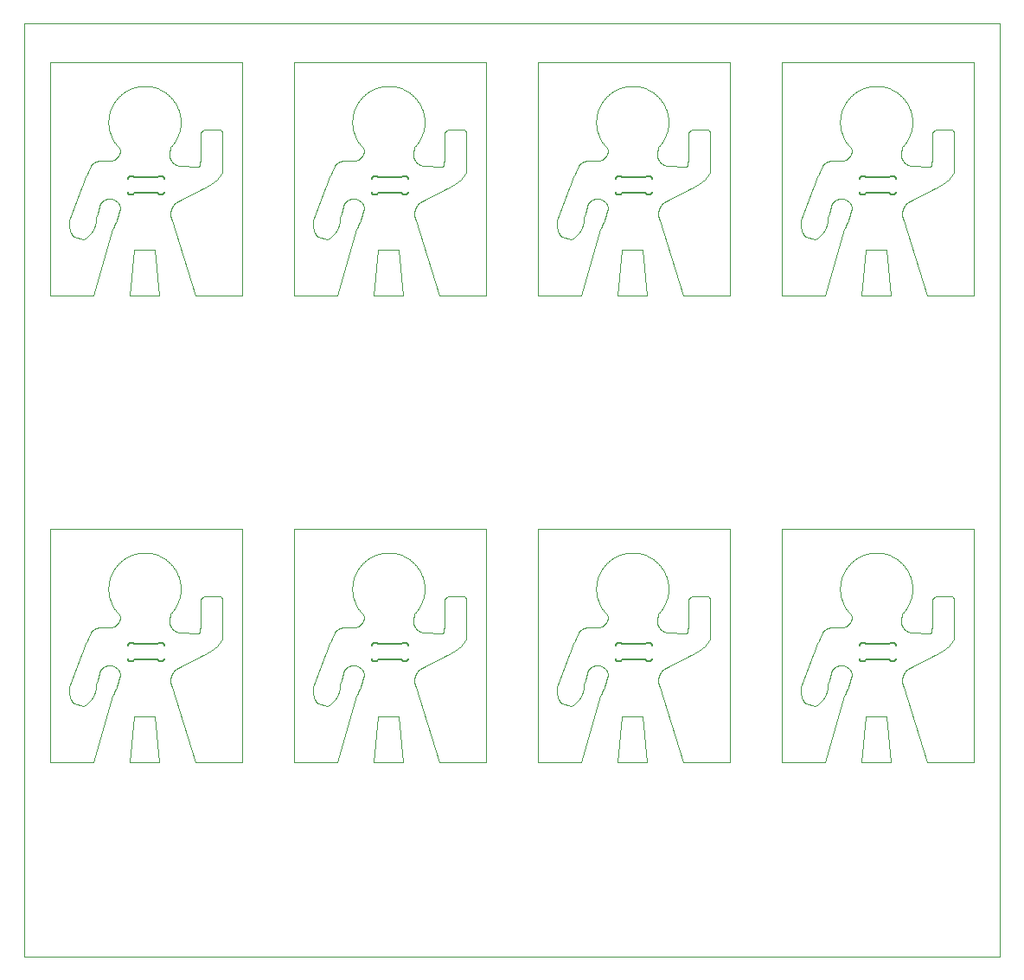
<source format=gbo>
G75*
%MOIN*%
%OFA0B0*%
%FSLAX25Y25*%
%IPPOS*%
%LPD*%
%AMOC8*
5,1,8,0,0,1.08239X$1,22.5*
%
%ADD10C,0.00000*%
%ADD11C,0.00600*%
D10*
X0016000Y0011000D02*
X0392000Y0011000D01*
X0392000Y0371000D01*
X0016000Y0371000D01*
X0016000Y0011000D01*
X0026000Y0086000D02*
X0026000Y0176000D01*
X0100000Y0176000D01*
X0100000Y0086000D01*
X0082000Y0086000D01*
X0074400Y0110500D01*
X0072900Y0115000D01*
X0072901Y0115000D02*
X0072836Y0115130D01*
X0072774Y0115261D01*
X0072717Y0115394D01*
X0072662Y0115529D01*
X0072612Y0115664D01*
X0072565Y0115802D01*
X0072521Y0115940D01*
X0072482Y0116079D01*
X0072446Y0116220D01*
X0072413Y0116361D01*
X0072385Y0116503D01*
X0072360Y0116646D01*
X0072340Y0116790D01*
X0072323Y0116934D01*
X0072309Y0117078D01*
X0072300Y0117223D01*
X0072295Y0117368D01*
X0072293Y0117513D01*
X0072295Y0117658D01*
X0072301Y0117802D01*
X0072311Y0117947D01*
X0072325Y0118091D01*
X0072343Y0118235D01*
X0072364Y0118379D01*
X0072390Y0118522D01*
X0072419Y0118664D01*
X0072452Y0118805D01*
X0072488Y0118945D01*
X0072529Y0119084D01*
X0072573Y0119222D01*
X0072620Y0119359D01*
X0072672Y0119495D01*
X0072726Y0119629D01*
X0072785Y0119762D01*
X0072847Y0119893D01*
X0072912Y0120022D01*
X0072981Y0120150D01*
X0073053Y0120276D01*
X0073129Y0120399D01*
X0073208Y0120521D01*
X0073290Y0120641D01*
X0073375Y0120758D01*
X0073463Y0120873D01*
X0073555Y0120986D01*
X0073649Y0121096D01*
X0073746Y0121203D01*
X0073846Y0121308D01*
X0073949Y0121411D01*
X0074054Y0121510D01*
X0074162Y0121607D01*
X0074273Y0121701D01*
X0074386Y0121791D01*
X0074501Y0121879D01*
X0074619Y0121964D01*
X0074739Y0122045D01*
X0074861Y0122123D01*
X0074985Y0122198D01*
X0075111Y0122270D01*
X0075239Y0122338D01*
X0075239Y0122339D02*
X0084966Y0127339D01*
X0082776Y0135728D02*
X0075900Y0136000D01*
X0075767Y0136016D01*
X0075634Y0136037D01*
X0075502Y0136062D01*
X0075371Y0136090D01*
X0075241Y0136123D01*
X0075112Y0136159D01*
X0074984Y0136199D01*
X0074857Y0136243D01*
X0074731Y0136291D01*
X0074607Y0136342D01*
X0074485Y0136397D01*
X0074364Y0136455D01*
X0074245Y0136518D01*
X0074128Y0136583D01*
X0074013Y0136652D01*
X0073900Y0136725D01*
X0073789Y0136800D01*
X0073681Y0136879D01*
X0073575Y0136961D01*
X0073471Y0137047D01*
X0073370Y0137135D01*
X0073272Y0137226D01*
X0073176Y0137320D01*
X0073083Y0137417D01*
X0072993Y0137517D01*
X0072907Y0137619D01*
X0072823Y0137724D01*
X0072742Y0137831D01*
X0072665Y0137941D01*
X0072590Y0138053D01*
X0072519Y0138167D01*
X0072452Y0138283D01*
X0072388Y0138401D01*
X0072328Y0138520D01*
X0072271Y0138642D01*
X0072218Y0138765D01*
X0072168Y0138890D01*
X0072122Y0139016D01*
X0072080Y0139143D01*
X0072042Y0139272D01*
X0072007Y0139402D01*
X0071977Y0139532D01*
X0071950Y0139664D01*
X0071927Y0139796D01*
X0071908Y0139929D01*
X0071893Y0140062D01*
X0071882Y0140196D01*
X0071875Y0140330D01*
X0071872Y0140464D01*
X0071873Y0140598D01*
X0071878Y0140733D01*
X0071887Y0140866D01*
X0071900Y0141000D01*
X0072160Y0143055D01*
X0084966Y0127338D02*
X0085328Y0127490D01*
X0085685Y0127651D01*
X0086039Y0127821D01*
X0086388Y0128000D01*
X0086733Y0128187D01*
X0087073Y0128382D01*
X0087409Y0128585D01*
X0087739Y0128797D01*
X0088064Y0129017D01*
X0088384Y0129244D01*
X0088698Y0129480D01*
X0089006Y0129722D01*
X0089308Y0129973D01*
X0089603Y0130230D01*
X0089893Y0130495D01*
X0090176Y0130767D01*
X0090452Y0131046D01*
X0090721Y0131331D01*
X0090983Y0131623D01*
X0091238Y0131921D01*
X0091486Y0132225D01*
X0091726Y0132535D01*
X0091959Y0132851D01*
X0092183Y0133172D01*
X0092400Y0133499D01*
X0092400Y0133500D02*
X0092400Y0148800D01*
X0091567Y0150000D02*
X0085914Y0150000D01*
X0085826Y0149998D01*
X0085739Y0149992D01*
X0085652Y0149983D01*
X0085565Y0149969D01*
X0085479Y0149952D01*
X0085394Y0149931D01*
X0085310Y0149907D01*
X0085227Y0149878D01*
X0085145Y0149846D01*
X0085065Y0149811D01*
X0084987Y0149772D01*
X0084910Y0149730D01*
X0084835Y0149684D01*
X0084762Y0149635D01*
X0084692Y0149583D01*
X0084624Y0149528D01*
X0084558Y0149470D01*
X0084495Y0149409D01*
X0084434Y0149346D01*
X0084377Y0149280D01*
X0084322Y0149211D01*
X0084271Y0149140D01*
X0084222Y0149067D01*
X0084177Y0148992D01*
X0084135Y0148915D01*
X0084097Y0148836D01*
X0084062Y0148756D01*
X0084031Y0148674D01*
X0084003Y0148591D01*
X0083979Y0148506D01*
X0083959Y0148421D01*
X0083942Y0148335D01*
X0083929Y0148248D01*
X0083920Y0148161D01*
X0083915Y0148073D01*
X0083914Y0147986D01*
X0083971Y0139000D01*
X0083739Y0136379D01*
X0083707Y0136319D01*
X0083672Y0136262D01*
X0083633Y0136206D01*
X0083592Y0136153D01*
X0083547Y0136102D01*
X0083500Y0136054D01*
X0083450Y0136009D01*
X0083397Y0135966D01*
X0083343Y0135927D01*
X0083286Y0135891D01*
X0083227Y0135858D01*
X0083166Y0135828D01*
X0083104Y0135802D01*
X0083040Y0135780D01*
X0082975Y0135761D01*
X0082909Y0135746D01*
X0082843Y0135735D01*
X0082776Y0135728D01*
X0092400Y0148800D02*
X0092372Y0148889D01*
X0092340Y0148976D01*
X0092305Y0149062D01*
X0092267Y0149147D01*
X0092225Y0149230D01*
X0092180Y0149311D01*
X0092132Y0149390D01*
X0092080Y0149468D01*
X0092026Y0149543D01*
X0091968Y0149616D01*
X0091908Y0149686D01*
X0091845Y0149755D01*
X0091779Y0149820D01*
X0091711Y0149883D01*
X0091640Y0149943D01*
X0091566Y0150000D01*
X0120000Y0176000D02*
X0194000Y0176000D01*
X0194000Y0086000D01*
X0176000Y0086000D01*
X0168400Y0110500D01*
X0166900Y0115000D01*
X0166901Y0115000D02*
X0166836Y0115130D01*
X0166774Y0115261D01*
X0166717Y0115394D01*
X0166662Y0115529D01*
X0166612Y0115664D01*
X0166565Y0115802D01*
X0166521Y0115940D01*
X0166482Y0116079D01*
X0166446Y0116220D01*
X0166413Y0116361D01*
X0166385Y0116503D01*
X0166360Y0116646D01*
X0166340Y0116790D01*
X0166323Y0116934D01*
X0166309Y0117078D01*
X0166300Y0117223D01*
X0166295Y0117368D01*
X0166293Y0117513D01*
X0166295Y0117658D01*
X0166301Y0117802D01*
X0166311Y0117947D01*
X0166325Y0118091D01*
X0166343Y0118235D01*
X0166364Y0118379D01*
X0166390Y0118522D01*
X0166419Y0118664D01*
X0166452Y0118805D01*
X0166488Y0118945D01*
X0166529Y0119084D01*
X0166573Y0119222D01*
X0166620Y0119359D01*
X0166672Y0119495D01*
X0166726Y0119629D01*
X0166785Y0119762D01*
X0166847Y0119893D01*
X0166912Y0120022D01*
X0166981Y0120150D01*
X0167053Y0120276D01*
X0167129Y0120399D01*
X0167208Y0120521D01*
X0167290Y0120641D01*
X0167375Y0120758D01*
X0167463Y0120873D01*
X0167555Y0120986D01*
X0167649Y0121096D01*
X0167746Y0121203D01*
X0167846Y0121308D01*
X0167949Y0121411D01*
X0168054Y0121510D01*
X0168162Y0121607D01*
X0168273Y0121701D01*
X0168386Y0121791D01*
X0168501Y0121879D01*
X0168619Y0121964D01*
X0168739Y0122045D01*
X0168861Y0122123D01*
X0168985Y0122198D01*
X0169111Y0122270D01*
X0169239Y0122338D01*
X0169239Y0122339D02*
X0178966Y0127339D01*
X0176776Y0135728D02*
X0169900Y0136000D01*
X0169767Y0136016D01*
X0169634Y0136037D01*
X0169502Y0136062D01*
X0169371Y0136090D01*
X0169241Y0136123D01*
X0169112Y0136159D01*
X0168984Y0136199D01*
X0168857Y0136243D01*
X0168731Y0136291D01*
X0168607Y0136342D01*
X0168485Y0136397D01*
X0168364Y0136455D01*
X0168245Y0136518D01*
X0168128Y0136583D01*
X0168013Y0136652D01*
X0167900Y0136725D01*
X0167789Y0136800D01*
X0167681Y0136879D01*
X0167575Y0136961D01*
X0167471Y0137047D01*
X0167370Y0137135D01*
X0167272Y0137226D01*
X0167176Y0137320D01*
X0167083Y0137417D01*
X0166993Y0137517D01*
X0166907Y0137619D01*
X0166823Y0137724D01*
X0166742Y0137831D01*
X0166665Y0137941D01*
X0166590Y0138053D01*
X0166519Y0138167D01*
X0166452Y0138283D01*
X0166388Y0138401D01*
X0166328Y0138520D01*
X0166271Y0138642D01*
X0166218Y0138765D01*
X0166168Y0138890D01*
X0166122Y0139016D01*
X0166080Y0139143D01*
X0166042Y0139272D01*
X0166007Y0139402D01*
X0165977Y0139532D01*
X0165950Y0139664D01*
X0165927Y0139796D01*
X0165908Y0139929D01*
X0165893Y0140062D01*
X0165882Y0140196D01*
X0165875Y0140330D01*
X0165872Y0140464D01*
X0165873Y0140598D01*
X0165878Y0140733D01*
X0165887Y0140866D01*
X0165900Y0141000D01*
X0166160Y0143055D01*
X0178966Y0127338D02*
X0179328Y0127490D01*
X0179685Y0127651D01*
X0180039Y0127821D01*
X0180388Y0128000D01*
X0180733Y0128187D01*
X0181073Y0128382D01*
X0181409Y0128585D01*
X0181739Y0128797D01*
X0182064Y0129017D01*
X0182384Y0129244D01*
X0182698Y0129480D01*
X0183006Y0129722D01*
X0183308Y0129973D01*
X0183603Y0130230D01*
X0183893Y0130495D01*
X0184176Y0130767D01*
X0184452Y0131046D01*
X0184721Y0131331D01*
X0184983Y0131623D01*
X0185238Y0131921D01*
X0185486Y0132225D01*
X0185726Y0132535D01*
X0185959Y0132851D01*
X0186183Y0133172D01*
X0186400Y0133499D01*
X0186400Y0133500D02*
X0186400Y0148800D01*
X0185567Y0150000D02*
X0179914Y0150000D01*
X0179826Y0149998D01*
X0179739Y0149992D01*
X0179652Y0149983D01*
X0179565Y0149969D01*
X0179479Y0149952D01*
X0179394Y0149931D01*
X0179310Y0149907D01*
X0179227Y0149878D01*
X0179145Y0149846D01*
X0179065Y0149811D01*
X0178987Y0149772D01*
X0178910Y0149730D01*
X0178835Y0149684D01*
X0178762Y0149635D01*
X0178692Y0149583D01*
X0178624Y0149528D01*
X0178558Y0149470D01*
X0178495Y0149409D01*
X0178434Y0149346D01*
X0178377Y0149280D01*
X0178322Y0149211D01*
X0178271Y0149140D01*
X0178222Y0149067D01*
X0178177Y0148992D01*
X0178135Y0148915D01*
X0178097Y0148836D01*
X0178062Y0148756D01*
X0178031Y0148674D01*
X0178003Y0148591D01*
X0177979Y0148506D01*
X0177959Y0148421D01*
X0177942Y0148335D01*
X0177929Y0148248D01*
X0177920Y0148161D01*
X0177915Y0148073D01*
X0177914Y0147986D01*
X0177971Y0139000D01*
X0177739Y0136379D01*
X0177707Y0136319D01*
X0177672Y0136262D01*
X0177633Y0136206D01*
X0177592Y0136153D01*
X0177547Y0136102D01*
X0177500Y0136054D01*
X0177450Y0136009D01*
X0177397Y0135966D01*
X0177343Y0135927D01*
X0177286Y0135891D01*
X0177227Y0135858D01*
X0177166Y0135828D01*
X0177104Y0135802D01*
X0177040Y0135780D01*
X0176975Y0135761D01*
X0176909Y0135746D01*
X0176843Y0135735D01*
X0176776Y0135728D01*
X0186400Y0148800D02*
X0186372Y0148889D01*
X0186340Y0148976D01*
X0186305Y0149062D01*
X0186267Y0149147D01*
X0186225Y0149230D01*
X0186180Y0149311D01*
X0186132Y0149390D01*
X0186080Y0149468D01*
X0186026Y0149543D01*
X0185968Y0149616D01*
X0185908Y0149686D01*
X0185845Y0149755D01*
X0185779Y0149820D01*
X0185711Y0149883D01*
X0185640Y0149943D01*
X0185566Y0150000D01*
X0166159Y0143056D02*
X0166397Y0143299D01*
X0166628Y0143548D01*
X0166853Y0143802D01*
X0167072Y0144062D01*
X0167285Y0144328D01*
X0167491Y0144598D01*
X0167690Y0144873D01*
X0167882Y0145153D01*
X0168068Y0145438D01*
X0168247Y0145727D01*
X0168418Y0146020D01*
X0168582Y0146318D01*
X0168739Y0146619D01*
X0168889Y0146924D01*
X0169031Y0147233D01*
X0169166Y0147545D01*
X0169292Y0147861D01*
X0169412Y0148179D01*
X0169523Y0148500D01*
X0169626Y0148824D01*
X0169722Y0149150D01*
X0169809Y0149478D01*
X0169889Y0149809D01*
X0169960Y0150141D01*
X0170023Y0150475D01*
X0170079Y0150810D01*
X0170125Y0151147D01*
X0170164Y0151484D01*
X0170194Y0151823D01*
X0170217Y0152162D01*
X0170230Y0152502D01*
X0170236Y0152841D01*
X0170233Y0153181D01*
X0170222Y0153521D01*
X0170203Y0153860D01*
X0170175Y0154199D01*
X0170139Y0154537D01*
X0170095Y0154874D01*
X0170043Y0155210D01*
X0169982Y0155544D01*
X0169914Y0155877D01*
X0169837Y0156208D01*
X0169752Y0156537D01*
X0169659Y0156864D01*
X0169558Y0157188D01*
X0169450Y0157510D01*
X0169333Y0157830D01*
X0169209Y0158146D01*
X0169077Y0158459D01*
X0168937Y0158769D01*
X0168790Y0159075D01*
X0168636Y0159378D01*
X0168474Y0159677D01*
X0168305Y0159972D01*
X0168128Y0160262D01*
X0167945Y0160548D01*
X0167755Y0160830D01*
X0167558Y0161107D01*
X0167354Y0161379D01*
X0167144Y0161646D01*
X0166927Y0161907D01*
X0166704Y0162164D01*
X0166474Y0162415D01*
X0166239Y0162660D01*
X0165998Y0162899D01*
X0165751Y0163132D01*
X0165498Y0163360D01*
X0165240Y0163581D01*
X0164976Y0163795D01*
X0164708Y0164004D01*
X0164434Y0164205D01*
X0164156Y0164400D01*
X0163872Y0164588D01*
X0163585Y0164769D01*
X0163293Y0164943D01*
X0162997Y0165109D01*
X0162697Y0165269D01*
X0162393Y0165421D01*
X0162085Y0165566D01*
X0161774Y0165703D01*
X0161460Y0165832D01*
X0161143Y0165954D01*
X0160822Y0166068D01*
X0160500Y0166174D01*
X0160174Y0166272D01*
X0159846Y0166362D01*
X0159517Y0166444D01*
X0159185Y0166518D01*
X0158852Y0166584D01*
X0158517Y0166642D01*
X0158181Y0166692D01*
X0157843Y0166733D01*
X0157505Y0166766D01*
X0157166Y0166791D01*
X0156827Y0166808D01*
X0156487Y0166816D01*
X0156147Y0166816D01*
X0155807Y0166808D01*
X0155468Y0166791D01*
X0155129Y0166766D01*
X0154791Y0166733D01*
X0154453Y0166692D01*
X0154117Y0166642D01*
X0153782Y0166584D01*
X0153449Y0166518D01*
X0153117Y0166444D01*
X0152788Y0166362D01*
X0152460Y0166272D01*
X0152134Y0166174D01*
X0151812Y0166068D01*
X0151491Y0165954D01*
X0151174Y0165832D01*
X0150860Y0165703D01*
X0150549Y0165566D01*
X0150241Y0165421D01*
X0149937Y0165269D01*
X0149637Y0165109D01*
X0149341Y0164943D01*
X0149049Y0164769D01*
X0148762Y0164588D01*
X0148478Y0164400D01*
X0148200Y0164205D01*
X0147926Y0164004D01*
X0147658Y0163795D01*
X0147394Y0163581D01*
X0147136Y0163360D01*
X0146883Y0163132D01*
X0146636Y0162899D01*
X0146395Y0162660D01*
X0146160Y0162415D01*
X0145930Y0162164D01*
X0145707Y0161907D01*
X0145490Y0161646D01*
X0145280Y0161379D01*
X0145076Y0161107D01*
X0144879Y0160830D01*
X0144689Y0160548D01*
X0144506Y0160262D01*
X0144329Y0159972D01*
X0144160Y0159677D01*
X0143998Y0159378D01*
X0143844Y0159075D01*
X0143697Y0158769D01*
X0143557Y0158459D01*
X0143425Y0158146D01*
X0143301Y0157830D01*
X0143184Y0157510D01*
X0143076Y0157188D01*
X0142975Y0156864D01*
X0142882Y0156537D01*
X0142797Y0156208D01*
X0142720Y0155877D01*
X0142652Y0155544D01*
X0142591Y0155210D01*
X0142539Y0154874D01*
X0142495Y0154537D01*
X0142459Y0154199D01*
X0142431Y0153860D01*
X0142412Y0153521D01*
X0142401Y0153181D01*
X0142398Y0152841D01*
X0142404Y0152502D01*
X0142417Y0152162D01*
X0142440Y0151823D01*
X0142470Y0151484D01*
X0142509Y0151147D01*
X0142555Y0150810D01*
X0142611Y0150475D01*
X0142674Y0150141D01*
X0142745Y0149809D01*
X0142825Y0149478D01*
X0142912Y0149150D01*
X0143008Y0148824D01*
X0143111Y0148500D01*
X0143222Y0148179D01*
X0143342Y0147861D01*
X0143468Y0147545D01*
X0143603Y0147233D01*
X0143745Y0146924D01*
X0143895Y0146619D01*
X0144052Y0146318D01*
X0144216Y0146020D01*
X0144387Y0145727D01*
X0144566Y0145438D01*
X0144752Y0145153D01*
X0144944Y0144873D01*
X0145143Y0144598D01*
X0145349Y0144328D01*
X0145562Y0144062D01*
X0145781Y0143802D01*
X0146006Y0143548D01*
X0146237Y0143299D01*
X0146475Y0143056D01*
X0146475Y0143055D02*
X0146900Y0142000D01*
X0146898Y0141874D01*
X0146892Y0141749D01*
X0146882Y0141624D01*
X0146868Y0141499D01*
X0146851Y0141374D01*
X0146829Y0141250D01*
X0146804Y0141127D01*
X0146774Y0141005D01*
X0146741Y0140884D01*
X0146704Y0140764D01*
X0146664Y0140645D01*
X0146619Y0140528D01*
X0146571Y0140411D01*
X0146519Y0140297D01*
X0146464Y0140184D01*
X0146405Y0140073D01*
X0146343Y0139964D01*
X0146277Y0139857D01*
X0146208Y0139752D01*
X0146136Y0139649D01*
X0146061Y0139548D01*
X0145982Y0139450D01*
X0145900Y0139355D01*
X0145816Y0139262D01*
X0145728Y0139172D01*
X0145638Y0139084D01*
X0145545Y0139000D01*
X0145450Y0138918D01*
X0145352Y0138839D01*
X0145251Y0138764D01*
X0145148Y0138692D01*
X0145043Y0138623D01*
X0144936Y0138557D01*
X0144827Y0138495D01*
X0144716Y0138436D01*
X0144603Y0138381D01*
X0144489Y0138329D01*
X0144372Y0138281D01*
X0144255Y0138236D01*
X0144136Y0138196D01*
X0144016Y0138159D01*
X0143895Y0138126D01*
X0143773Y0138096D01*
X0143650Y0138071D01*
X0143526Y0138049D01*
X0143401Y0138032D01*
X0143276Y0138018D01*
X0143151Y0138008D01*
X0143026Y0138002D01*
X0142900Y0138000D01*
X0140023Y0138000D01*
X0136001Y0136521D02*
X0134363Y0133075D01*
X0136001Y0136520D02*
X0136098Y0136620D01*
X0136198Y0136716D01*
X0136300Y0136809D01*
X0136406Y0136900D01*
X0136513Y0136987D01*
X0136623Y0137072D01*
X0136736Y0137153D01*
X0136851Y0137231D01*
X0136968Y0137305D01*
X0137087Y0137376D01*
X0137208Y0137444D01*
X0137331Y0137508D01*
X0137455Y0137569D01*
X0137582Y0137626D01*
X0137710Y0137680D01*
X0137839Y0137729D01*
X0137970Y0137775D01*
X0138102Y0137818D01*
X0138236Y0137856D01*
X0138370Y0137891D01*
X0138505Y0137922D01*
X0138641Y0137948D01*
X0138778Y0137971D01*
X0138915Y0137990D01*
X0139053Y0138005D01*
X0139192Y0138017D01*
X0139330Y0138024D01*
X0139469Y0138027D01*
X0139607Y0138026D01*
X0139746Y0138021D01*
X0139884Y0138012D01*
X0140023Y0138000D01*
X0132426Y0128242D02*
X0127400Y0114929D01*
X0132674Y0107522D02*
X0132879Y0107640D01*
X0133081Y0107762D01*
X0133280Y0107890D01*
X0133477Y0108022D01*
X0133669Y0108159D01*
X0133859Y0108300D01*
X0134045Y0108446D01*
X0134227Y0108597D01*
X0134406Y0108751D01*
X0134581Y0108910D01*
X0134752Y0109074D01*
X0134919Y0109241D01*
X0135082Y0109412D01*
X0135241Y0109587D01*
X0135396Y0109766D01*
X0135546Y0109949D01*
X0135692Y0110135D01*
X0135833Y0110325D01*
X0135970Y0110517D01*
X0136102Y0110714D01*
X0136229Y0110913D01*
X0136352Y0111115D01*
X0136469Y0111320D01*
X0136582Y0111528D01*
X0136689Y0111739D01*
X0136792Y0111952D01*
X0136889Y0112168D01*
X0136981Y0112386D01*
X0137068Y0112605D01*
X0137149Y0112827D01*
X0137225Y0113051D01*
X0137296Y0113277D01*
X0137361Y0113504D01*
X0137421Y0113733D01*
X0137475Y0113963D01*
X0137524Y0114195D01*
X0137567Y0114427D01*
X0137604Y0114661D01*
X0137636Y0114895D01*
X0137662Y0115130D01*
X0137683Y0115366D01*
X0137697Y0115602D01*
X0137707Y0115838D01*
X0137706Y0115838D02*
X0138200Y0117800D01*
X0138800Y0120300D01*
X0138835Y0120423D01*
X0138875Y0120545D01*
X0138918Y0120666D01*
X0138965Y0120785D01*
X0139016Y0120903D01*
X0139070Y0121019D01*
X0139128Y0121134D01*
X0139189Y0121247D01*
X0139254Y0121357D01*
X0139322Y0121466D01*
X0139394Y0121573D01*
X0139468Y0121677D01*
X0139546Y0121779D01*
X0139627Y0121878D01*
X0139711Y0121975D01*
X0139798Y0122070D01*
X0139888Y0122161D01*
X0139981Y0122250D01*
X0140076Y0122336D01*
X0140174Y0122419D01*
X0140274Y0122499D01*
X0140377Y0122576D01*
X0140482Y0122649D01*
X0140590Y0122719D01*
X0140699Y0122786D01*
X0140811Y0122850D01*
X0140924Y0122910D01*
X0141039Y0122966D01*
X0141156Y0123019D01*
X0141275Y0123068D01*
X0141394Y0123114D01*
X0141516Y0123156D01*
X0141638Y0123194D01*
X0141762Y0123229D01*
X0141886Y0123259D01*
X0142012Y0123286D01*
X0142138Y0123309D01*
X0142265Y0123328D01*
X0142392Y0123343D01*
X0142520Y0123354D01*
X0142648Y0123361D01*
X0142777Y0123364D01*
X0142905Y0123363D01*
X0143033Y0123358D01*
X0143161Y0123350D01*
X0143289Y0123337D01*
X0143416Y0123320D01*
X0143543Y0123300D01*
X0143669Y0123276D01*
X0143794Y0123247D01*
X0143918Y0123215D01*
X0144041Y0123179D01*
X0144163Y0123140D01*
X0144284Y0123096D01*
X0144403Y0123049D01*
X0144521Y0122998D01*
X0144637Y0122944D01*
X0144752Y0122886D01*
X0144864Y0122825D01*
X0144975Y0122760D01*
X0145084Y0122691D01*
X0145190Y0122620D01*
X0145294Y0122545D01*
X0145396Y0122467D01*
X0145496Y0122386D01*
X0145593Y0122302D01*
X0145687Y0122215D01*
X0145778Y0122125D01*
X0145867Y0122032D01*
X0145953Y0121937D01*
X0146036Y0121839D01*
X0146115Y0121738D01*
X0146192Y0121635D01*
X0146265Y0121530D01*
X0146336Y0121423D01*
X0146402Y0121313D01*
X0146466Y0121202D01*
X0146526Y0121088D01*
X0146582Y0120973D01*
X0146635Y0120856D01*
X0146684Y0120737D01*
X0146730Y0120617D01*
X0146771Y0120496D01*
X0146809Y0120374D01*
X0146844Y0120250D01*
X0146874Y0120125D01*
X0146901Y0120000D01*
X0132426Y0128242D02*
X0132499Y0128583D01*
X0132581Y0128922D01*
X0132671Y0129260D01*
X0132769Y0129595D01*
X0132875Y0129927D01*
X0132989Y0130257D01*
X0133111Y0130584D01*
X0133241Y0130908D01*
X0133378Y0131229D01*
X0133524Y0131546D01*
X0133677Y0131860D01*
X0133837Y0132170D01*
X0134005Y0132476D01*
X0134180Y0132778D01*
X0134363Y0133075D01*
X0146900Y0120000D02*
X0146798Y0119404D01*
X0146682Y0118811D01*
X0146551Y0118221D01*
X0146406Y0117635D01*
X0146247Y0117052D01*
X0146074Y0116473D01*
X0145887Y0115898D01*
X0145686Y0115328D01*
X0145471Y0114764D01*
X0145242Y0114204D01*
X0145000Y0113651D01*
X0144745Y0113103D01*
X0144476Y0112562D01*
X0144195Y0112027D01*
X0143900Y0111500D01*
X0136500Y0086000D01*
X0120000Y0086000D01*
X0120000Y0176000D01*
X0072159Y0143056D02*
X0072397Y0143299D01*
X0072628Y0143548D01*
X0072853Y0143802D01*
X0073072Y0144062D01*
X0073285Y0144328D01*
X0073491Y0144598D01*
X0073690Y0144873D01*
X0073882Y0145153D01*
X0074068Y0145438D01*
X0074247Y0145727D01*
X0074418Y0146020D01*
X0074582Y0146318D01*
X0074739Y0146619D01*
X0074889Y0146924D01*
X0075031Y0147233D01*
X0075166Y0147545D01*
X0075292Y0147861D01*
X0075412Y0148179D01*
X0075523Y0148500D01*
X0075626Y0148824D01*
X0075722Y0149150D01*
X0075809Y0149478D01*
X0075889Y0149809D01*
X0075960Y0150141D01*
X0076023Y0150475D01*
X0076079Y0150810D01*
X0076125Y0151147D01*
X0076164Y0151484D01*
X0076194Y0151823D01*
X0076217Y0152162D01*
X0076230Y0152502D01*
X0076236Y0152841D01*
X0076233Y0153181D01*
X0076222Y0153521D01*
X0076203Y0153860D01*
X0076175Y0154199D01*
X0076139Y0154537D01*
X0076095Y0154874D01*
X0076043Y0155210D01*
X0075982Y0155544D01*
X0075914Y0155877D01*
X0075837Y0156208D01*
X0075752Y0156537D01*
X0075659Y0156864D01*
X0075558Y0157188D01*
X0075450Y0157510D01*
X0075333Y0157830D01*
X0075209Y0158146D01*
X0075077Y0158459D01*
X0074937Y0158769D01*
X0074790Y0159075D01*
X0074636Y0159378D01*
X0074474Y0159677D01*
X0074305Y0159972D01*
X0074128Y0160262D01*
X0073945Y0160548D01*
X0073755Y0160830D01*
X0073558Y0161107D01*
X0073354Y0161379D01*
X0073144Y0161646D01*
X0072927Y0161907D01*
X0072704Y0162164D01*
X0072474Y0162415D01*
X0072239Y0162660D01*
X0071998Y0162899D01*
X0071751Y0163132D01*
X0071498Y0163360D01*
X0071240Y0163581D01*
X0070976Y0163795D01*
X0070708Y0164004D01*
X0070434Y0164205D01*
X0070156Y0164400D01*
X0069872Y0164588D01*
X0069585Y0164769D01*
X0069293Y0164943D01*
X0068997Y0165109D01*
X0068697Y0165269D01*
X0068393Y0165421D01*
X0068085Y0165566D01*
X0067774Y0165703D01*
X0067460Y0165832D01*
X0067143Y0165954D01*
X0066822Y0166068D01*
X0066500Y0166174D01*
X0066174Y0166272D01*
X0065846Y0166362D01*
X0065517Y0166444D01*
X0065185Y0166518D01*
X0064852Y0166584D01*
X0064517Y0166642D01*
X0064181Y0166692D01*
X0063843Y0166733D01*
X0063505Y0166766D01*
X0063166Y0166791D01*
X0062827Y0166808D01*
X0062487Y0166816D01*
X0062147Y0166816D01*
X0061807Y0166808D01*
X0061468Y0166791D01*
X0061129Y0166766D01*
X0060791Y0166733D01*
X0060453Y0166692D01*
X0060117Y0166642D01*
X0059782Y0166584D01*
X0059449Y0166518D01*
X0059117Y0166444D01*
X0058788Y0166362D01*
X0058460Y0166272D01*
X0058134Y0166174D01*
X0057812Y0166068D01*
X0057491Y0165954D01*
X0057174Y0165832D01*
X0056860Y0165703D01*
X0056549Y0165566D01*
X0056241Y0165421D01*
X0055937Y0165269D01*
X0055637Y0165109D01*
X0055341Y0164943D01*
X0055049Y0164769D01*
X0054762Y0164588D01*
X0054478Y0164400D01*
X0054200Y0164205D01*
X0053926Y0164004D01*
X0053658Y0163795D01*
X0053394Y0163581D01*
X0053136Y0163360D01*
X0052883Y0163132D01*
X0052636Y0162899D01*
X0052395Y0162660D01*
X0052160Y0162415D01*
X0051930Y0162164D01*
X0051707Y0161907D01*
X0051490Y0161646D01*
X0051280Y0161379D01*
X0051076Y0161107D01*
X0050879Y0160830D01*
X0050689Y0160548D01*
X0050506Y0160262D01*
X0050329Y0159972D01*
X0050160Y0159677D01*
X0049998Y0159378D01*
X0049844Y0159075D01*
X0049697Y0158769D01*
X0049557Y0158459D01*
X0049425Y0158146D01*
X0049301Y0157830D01*
X0049184Y0157510D01*
X0049076Y0157188D01*
X0048975Y0156864D01*
X0048882Y0156537D01*
X0048797Y0156208D01*
X0048720Y0155877D01*
X0048652Y0155544D01*
X0048591Y0155210D01*
X0048539Y0154874D01*
X0048495Y0154537D01*
X0048459Y0154199D01*
X0048431Y0153860D01*
X0048412Y0153521D01*
X0048401Y0153181D01*
X0048398Y0152841D01*
X0048404Y0152502D01*
X0048417Y0152162D01*
X0048440Y0151823D01*
X0048470Y0151484D01*
X0048509Y0151147D01*
X0048555Y0150810D01*
X0048611Y0150475D01*
X0048674Y0150141D01*
X0048745Y0149809D01*
X0048825Y0149478D01*
X0048912Y0149150D01*
X0049008Y0148824D01*
X0049111Y0148500D01*
X0049222Y0148179D01*
X0049342Y0147861D01*
X0049468Y0147545D01*
X0049603Y0147233D01*
X0049745Y0146924D01*
X0049895Y0146619D01*
X0050052Y0146318D01*
X0050216Y0146020D01*
X0050387Y0145727D01*
X0050566Y0145438D01*
X0050752Y0145153D01*
X0050944Y0144873D01*
X0051143Y0144598D01*
X0051349Y0144328D01*
X0051562Y0144062D01*
X0051781Y0143802D01*
X0052006Y0143548D01*
X0052237Y0143299D01*
X0052475Y0143056D01*
X0052475Y0143055D02*
X0052900Y0142000D01*
X0052898Y0141874D01*
X0052892Y0141749D01*
X0052882Y0141624D01*
X0052868Y0141499D01*
X0052851Y0141374D01*
X0052829Y0141250D01*
X0052804Y0141127D01*
X0052774Y0141005D01*
X0052741Y0140884D01*
X0052704Y0140764D01*
X0052664Y0140645D01*
X0052619Y0140528D01*
X0052571Y0140411D01*
X0052519Y0140297D01*
X0052464Y0140184D01*
X0052405Y0140073D01*
X0052343Y0139964D01*
X0052277Y0139857D01*
X0052208Y0139752D01*
X0052136Y0139649D01*
X0052061Y0139548D01*
X0051982Y0139450D01*
X0051900Y0139355D01*
X0051816Y0139262D01*
X0051728Y0139172D01*
X0051638Y0139084D01*
X0051545Y0139000D01*
X0051450Y0138918D01*
X0051352Y0138839D01*
X0051251Y0138764D01*
X0051148Y0138692D01*
X0051043Y0138623D01*
X0050936Y0138557D01*
X0050827Y0138495D01*
X0050716Y0138436D01*
X0050603Y0138381D01*
X0050489Y0138329D01*
X0050372Y0138281D01*
X0050255Y0138236D01*
X0050136Y0138196D01*
X0050016Y0138159D01*
X0049895Y0138126D01*
X0049773Y0138096D01*
X0049650Y0138071D01*
X0049526Y0138049D01*
X0049401Y0138032D01*
X0049276Y0138018D01*
X0049151Y0138008D01*
X0049026Y0138002D01*
X0048900Y0138000D01*
X0046023Y0138000D01*
X0042001Y0136521D02*
X0040363Y0133075D01*
X0042001Y0136520D02*
X0042098Y0136620D01*
X0042198Y0136716D01*
X0042300Y0136809D01*
X0042406Y0136900D01*
X0042513Y0136987D01*
X0042623Y0137072D01*
X0042736Y0137153D01*
X0042851Y0137231D01*
X0042968Y0137305D01*
X0043087Y0137376D01*
X0043208Y0137444D01*
X0043331Y0137508D01*
X0043455Y0137569D01*
X0043582Y0137626D01*
X0043710Y0137680D01*
X0043839Y0137729D01*
X0043970Y0137775D01*
X0044102Y0137818D01*
X0044236Y0137856D01*
X0044370Y0137891D01*
X0044505Y0137922D01*
X0044641Y0137948D01*
X0044778Y0137971D01*
X0044915Y0137990D01*
X0045053Y0138005D01*
X0045192Y0138017D01*
X0045330Y0138024D01*
X0045469Y0138027D01*
X0045607Y0138026D01*
X0045746Y0138021D01*
X0045884Y0138012D01*
X0046023Y0138000D01*
X0038426Y0128242D02*
X0033400Y0114929D01*
X0038674Y0107522D02*
X0038879Y0107640D01*
X0039081Y0107762D01*
X0039280Y0107890D01*
X0039477Y0108022D01*
X0039669Y0108159D01*
X0039859Y0108300D01*
X0040045Y0108446D01*
X0040227Y0108597D01*
X0040406Y0108751D01*
X0040581Y0108910D01*
X0040752Y0109074D01*
X0040919Y0109241D01*
X0041082Y0109412D01*
X0041241Y0109587D01*
X0041396Y0109766D01*
X0041546Y0109949D01*
X0041692Y0110135D01*
X0041833Y0110325D01*
X0041970Y0110517D01*
X0042102Y0110714D01*
X0042229Y0110913D01*
X0042352Y0111115D01*
X0042469Y0111320D01*
X0042582Y0111528D01*
X0042689Y0111739D01*
X0042792Y0111952D01*
X0042889Y0112168D01*
X0042981Y0112386D01*
X0043068Y0112605D01*
X0043149Y0112827D01*
X0043225Y0113051D01*
X0043296Y0113277D01*
X0043361Y0113504D01*
X0043421Y0113733D01*
X0043475Y0113963D01*
X0043524Y0114195D01*
X0043567Y0114427D01*
X0043604Y0114661D01*
X0043636Y0114895D01*
X0043662Y0115130D01*
X0043683Y0115366D01*
X0043697Y0115602D01*
X0043707Y0115838D01*
X0043706Y0115838D02*
X0044200Y0117800D01*
X0044800Y0120300D01*
X0044835Y0120423D01*
X0044875Y0120545D01*
X0044918Y0120666D01*
X0044965Y0120785D01*
X0045016Y0120903D01*
X0045070Y0121019D01*
X0045128Y0121134D01*
X0045189Y0121247D01*
X0045254Y0121357D01*
X0045322Y0121466D01*
X0045394Y0121573D01*
X0045468Y0121677D01*
X0045546Y0121779D01*
X0045627Y0121878D01*
X0045711Y0121975D01*
X0045798Y0122070D01*
X0045888Y0122161D01*
X0045981Y0122250D01*
X0046076Y0122336D01*
X0046174Y0122419D01*
X0046274Y0122499D01*
X0046377Y0122576D01*
X0046482Y0122649D01*
X0046590Y0122719D01*
X0046699Y0122786D01*
X0046811Y0122850D01*
X0046924Y0122910D01*
X0047039Y0122966D01*
X0047156Y0123019D01*
X0047275Y0123068D01*
X0047394Y0123114D01*
X0047516Y0123156D01*
X0047638Y0123194D01*
X0047762Y0123229D01*
X0047886Y0123259D01*
X0048012Y0123286D01*
X0048138Y0123309D01*
X0048265Y0123328D01*
X0048392Y0123343D01*
X0048520Y0123354D01*
X0048648Y0123361D01*
X0048777Y0123364D01*
X0048905Y0123363D01*
X0049033Y0123358D01*
X0049161Y0123350D01*
X0049289Y0123337D01*
X0049416Y0123320D01*
X0049543Y0123300D01*
X0049669Y0123276D01*
X0049794Y0123247D01*
X0049918Y0123215D01*
X0050041Y0123179D01*
X0050163Y0123140D01*
X0050284Y0123096D01*
X0050403Y0123049D01*
X0050521Y0122998D01*
X0050637Y0122944D01*
X0050752Y0122886D01*
X0050864Y0122825D01*
X0050975Y0122760D01*
X0051084Y0122691D01*
X0051190Y0122620D01*
X0051294Y0122545D01*
X0051396Y0122467D01*
X0051496Y0122386D01*
X0051593Y0122302D01*
X0051687Y0122215D01*
X0051778Y0122125D01*
X0051867Y0122032D01*
X0051953Y0121937D01*
X0052036Y0121839D01*
X0052115Y0121738D01*
X0052192Y0121635D01*
X0052265Y0121530D01*
X0052336Y0121423D01*
X0052402Y0121313D01*
X0052466Y0121202D01*
X0052526Y0121088D01*
X0052582Y0120973D01*
X0052635Y0120856D01*
X0052684Y0120737D01*
X0052730Y0120617D01*
X0052771Y0120496D01*
X0052809Y0120374D01*
X0052844Y0120250D01*
X0052874Y0120125D01*
X0052901Y0120000D01*
X0038426Y0128242D02*
X0038499Y0128583D01*
X0038581Y0128922D01*
X0038671Y0129260D01*
X0038769Y0129595D01*
X0038875Y0129927D01*
X0038989Y0130257D01*
X0039111Y0130584D01*
X0039241Y0130908D01*
X0039378Y0131229D01*
X0039524Y0131546D01*
X0039677Y0131860D01*
X0039837Y0132170D01*
X0040005Y0132476D01*
X0040180Y0132778D01*
X0040363Y0133075D01*
X0052900Y0120000D02*
X0052798Y0119404D01*
X0052682Y0118811D01*
X0052551Y0118221D01*
X0052406Y0117635D01*
X0052247Y0117052D01*
X0052074Y0116473D01*
X0051887Y0115898D01*
X0051686Y0115328D01*
X0051471Y0114764D01*
X0051242Y0114204D01*
X0051000Y0113651D01*
X0050745Y0113103D01*
X0050476Y0112562D01*
X0050195Y0112027D01*
X0049900Y0111500D01*
X0042500Y0086000D01*
X0026000Y0086000D01*
X0035359Y0108622D02*
X0038674Y0107522D01*
X0035359Y0108622D02*
X0035280Y0108647D01*
X0035202Y0108675D01*
X0035125Y0108707D01*
X0035050Y0108743D01*
X0034977Y0108782D01*
X0034905Y0108824D01*
X0034836Y0108870D01*
X0034768Y0108919D01*
X0034704Y0108971D01*
X0034641Y0109025D01*
X0034581Y0109083D01*
X0034524Y0109143D01*
X0034470Y0109206D01*
X0034418Y0109271D01*
X0034370Y0109339D01*
X0034325Y0109409D01*
X0034283Y0109480D01*
X0034244Y0109554D01*
X0034209Y0109629D01*
X0034178Y0109706D01*
X0034150Y0109784D01*
X0034125Y0109864D01*
X0034105Y0109944D01*
X0034088Y0110026D01*
X0033400Y0112280D01*
X0033400Y0112279D02*
X0033358Y0112390D01*
X0033320Y0112501D01*
X0033286Y0112614D01*
X0033255Y0112728D01*
X0033229Y0112843D01*
X0033205Y0112959D01*
X0033186Y0113075D01*
X0033171Y0113192D01*
X0033159Y0113309D01*
X0033151Y0113427D01*
X0033147Y0113545D01*
X0033147Y0113663D01*
X0033151Y0113781D01*
X0033159Y0113899D01*
X0033171Y0114016D01*
X0033186Y0114133D01*
X0033205Y0114249D01*
X0033229Y0114365D01*
X0033255Y0114480D01*
X0033286Y0114594D01*
X0033320Y0114707D01*
X0033358Y0114818D01*
X0033400Y0114929D01*
X0058380Y0103622D02*
X0056500Y0086000D01*
X0068000Y0086000D01*
X0066254Y0103622D01*
X0058380Y0103622D01*
X0127400Y0112280D02*
X0128088Y0110026D01*
X0128105Y0109944D01*
X0128125Y0109864D01*
X0128150Y0109784D01*
X0128178Y0109706D01*
X0128209Y0109629D01*
X0128244Y0109554D01*
X0128283Y0109480D01*
X0128325Y0109409D01*
X0128370Y0109339D01*
X0128418Y0109271D01*
X0128470Y0109206D01*
X0128524Y0109143D01*
X0128581Y0109083D01*
X0128641Y0109025D01*
X0128704Y0108971D01*
X0128768Y0108919D01*
X0128836Y0108870D01*
X0128905Y0108824D01*
X0128977Y0108782D01*
X0129050Y0108743D01*
X0129125Y0108707D01*
X0129202Y0108675D01*
X0129280Y0108647D01*
X0129359Y0108622D01*
X0132674Y0107522D01*
X0127400Y0112279D02*
X0127358Y0112390D01*
X0127320Y0112501D01*
X0127286Y0112614D01*
X0127255Y0112728D01*
X0127229Y0112843D01*
X0127205Y0112959D01*
X0127186Y0113075D01*
X0127171Y0113192D01*
X0127159Y0113309D01*
X0127151Y0113427D01*
X0127147Y0113545D01*
X0127147Y0113663D01*
X0127151Y0113781D01*
X0127159Y0113899D01*
X0127171Y0114016D01*
X0127186Y0114133D01*
X0127205Y0114249D01*
X0127229Y0114365D01*
X0127255Y0114480D01*
X0127286Y0114594D01*
X0127320Y0114707D01*
X0127358Y0114818D01*
X0127400Y0114929D01*
X0152380Y0103622D02*
X0150500Y0086000D01*
X0162000Y0086000D01*
X0160254Y0103622D01*
X0152380Y0103622D01*
X0214000Y0086000D02*
X0214000Y0176000D01*
X0288000Y0176000D01*
X0288000Y0086000D01*
X0270000Y0086000D01*
X0262400Y0110500D01*
X0260900Y0115000D01*
X0260901Y0115000D02*
X0260836Y0115130D01*
X0260774Y0115261D01*
X0260717Y0115394D01*
X0260662Y0115529D01*
X0260612Y0115664D01*
X0260565Y0115802D01*
X0260521Y0115940D01*
X0260482Y0116079D01*
X0260446Y0116220D01*
X0260413Y0116361D01*
X0260385Y0116503D01*
X0260360Y0116646D01*
X0260340Y0116790D01*
X0260323Y0116934D01*
X0260309Y0117078D01*
X0260300Y0117223D01*
X0260295Y0117368D01*
X0260293Y0117513D01*
X0260295Y0117658D01*
X0260301Y0117802D01*
X0260311Y0117947D01*
X0260325Y0118091D01*
X0260343Y0118235D01*
X0260364Y0118379D01*
X0260390Y0118522D01*
X0260419Y0118664D01*
X0260452Y0118805D01*
X0260488Y0118945D01*
X0260529Y0119084D01*
X0260573Y0119222D01*
X0260620Y0119359D01*
X0260672Y0119495D01*
X0260726Y0119629D01*
X0260785Y0119762D01*
X0260847Y0119893D01*
X0260912Y0120022D01*
X0260981Y0120150D01*
X0261053Y0120276D01*
X0261129Y0120399D01*
X0261208Y0120521D01*
X0261290Y0120641D01*
X0261375Y0120758D01*
X0261463Y0120873D01*
X0261555Y0120986D01*
X0261649Y0121096D01*
X0261746Y0121203D01*
X0261846Y0121308D01*
X0261949Y0121411D01*
X0262054Y0121510D01*
X0262162Y0121607D01*
X0262273Y0121701D01*
X0262386Y0121791D01*
X0262501Y0121879D01*
X0262619Y0121964D01*
X0262739Y0122045D01*
X0262861Y0122123D01*
X0262985Y0122198D01*
X0263111Y0122270D01*
X0263239Y0122338D01*
X0263239Y0122339D02*
X0272966Y0127339D01*
X0270776Y0135728D02*
X0263900Y0136000D01*
X0263767Y0136016D01*
X0263634Y0136037D01*
X0263502Y0136062D01*
X0263371Y0136090D01*
X0263241Y0136123D01*
X0263112Y0136159D01*
X0262984Y0136199D01*
X0262857Y0136243D01*
X0262731Y0136291D01*
X0262607Y0136342D01*
X0262485Y0136397D01*
X0262364Y0136455D01*
X0262245Y0136518D01*
X0262128Y0136583D01*
X0262013Y0136652D01*
X0261900Y0136725D01*
X0261789Y0136800D01*
X0261681Y0136879D01*
X0261575Y0136961D01*
X0261471Y0137047D01*
X0261370Y0137135D01*
X0261272Y0137226D01*
X0261176Y0137320D01*
X0261083Y0137417D01*
X0260993Y0137517D01*
X0260907Y0137619D01*
X0260823Y0137724D01*
X0260742Y0137831D01*
X0260665Y0137941D01*
X0260590Y0138053D01*
X0260519Y0138167D01*
X0260452Y0138283D01*
X0260388Y0138401D01*
X0260328Y0138520D01*
X0260271Y0138642D01*
X0260218Y0138765D01*
X0260168Y0138890D01*
X0260122Y0139016D01*
X0260080Y0139143D01*
X0260042Y0139272D01*
X0260007Y0139402D01*
X0259977Y0139532D01*
X0259950Y0139664D01*
X0259927Y0139796D01*
X0259908Y0139929D01*
X0259893Y0140062D01*
X0259882Y0140196D01*
X0259875Y0140330D01*
X0259872Y0140464D01*
X0259873Y0140598D01*
X0259878Y0140733D01*
X0259887Y0140866D01*
X0259900Y0141000D01*
X0260160Y0143055D01*
X0272966Y0127338D02*
X0273328Y0127490D01*
X0273685Y0127651D01*
X0274039Y0127821D01*
X0274388Y0128000D01*
X0274733Y0128187D01*
X0275073Y0128382D01*
X0275409Y0128585D01*
X0275739Y0128797D01*
X0276064Y0129017D01*
X0276384Y0129244D01*
X0276698Y0129480D01*
X0277006Y0129722D01*
X0277308Y0129973D01*
X0277603Y0130230D01*
X0277893Y0130495D01*
X0278176Y0130767D01*
X0278452Y0131046D01*
X0278721Y0131331D01*
X0278983Y0131623D01*
X0279238Y0131921D01*
X0279486Y0132225D01*
X0279726Y0132535D01*
X0279959Y0132851D01*
X0280183Y0133172D01*
X0280400Y0133499D01*
X0280400Y0133500D02*
X0280400Y0148800D01*
X0279567Y0150000D02*
X0273914Y0150000D01*
X0273826Y0149998D01*
X0273739Y0149992D01*
X0273652Y0149983D01*
X0273565Y0149969D01*
X0273479Y0149952D01*
X0273394Y0149931D01*
X0273310Y0149907D01*
X0273227Y0149878D01*
X0273145Y0149846D01*
X0273065Y0149811D01*
X0272987Y0149772D01*
X0272910Y0149730D01*
X0272835Y0149684D01*
X0272762Y0149635D01*
X0272692Y0149583D01*
X0272624Y0149528D01*
X0272558Y0149470D01*
X0272495Y0149409D01*
X0272434Y0149346D01*
X0272377Y0149280D01*
X0272322Y0149211D01*
X0272271Y0149140D01*
X0272222Y0149067D01*
X0272177Y0148992D01*
X0272135Y0148915D01*
X0272097Y0148836D01*
X0272062Y0148756D01*
X0272031Y0148674D01*
X0272003Y0148591D01*
X0271979Y0148506D01*
X0271959Y0148421D01*
X0271942Y0148335D01*
X0271929Y0148248D01*
X0271920Y0148161D01*
X0271915Y0148073D01*
X0271914Y0147986D01*
X0271971Y0139000D01*
X0271739Y0136379D01*
X0271707Y0136319D01*
X0271672Y0136262D01*
X0271633Y0136206D01*
X0271592Y0136153D01*
X0271547Y0136102D01*
X0271500Y0136054D01*
X0271450Y0136009D01*
X0271397Y0135966D01*
X0271343Y0135927D01*
X0271286Y0135891D01*
X0271227Y0135858D01*
X0271166Y0135828D01*
X0271104Y0135802D01*
X0271040Y0135780D01*
X0270975Y0135761D01*
X0270909Y0135746D01*
X0270843Y0135735D01*
X0270776Y0135728D01*
X0280400Y0148800D02*
X0280372Y0148889D01*
X0280340Y0148976D01*
X0280305Y0149062D01*
X0280267Y0149147D01*
X0280225Y0149230D01*
X0280180Y0149311D01*
X0280132Y0149390D01*
X0280080Y0149468D01*
X0280026Y0149543D01*
X0279968Y0149616D01*
X0279908Y0149686D01*
X0279845Y0149755D01*
X0279779Y0149820D01*
X0279711Y0149883D01*
X0279640Y0149943D01*
X0279566Y0150000D01*
X0260159Y0143056D02*
X0260397Y0143299D01*
X0260628Y0143548D01*
X0260853Y0143802D01*
X0261072Y0144062D01*
X0261285Y0144328D01*
X0261491Y0144598D01*
X0261690Y0144873D01*
X0261882Y0145153D01*
X0262068Y0145438D01*
X0262247Y0145727D01*
X0262418Y0146020D01*
X0262582Y0146318D01*
X0262739Y0146619D01*
X0262889Y0146924D01*
X0263031Y0147233D01*
X0263166Y0147545D01*
X0263292Y0147861D01*
X0263412Y0148179D01*
X0263523Y0148500D01*
X0263626Y0148824D01*
X0263722Y0149150D01*
X0263809Y0149478D01*
X0263889Y0149809D01*
X0263960Y0150141D01*
X0264023Y0150475D01*
X0264079Y0150810D01*
X0264125Y0151147D01*
X0264164Y0151484D01*
X0264194Y0151823D01*
X0264217Y0152162D01*
X0264230Y0152502D01*
X0264236Y0152841D01*
X0264233Y0153181D01*
X0264222Y0153521D01*
X0264203Y0153860D01*
X0264175Y0154199D01*
X0264139Y0154537D01*
X0264095Y0154874D01*
X0264043Y0155210D01*
X0263982Y0155544D01*
X0263914Y0155877D01*
X0263837Y0156208D01*
X0263752Y0156537D01*
X0263659Y0156864D01*
X0263558Y0157188D01*
X0263450Y0157510D01*
X0263333Y0157830D01*
X0263209Y0158146D01*
X0263077Y0158459D01*
X0262937Y0158769D01*
X0262790Y0159075D01*
X0262636Y0159378D01*
X0262474Y0159677D01*
X0262305Y0159972D01*
X0262128Y0160262D01*
X0261945Y0160548D01*
X0261755Y0160830D01*
X0261558Y0161107D01*
X0261354Y0161379D01*
X0261144Y0161646D01*
X0260927Y0161907D01*
X0260704Y0162164D01*
X0260474Y0162415D01*
X0260239Y0162660D01*
X0259998Y0162899D01*
X0259751Y0163132D01*
X0259498Y0163360D01*
X0259240Y0163581D01*
X0258976Y0163795D01*
X0258708Y0164004D01*
X0258434Y0164205D01*
X0258156Y0164400D01*
X0257872Y0164588D01*
X0257585Y0164769D01*
X0257293Y0164943D01*
X0256997Y0165109D01*
X0256697Y0165269D01*
X0256393Y0165421D01*
X0256085Y0165566D01*
X0255774Y0165703D01*
X0255460Y0165832D01*
X0255143Y0165954D01*
X0254822Y0166068D01*
X0254500Y0166174D01*
X0254174Y0166272D01*
X0253846Y0166362D01*
X0253517Y0166444D01*
X0253185Y0166518D01*
X0252852Y0166584D01*
X0252517Y0166642D01*
X0252181Y0166692D01*
X0251843Y0166733D01*
X0251505Y0166766D01*
X0251166Y0166791D01*
X0250827Y0166808D01*
X0250487Y0166816D01*
X0250147Y0166816D01*
X0249807Y0166808D01*
X0249468Y0166791D01*
X0249129Y0166766D01*
X0248791Y0166733D01*
X0248453Y0166692D01*
X0248117Y0166642D01*
X0247782Y0166584D01*
X0247449Y0166518D01*
X0247117Y0166444D01*
X0246788Y0166362D01*
X0246460Y0166272D01*
X0246134Y0166174D01*
X0245812Y0166068D01*
X0245491Y0165954D01*
X0245174Y0165832D01*
X0244860Y0165703D01*
X0244549Y0165566D01*
X0244241Y0165421D01*
X0243937Y0165269D01*
X0243637Y0165109D01*
X0243341Y0164943D01*
X0243049Y0164769D01*
X0242762Y0164588D01*
X0242478Y0164400D01*
X0242200Y0164205D01*
X0241926Y0164004D01*
X0241658Y0163795D01*
X0241394Y0163581D01*
X0241136Y0163360D01*
X0240883Y0163132D01*
X0240636Y0162899D01*
X0240395Y0162660D01*
X0240160Y0162415D01*
X0239930Y0162164D01*
X0239707Y0161907D01*
X0239490Y0161646D01*
X0239280Y0161379D01*
X0239076Y0161107D01*
X0238879Y0160830D01*
X0238689Y0160548D01*
X0238506Y0160262D01*
X0238329Y0159972D01*
X0238160Y0159677D01*
X0237998Y0159378D01*
X0237844Y0159075D01*
X0237697Y0158769D01*
X0237557Y0158459D01*
X0237425Y0158146D01*
X0237301Y0157830D01*
X0237184Y0157510D01*
X0237076Y0157188D01*
X0236975Y0156864D01*
X0236882Y0156537D01*
X0236797Y0156208D01*
X0236720Y0155877D01*
X0236652Y0155544D01*
X0236591Y0155210D01*
X0236539Y0154874D01*
X0236495Y0154537D01*
X0236459Y0154199D01*
X0236431Y0153860D01*
X0236412Y0153521D01*
X0236401Y0153181D01*
X0236398Y0152841D01*
X0236404Y0152502D01*
X0236417Y0152162D01*
X0236440Y0151823D01*
X0236470Y0151484D01*
X0236509Y0151147D01*
X0236555Y0150810D01*
X0236611Y0150475D01*
X0236674Y0150141D01*
X0236745Y0149809D01*
X0236825Y0149478D01*
X0236912Y0149150D01*
X0237008Y0148824D01*
X0237111Y0148500D01*
X0237222Y0148179D01*
X0237342Y0147861D01*
X0237468Y0147545D01*
X0237603Y0147233D01*
X0237745Y0146924D01*
X0237895Y0146619D01*
X0238052Y0146318D01*
X0238216Y0146020D01*
X0238387Y0145727D01*
X0238566Y0145438D01*
X0238752Y0145153D01*
X0238944Y0144873D01*
X0239143Y0144598D01*
X0239349Y0144328D01*
X0239562Y0144062D01*
X0239781Y0143802D01*
X0240006Y0143548D01*
X0240237Y0143299D01*
X0240475Y0143056D01*
X0240475Y0143055D02*
X0240900Y0142000D01*
X0240898Y0141874D01*
X0240892Y0141749D01*
X0240882Y0141624D01*
X0240868Y0141499D01*
X0240851Y0141374D01*
X0240829Y0141250D01*
X0240804Y0141127D01*
X0240774Y0141005D01*
X0240741Y0140884D01*
X0240704Y0140764D01*
X0240664Y0140645D01*
X0240619Y0140528D01*
X0240571Y0140411D01*
X0240519Y0140297D01*
X0240464Y0140184D01*
X0240405Y0140073D01*
X0240343Y0139964D01*
X0240277Y0139857D01*
X0240208Y0139752D01*
X0240136Y0139649D01*
X0240061Y0139548D01*
X0239982Y0139450D01*
X0239900Y0139355D01*
X0239816Y0139262D01*
X0239728Y0139172D01*
X0239638Y0139084D01*
X0239545Y0139000D01*
X0239450Y0138918D01*
X0239352Y0138839D01*
X0239251Y0138764D01*
X0239148Y0138692D01*
X0239043Y0138623D01*
X0238936Y0138557D01*
X0238827Y0138495D01*
X0238716Y0138436D01*
X0238603Y0138381D01*
X0238489Y0138329D01*
X0238372Y0138281D01*
X0238255Y0138236D01*
X0238136Y0138196D01*
X0238016Y0138159D01*
X0237895Y0138126D01*
X0237773Y0138096D01*
X0237650Y0138071D01*
X0237526Y0138049D01*
X0237401Y0138032D01*
X0237276Y0138018D01*
X0237151Y0138008D01*
X0237026Y0138002D01*
X0236900Y0138000D01*
X0234023Y0138000D01*
X0230001Y0136521D02*
X0228363Y0133075D01*
X0230001Y0136520D02*
X0230098Y0136620D01*
X0230198Y0136716D01*
X0230300Y0136809D01*
X0230406Y0136900D01*
X0230513Y0136987D01*
X0230623Y0137072D01*
X0230736Y0137153D01*
X0230851Y0137231D01*
X0230968Y0137305D01*
X0231087Y0137376D01*
X0231208Y0137444D01*
X0231331Y0137508D01*
X0231455Y0137569D01*
X0231582Y0137626D01*
X0231710Y0137680D01*
X0231839Y0137729D01*
X0231970Y0137775D01*
X0232102Y0137818D01*
X0232236Y0137856D01*
X0232370Y0137891D01*
X0232505Y0137922D01*
X0232641Y0137948D01*
X0232778Y0137971D01*
X0232915Y0137990D01*
X0233053Y0138005D01*
X0233192Y0138017D01*
X0233330Y0138024D01*
X0233469Y0138027D01*
X0233607Y0138026D01*
X0233746Y0138021D01*
X0233884Y0138012D01*
X0234023Y0138000D01*
X0226426Y0128242D02*
X0221400Y0114929D01*
X0226674Y0107522D02*
X0226879Y0107640D01*
X0227081Y0107762D01*
X0227280Y0107890D01*
X0227477Y0108022D01*
X0227669Y0108159D01*
X0227859Y0108300D01*
X0228045Y0108446D01*
X0228227Y0108597D01*
X0228406Y0108751D01*
X0228581Y0108910D01*
X0228752Y0109074D01*
X0228919Y0109241D01*
X0229082Y0109412D01*
X0229241Y0109587D01*
X0229396Y0109766D01*
X0229546Y0109949D01*
X0229692Y0110135D01*
X0229833Y0110325D01*
X0229970Y0110517D01*
X0230102Y0110714D01*
X0230229Y0110913D01*
X0230352Y0111115D01*
X0230469Y0111320D01*
X0230582Y0111528D01*
X0230689Y0111739D01*
X0230792Y0111952D01*
X0230889Y0112168D01*
X0230981Y0112386D01*
X0231068Y0112605D01*
X0231149Y0112827D01*
X0231225Y0113051D01*
X0231296Y0113277D01*
X0231361Y0113504D01*
X0231421Y0113733D01*
X0231475Y0113963D01*
X0231524Y0114195D01*
X0231567Y0114427D01*
X0231604Y0114661D01*
X0231636Y0114895D01*
X0231662Y0115130D01*
X0231683Y0115366D01*
X0231697Y0115602D01*
X0231707Y0115838D01*
X0231706Y0115838D02*
X0232200Y0117800D01*
X0232800Y0120300D01*
X0232835Y0120423D01*
X0232875Y0120545D01*
X0232918Y0120666D01*
X0232965Y0120785D01*
X0233016Y0120903D01*
X0233070Y0121019D01*
X0233128Y0121134D01*
X0233189Y0121247D01*
X0233254Y0121357D01*
X0233322Y0121466D01*
X0233394Y0121573D01*
X0233468Y0121677D01*
X0233546Y0121779D01*
X0233627Y0121878D01*
X0233711Y0121975D01*
X0233798Y0122070D01*
X0233888Y0122161D01*
X0233981Y0122250D01*
X0234076Y0122336D01*
X0234174Y0122419D01*
X0234274Y0122499D01*
X0234377Y0122576D01*
X0234482Y0122649D01*
X0234590Y0122719D01*
X0234699Y0122786D01*
X0234811Y0122850D01*
X0234924Y0122910D01*
X0235039Y0122966D01*
X0235156Y0123019D01*
X0235275Y0123068D01*
X0235394Y0123114D01*
X0235516Y0123156D01*
X0235638Y0123194D01*
X0235762Y0123229D01*
X0235886Y0123259D01*
X0236012Y0123286D01*
X0236138Y0123309D01*
X0236265Y0123328D01*
X0236392Y0123343D01*
X0236520Y0123354D01*
X0236648Y0123361D01*
X0236777Y0123364D01*
X0236905Y0123363D01*
X0237033Y0123358D01*
X0237161Y0123350D01*
X0237289Y0123337D01*
X0237416Y0123320D01*
X0237543Y0123300D01*
X0237669Y0123276D01*
X0237794Y0123247D01*
X0237918Y0123215D01*
X0238041Y0123179D01*
X0238163Y0123140D01*
X0238284Y0123096D01*
X0238403Y0123049D01*
X0238521Y0122998D01*
X0238637Y0122944D01*
X0238752Y0122886D01*
X0238864Y0122825D01*
X0238975Y0122760D01*
X0239084Y0122691D01*
X0239190Y0122620D01*
X0239294Y0122545D01*
X0239396Y0122467D01*
X0239496Y0122386D01*
X0239593Y0122302D01*
X0239687Y0122215D01*
X0239778Y0122125D01*
X0239867Y0122032D01*
X0239953Y0121937D01*
X0240036Y0121839D01*
X0240115Y0121738D01*
X0240192Y0121635D01*
X0240265Y0121530D01*
X0240336Y0121423D01*
X0240402Y0121313D01*
X0240466Y0121202D01*
X0240526Y0121088D01*
X0240582Y0120973D01*
X0240635Y0120856D01*
X0240684Y0120737D01*
X0240730Y0120617D01*
X0240771Y0120496D01*
X0240809Y0120374D01*
X0240844Y0120250D01*
X0240874Y0120125D01*
X0240901Y0120000D01*
X0226426Y0128242D02*
X0226499Y0128583D01*
X0226581Y0128922D01*
X0226671Y0129260D01*
X0226769Y0129595D01*
X0226875Y0129927D01*
X0226989Y0130257D01*
X0227111Y0130584D01*
X0227241Y0130908D01*
X0227378Y0131229D01*
X0227524Y0131546D01*
X0227677Y0131860D01*
X0227837Y0132170D01*
X0228005Y0132476D01*
X0228180Y0132778D01*
X0228363Y0133075D01*
X0240900Y0120000D02*
X0240798Y0119404D01*
X0240682Y0118811D01*
X0240551Y0118221D01*
X0240406Y0117635D01*
X0240247Y0117052D01*
X0240074Y0116473D01*
X0239887Y0115898D01*
X0239686Y0115328D01*
X0239471Y0114764D01*
X0239242Y0114204D01*
X0239000Y0113651D01*
X0238745Y0113103D01*
X0238476Y0112562D01*
X0238195Y0112027D01*
X0237900Y0111500D01*
X0230500Y0086000D01*
X0214000Y0086000D01*
X0223359Y0108622D02*
X0226674Y0107522D01*
X0223359Y0108622D02*
X0223280Y0108647D01*
X0223202Y0108675D01*
X0223125Y0108707D01*
X0223050Y0108743D01*
X0222977Y0108782D01*
X0222905Y0108824D01*
X0222836Y0108870D01*
X0222768Y0108919D01*
X0222704Y0108971D01*
X0222641Y0109025D01*
X0222581Y0109083D01*
X0222524Y0109143D01*
X0222470Y0109206D01*
X0222418Y0109271D01*
X0222370Y0109339D01*
X0222325Y0109409D01*
X0222283Y0109480D01*
X0222244Y0109554D01*
X0222209Y0109629D01*
X0222178Y0109706D01*
X0222150Y0109784D01*
X0222125Y0109864D01*
X0222105Y0109944D01*
X0222088Y0110026D01*
X0221400Y0112280D01*
X0221400Y0112279D02*
X0221358Y0112390D01*
X0221320Y0112501D01*
X0221286Y0112614D01*
X0221255Y0112728D01*
X0221229Y0112843D01*
X0221205Y0112959D01*
X0221186Y0113075D01*
X0221171Y0113192D01*
X0221159Y0113309D01*
X0221151Y0113427D01*
X0221147Y0113545D01*
X0221147Y0113663D01*
X0221151Y0113781D01*
X0221159Y0113899D01*
X0221171Y0114016D01*
X0221186Y0114133D01*
X0221205Y0114249D01*
X0221229Y0114365D01*
X0221255Y0114480D01*
X0221286Y0114594D01*
X0221320Y0114707D01*
X0221358Y0114818D01*
X0221400Y0114929D01*
X0246380Y0103622D02*
X0244500Y0086000D01*
X0256000Y0086000D01*
X0254254Y0103622D01*
X0246380Y0103622D01*
X0308000Y0086000D02*
X0308000Y0176000D01*
X0382000Y0176000D01*
X0382000Y0086000D01*
X0364000Y0086000D01*
X0356400Y0110500D01*
X0354900Y0115000D01*
X0354901Y0115000D02*
X0354836Y0115130D01*
X0354774Y0115261D01*
X0354717Y0115394D01*
X0354662Y0115529D01*
X0354612Y0115664D01*
X0354565Y0115802D01*
X0354521Y0115940D01*
X0354482Y0116079D01*
X0354446Y0116220D01*
X0354413Y0116361D01*
X0354385Y0116503D01*
X0354360Y0116646D01*
X0354340Y0116790D01*
X0354323Y0116934D01*
X0354309Y0117078D01*
X0354300Y0117223D01*
X0354295Y0117368D01*
X0354293Y0117513D01*
X0354295Y0117658D01*
X0354301Y0117802D01*
X0354311Y0117947D01*
X0354325Y0118091D01*
X0354343Y0118235D01*
X0354364Y0118379D01*
X0354390Y0118522D01*
X0354419Y0118664D01*
X0354452Y0118805D01*
X0354488Y0118945D01*
X0354529Y0119084D01*
X0354573Y0119222D01*
X0354620Y0119359D01*
X0354672Y0119495D01*
X0354726Y0119629D01*
X0354785Y0119762D01*
X0354847Y0119893D01*
X0354912Y0120022D01*
X0354981Y0120150D01*
X0355053Y0120276D01*
X0355129Y0120399D01*
X0355208Y0120521D01*
X0355290Y0120641D01*
X0355375Y0120758D01*
X0355463Y0120873D01*
X0355555Y0120986D01*
X0355649Y0121096D01*
X0355746Y0121203D01*
X0355846Y0121308D01*
X0355949Y0121411D01*
X0356054Y0121510D01*
X0356162Y0121607D01*
X0356273Y0121701D01*
X0356386Y0121791D01*
X0356501Y0121879D01*
X0356619Y0121964D01*
X0356739Y0122045D01*
X0356861Y0122123D01*
X0356985Y0122198D01*
X0357111Y0122270D01*
X0357239Y0122338D01*
X0357239Y0122339D02*
X0366966Y0127339D01*
X0364776Y0135728D02*
X0357900Y0136000D01*
X0357767Y0136016D01*
X0357634Y0136037D01*
X0357502Y0136062D01*
X0357371Y0136090D01*
X0357241Y0136123D01*
X0357112Y0136159D01*
X0356984Y0136199D01*
X0356857Y0136243D01*
X0356731Y0136291D01*
X0356607Y0136342D01*
X0356485Y0136397D01*
X0356364Y0136455D01*
X0356245Y0136518D01*
X0356128Y0136583D01*
X0356013Y0136652D01*
X0355900Y0136725D01*
X0355789Y0136800D01*
X0355681Y0136879D01*
X0355575Y0136961D01*
X0355471Y0137047D01*
X0355370Y0137135D01*
X0355272Y0137226D01*
X0355176Y0137320D01*
X0355083Y0137417D01*
X0354993Y0137517D01*
X0354907Y0137619D01*
X0354823Y0137724D01*
X0354742Y0137831D01*
X0354665Y0137941D01*
X0354590Y0138053D01*
X0354519Y0138167D01*
X0354452Y0138283D01*
X0354388Y0138401D01*
X0354328Y0138520D01*
X0354271Y0138642D01*
X0354218Y0138765D01*
X0354168Y0138890D01*
X0354122Y0139016D01*
X0354080Y0139143D01*
X0354042Y0139272D01*
X0354007Y0139402D01*
X0353977Y0139532D01*
X0353950Y0139664D01*
X0353927Y0139796D01*
X0353908Y0139929D01*
X0353893Y0140062D01*
X0353882Y0140196D01*
X0353875Y0140330D01*
X0353872Y0140464D01*
X0353873Y0140598D01*
X0353878Y0140733D01*
X0353887Y0140866D01*
X0353900Y0141000D01*
X0354160Y0143055D01*
X0366966Y0127338D02*
X0367328Y0127490D01*
X0367685Y0127651D01*
X0368039Y0127821D01*
X0368388Y0128000D01*
X0368733Y0128187D01*
X0369073Y0128382D01*
X0369409Y0128585D01*
X0369739Y0128797D01*
X0370064Y0129017D01*
X0370384Y0129244D01*
X0370698Y0129480D01*
X0371006Y0129722D01*
X0371308Y0129973D01*
X0371603Y0130230D01*
X0371893Y0130495D01*
X0372176Y0130767D01*
X0372452Y0131046D01*
X0372721Y0131331D01*
X0372983Y0131623D01*
X0373238Y0131921D01*
X0373486Y0132225D01*
X0373726Y0132535D01*
X0373959Y0132851D01*
X0374183Y0133172D01*
X0374400Y0133499D01*
X0374400Y0133500D02*
X0374400Y0148800D01*
X0373567Y0150000D02*
X0367914Y0150000D01*
X0367826Y0149998D01*
X0367739Y0149992D01*
X0367652Y0149983D01*
X0367565Y0149969D01*
X0367479Y0149952D01*
X0367394Y0149931D01*
X0367310Y0149907D01*
X0367227Y0149878D01*
X0367145Y0149846D01*
X0367065Y0149811D01*
X0366987Y0149772D01*
X0366910Y0149730D01*
X0366835Y0149684D01*
X0366762Y0149635D01*
X0366692Y0149583D01*
X0366624Y0149528D01*
X0366558Y0149470D01*
X0366495Y0149409D01*
X0366434Y0149346D01*
X0366377Y0149280D01*
X0366322Y0149211D01*
X0366271Y0149140D01*
X0366222Y0149067D01*
X0366177Y0148992D01*
X0366135Y0148915D01*
X0366097Y0148836D01*
X0366062Y0148756D01*
X0366031Y0148674D01*
X0366003Y0148591D01*
X0365979Y0148506D01*
X0365959Y0148421D01*
X0365942Y0148335D01*
X0365929Y0148248D01*
X0365920Y0148161D01*
X0365915Y0148073D01*
X0365914Y0147986D01*
X0365971Y0139000D01*
X0365739Y0136379D01*
X0365707Y0136319D01*
X0365672Y0136262D01*
X0365633Y0136206D01*
X0365592Y0136153D01*
X0365547Y0136102D01*
X0365500Y0136054D01*
X0365450Y0136009D01*
X0365397Y0135966D01*
X0365343Y0135927D01*
X0365286Y0135891D01*
X0365227Y0135858D01*
X0365166Y0135828D01*
X0365104Y0135802D01*
X0365040Y0135780D01*
X0364975Y0135761D01*
X0364909Y0135746D01*
X0364843Y0135735D01*
X0364776Y0135728D01*
X0374400Y0148800D02*
X0374372Y0148889D01*
X0374340Y0148976D01*
X0374305Y0149062D01*
X0374267Y0149147D01*
X0374225Y0149230D01*
X0374180Y0149311D01*
X0374132Y0149390D01*
X0374080Y0149468D01*
X0374026Y0149543D01*
X0373968Y0149616D01*
X0373908Y0149686D01*
X0373845Y0149755D01*
X0373779Y0149820D01*
X0373711Y0149883D01*
X0373640Y0149943D01*
X0373566Y0150000D01*
X0354159Y0143056D02*
X0354397Y0143299D01*
X0354628Y0143548D01*
X0354853Y0143802D01*
X0355072Y0144062D01*
X0355285Y0144328D01*
X0355491Y0144598D01*
X0355690Y0144873D01*
X0355882Y0145153D01*
X0356068Y0145438D01*
X0356247Y0145727D01*
X0356418Y0146020D01*
X0356582Y0146318D01*
X0356739Y0146619D01*
X0356889Y0146924D01*
X0357031Y0147233D01*
X0357166Y0147545D01*
X0357292Y0147861D01*
X0357412Y0148179D01*
X0357523Y0148500D01*
X0357626Y0148824D01*
X0357722Y0149150D01*
X0357809Y0149478D01*
X0357889Y0149809D01*
X0357960Y0150141D01*
X0358023Y0150475D01*
X0358079Y0150810D01*
X0358125Y0151147D01*
X0358164Y0151484D01*
X0358194Y0151823D01*
X0358217Y0152162D01*
X0358230Y0152502D01*
X0358236Y0152841D01*
X0358233Y0153181D01*
X0358222Y0153521D01*
X0358203Y0153860D01*
X0358175Y0154199D01*
X0358139Y0154537D01*
X0358095Y0154874D01*
X0358043Y0155210D01*
X0357982Y0155544D01*
X0357914Y0155877D01*
X0357837Y0156208D01*
X0357752Y0156537D01*
X0357659Y0156864D01*
X0357558Y0157188D01*
X0357450Y0157510D01*
X0357333Y0157830D01*
X0357209Y0158146D01*
X0357077Y0158459D01*
X0356937Y0158769D01*
X0356790Y0159075D01*
X0356636Y0159378D01*
X0356474Y0159677D01*
X0356305Y0159972D01*
X0356128Y0160262D01*
X0355945Y0160548D01*
X0355755Y0160830D01*
X0355558Y0161107D01*
X0355354Y0161379D01*
X0355144Y0161646D01*
X0354927Y0161907D01*
X0354704Y0162164D01*
X0354474Y0162415D01*
X0354239Y0162660D01*
X0353998Y0162899D01*
X0353751Y0163132D01*
X0353498Y0163360D01*
X0353240Y0163581D01*
X0352976Y0163795D01*
X0352708Y0164004D01*
X0352434Y0164205D01*
X0352156Y0164400D01*
X0351872Y0164588D01*
X0351585Y0164769D01*
X0351293Y0164943D01*
X0350997Y0165109D01*
X0350697Y0165269D01*
X0350393Y0165421D01*
X0350085Y0165566D01*
X0349774Y0165703D01*
X0349460Y0165832D01*
X0349143Y0165954D01*
X0348822Y0166068D01*
X0348500Y0166174D01*
X0348174Y0166272D01*
X0347846Y0166362D01*
X0347517Y0166444D01*
X0347185Y0166518D01*
X0346852Y0166584D01*
X0346517Y0166642D01*
X0346181Y0166692D01*
X0345843Y0166733D01*
X0345505Y0166766D01*
X0345166Y0166791D01*
X0344827Y0166808D01*
X0344487Y0166816D01*
X0344147Y0166816D01*
X0343807Y0166808D01*
X0343468Y0166791D01*
X0343129Y0166766D01*
X0342791Y0166733D01*
X0342453Y0166692D01*
X0342117Y0166642D01*
X0341782Y0166584D01*
X0341449Y0166518D01*
X0341117Y0166444D01*
X0340788Y0166362D01*
X0340460Y0166272D01*
X0340134Y0166174D01*
X0339812Y0166068D01*
X0339491Y0165954D01*
X0339174Y0165832D01*
X0338860Y0165703D01*
X0338549Y0165566D01*
X0338241Y0165421D01*
X0337937Y0165269D01*
X0337637Y0165109D01*
X0337341Y0164943D01*
X0337049Y0164769D01*
X0336762Y0164588D01*
X0336478Y0164400D01*
X0336200Y0164205D01*
X0335926Y0164004D01*
X0335658Y0163795D01*
X0335394Y0163581D01*
X0335136Y0163360D01*
X0334883Y0163132D01*
X0334636Y0162899D01*
X0334395Y0162660D01*
X0334160Y0162415D01*
X0333930Y0162164D01*
X0333707Y0161907D01*
X0333490Y0161646D01*
X0333280Y0161379D01*
X0333076Y0161107D01*
X0332879Y0160830D01*
X0332689Y0160548D01*
X0332506Y0160262D01*
X0332329Y0159972D01*
X0332160Y0159677D01*
X0331998Y0159378D01*
X0331844Y0159075D01*
X0331697Y0158769D01*
X0331557Y0158459D01*
X0331425Y0158146D01*
X0331301Y0157830D01*
X0331184Y0157510D01*
X0331076Y0157188D01*
X0330975Y0156864D01*
X0330882Y0156537D01*
X0330797Y0156208D01*
X0330720Y0155877D01*
X0330652Y0155544D01*
X0330591Y0155210D01*
X0330539Y0154874D01*
X0330495Y0154537D01*
X0330459Y0154199D01*
X0330431Y0153860D01*
X0330412Y0153521D01*
X0330401Y0153181D01*
X0330398Y0152841D01*
X0330404Y0152502D01*
X0330417Y0152162D01*
X0330440Y0151823D01*
X0330470Y0151484D01*
X0330509Y0151147D01*
X0330555Y0150810D01*
X0330611Y0150475D01*
X0330674Y0150141D01*
X0330745Y0149809D01*
X0330825Y0149478D01*
X0330912Y0149150D01*
X0331008Y0148824D01*
X0331111Y0148500D01*
X0331222Y0148179D01*
X0331342Y0147861D01*
X0331468Y0147545D01*
X0331603Y0147233D01*
X0331745Y0146924D01*
X0331895Y0146619D01*
X0332052Y0146318D01*
X0332216Y0146020D01*
X0332387Y0145727D01*
X0332566Y0145438D01*
X0332752Y0145153D01*
X0332944Y0144873D01*
X0333143Y0144598D01*
X0333349Y0144328D01*
X0333562Y0144062D01*
X0333781Y0143802D01*
X0334006Y0143548D01*
X0334237Y0143299D01*
X0334475Y0143056D01*
X0334475Y0143055D02*
X0334900Y0142000D01*
X0334898Y0141874D01*
X0334892Y0141749D01*
X0334882Y0141624D01*
X0334868Y0141499D01*
X0334851Y0141374D01*
X0334829Y0141250D01*
X0334804Y0141127D01*
X0334774Y0141005D01*
X0334741Y0140884D01*
X0334704Y0140764D01*
X0334664Y0140645D01*
X0334619Y0140528D01*
X0334571Y0140411D01*
X0334519Y0140297D01*
X0334464Y0140184D01*
X0334405Y0140073D01*
X0334343Y0139964D01*
X0334277Y0139857D01*
X0334208Y0139752D01*
X0334136Y0139649D01*
X0334061Y0139548D01*
X0333982Y0139450D01*
X0333900Y0139355D01*
X0333816Y0139262D01*
X0333728Y0139172D01*
X0333638Y0139084D01*
X0333545Y0139000D01*
X0333450Y0138918D01*
X0333352Y0138839D01*
X0333251Y0138764D01*
X0333148Y0138692D01*
X0333043Y0138623D01*
X0332936Y0138557D01*
X0332827Y0138495D01*
X0332716Y0138436D01*
X0332603Y0138381D01*
X0332489Y0138329D01*
X0332372Y0138281D01*
X0332255Y0138236D01*
X0332136Y0138196D01*
X0332016Y0138159D01*
X0331895Y0138126D01*
X0331773Y0138096D01*
X0331650Y0138071D01*
X0331526Y0138049D01*
X0331401Y0138032D01*
X0331276Y0138018D01*
X0331151Y0138008D01*
X0331026Y0138002D01*
X0330900Y0138000D01*
X0328023Y0138000D01*
X0324001Y0136521D02*
X0322363Y0133075D01*
X0324001Y0136520D02*
X0324098Y0136620D01*
X0324198Y0136716D01*
X0324300Y0136809D01*
X0324406Y0136900D01*
X0324513Y0136987D01*
X0324623Y0137072D01*
X0324736Y0137153D01*
X0324851Y0137231D01*
X0324968Y0137305D01*
X0325087Y0137376D01*
X0325208Y0137444D01*
X0325331Y0137508D01*
X0325455Y0137569D01*
X0325582Y0137626D01*
X0325710Y0137680D01*
X0325839Y0137729D01*
X0325970Y0137775D01*
X0326102Y0137818D01*
X0326236Y0137856D01*
X0326370Y0137891D01*
X0326505Y0137922D01*
X0326641Y0137948D01*
X0326778Y0137971D01*
X0326915Y0137990D01*
X0327053Y0138005D01*
X0327192Y0138017D01*
X0327330Y0138024D01*
X0327469Y0138027D01*
X0327607Y0138026D01*
X0327746Y0138021D01*
X0327884Y0138012D01*
X0328023Y0138000D01*
X0320426Y0128242D02*
X0315400Y0114929D01*
X0320674Y0107522D02*
X0320879Y0107640D01*
X0321081Y0107762D01*
X0321280Y0107890D01*
X0321477Y0108022D01*
X0321669Y0108159D01*
X0321859Y0108300D01*
X0322045Y0108446D01*
X0322227Y0108597D01*
X0322406Y0108751D01*
X0322581Y0108910D01*
X0322752Y0109074D01*
X0322919Y0109241D01*
X0323082Y0109412D01*
X0323241Y0109587D01*
X0323396Y0109766D01*
X0323546Y0109949D01*
X0323692Y0110135D01*
X0323833Y0110325D01*
X0323970Y0110517D01*
X0324102Y0110714D01*
X0324229Y0110913D01*
X0324352Y0111115D01*
X0324469Y0111320D01*
X0324582Y0111528D01*
X0324689Y0111739D01*
X0324792Y0111952D01*
X0324889Y0112168D01*
X0324981Y0112386D01*
X0325068Y0112605D01*
X0325149Y0112827D01*
X0325225Y0113051D01*
X0325296Y0113277D01*
X0325361Y0113504D01*
X0325421Y0113733D01*
X0325475Y0113963D01*
X0325524Y0114195D01*
X0325567Y0114427D01*
X0325604Y0114661D01*
X0325636Y0114895D01*
X0325662Y0115130D01*
X0325683Y0115366D01*
X0325697Y0115602D01*
X0325707Y0115838D01*
X0325706Y0115838D02*
X0326200Y0117800D01*
X0326800Y0120300D01*
X0326835Y0120423D01*
X0326875Y0120545D01*
X0326918Y0120666D01*
X0326965Y0120785D01*
X0327016Y0120903D01*
X0327070Y0121019D01*
X0327128Y0121134D01*
X0327189Y0121247D01*
X0327254Y0121357D01*
X0327322Y0121466D01*
X0327394Y0121573D01*
X0327468Y0121677D01*
X0327546Y0121779D01*
X0327627Y0121878D01*
X0327711Y0121975D01*
X0327798Y0122070D01*
X0327888Y0122161D01*
X0327981Y0122250D01*
X0328076Y0122336D01*
X0328174Y0122419D01*
X0328274Y0122499D01*
X0328377Y0122576D01*
X0328482Y0122649D01*
X0328590Y0122719D01*
X0328699Y0122786D01*
X0328811Y0122850D01*
X0328924Y0122910D01*
X0329039Y0122966D01*
X0329156Y0123019D01*
X0329275Y0123068D01*
X0329394Y0123114D01*
X0329516Y0123156D01*
X0329638Y0123194D01*
X0329762Y0123229D01*
X0329886Y0123259D01*
X0330012Y0123286D01*
X0330138Y0123309D01*
X0330265Y0123328D01*
X0330392Y0123343D01*
X0330520Y0123354D01*
X0330648Y0123361D01*
X0330777Y0123364D01*
X0330905Y0123363D01*
X0331033Y0123358D01*
X0331161Y0123350D01*
X0331289Y0123337D01*
X0331416Y0123320D01*
X0331543Y0123300D01*
X0331669Y0123276D01*
X0331794Y0123247D01*
X0331918Y0123215D01*
X0332041Y0123179D01*
X0332163Y0123140D01*
X0332284Y0123096D01*
X0332403Y0123049D01*
X0332521Y0122998D01*
X0332637Y0122944D01*
X0332752Y0122886D01*
X0332864Y0122825D01*
X0332975Y0122760D01*
X0333084Y0122691D01*
X0333190Y0122620D01*
X0333294Y0122545D01*
X0333396Y0122467D01*
X0333496Y0122386D01*
X0333593Y0122302D01*
X0333687Y0122215D01*
X0333778Y0122125D01*
X0333867Y0122032D01*
X0333953Y0121937D01*
X0334036Y0121839D01*
X0334115Y0121738D01*
X0334192Y0121635D01*
X0334265Y0121530D01*
X0334336Y0121423D01*
X0334402Y0121313D01*
X0334466Y0121202D01*
X0334526Y0121088D01*
X0334582Y0120973D01*
X0334635Y0120856D01*
X0334684Y0120737D01*
X0334730Y0120617D01*
X0334771Y0120496D01*
X0334809Y0120374D01*
X0334844Y0120250D01*
X0334874Y0120125D01*
X0334901Y0120000D01*
X0320426Y0128242D02*
X0320499Y0128583D01*
X0320581Y0128922D01*
X0320671Y0129260D01*
X0320769Y0129595D01*
X0320875Y0129927D01*
X0320989Y0130257D01*
X0321111Y0130584D01*
X0321241Y0130908D01*
X0321378Y0131229D01*
X0321524Y0131546D01*
X0321677Y0131860D01*
X0321837Y0132170D01*
X0322005Y0132476D01*
X0322180Y0132778D01*
X0322363Y0133075D01*
X0334900Y0120000D02*
X0334798Y0119404D01*
X0334682Y0118811D01*
X0334551Y0118221D01*
X0334406Y0117635D01*
X0334247Y0117052D01*
X0334074Y0116473D01*
X0333887Y0115898D01*
X0333686Y0115328D01*
X0333471Y0114764D01*
X0333242Y0114204D01*
X0333000Y0113651D01*
X0332745Y0113103D01*
X0332476Y0112562D01*
X0332195Y0112027D01*
X0331900Y0111500D01*
X0324500Y0086000D01*
X0308000Y0086000D01*
X0317359Y0108622D02*
X0320674Y0107522D01*
X0317359Y0108622D02*
X0317280Y0108647D01*
X0317202Y0108675D01*
X0317125Y0108707D01*
X0317050Y0108743D01*
X0316977Y0108782D01*
X0316905Y0108824D01*
X0316836Y0108870D01*
X0316768Y0108919D01*
X0316704Y0108971D01*
X0316641Y0109025D01*
X0316581Y0109083D01*
X0316524Y0109143D01*
X0316470Y0109206D01*
X0316418Y0109271D01*
X0316370Y0109339D01*
X0316325Y0109409D01*
X0316283Y0109480D01*
X0316244Y0109554D01*
X0316209Y0109629D01*
X0316178Y0109706D01*
X0316150Y0109784D01*
X0316125Y0109864D01*
X0316105Y0109944D01*
X0316088Y0110026D01*
X0315400Y0112280D01*
X0315400Y0112279D02*
X0315358Y0112390D01*
X0315320Y0112501D01*
X0315286Y0112614D01*
X0315255Y0112728D01*
X0315229Y0112843D01*
X0315205Y0112959D01*
X0315186Y0113075D01*
X0315171Y0113192D01*
X0315159Y0113309D01*
X0315151Y0113427D01*
X0315147Y0113545D01*
X0315147Y0113663D01*
X0315151Y0113781D01*
X0315159Y0113899D01*
X0315171Y0114016D01*
X0315186Y0114133D01*
X0315205Y0114249D01*
X0315229Y0114365D01*
X0315255Y0114480D01*
X0315286Y0114594D01*
X0315320Y0114707D01*
X0315358Y0114818D01*
X0315400Y0114929D01*
X0340380Y0103622D02*
X0338500Y0086000D01*
X0350000Y0086000D01*
X0348254Y0103622D01*
X0340380Y0103622D01*
X0338500Y0266000D02*
X0350000Y0266000D01*
X0348254Y0283622D01*
X0340380Y0283622D01*
X0338500Y0266000D01*
X0324500Y0266000D02*
X0308000Y0266000D01*
X0308000Y0356000D01*
X0382000Y0356000D01*
X0382000Y0266000D01*
X0364000Y0266000D01*
X0356400Y0290500D01*
X0354900Y0295000D01*
X0354901Y0295000D02*
X0354836Y0295130D01*
X0354774Y0295261D01*
X0354717Y0295394D01*
X0354662Y0295529D01*
X0354612Y0295664D01*
X0354565Y0295802D01*
X0354521Y0295940D01*
X0354482Y0296079D01*
X0354446Y0296220D01*
X0354413Y0296361D01*
X0354385Y0296503D01*
X0354360Y0296646D01*
X0354340Y0296790D01*
X0354323Y0296934D01*
X0354309Y0297078D01*
X0354300Y0297223D01*
X0354295Y0297368D01*
X0354293Y0297513D01*
X0354295Y0297658D01*
X0354301Y0297802D01*
X0354311Y0297947D01*
X0354325Y0298091D01*
X0354343Y0298235D01*
X0354364Y0298379D01*
X0354390Y0298522D01*
X0354419Y0298664D01*
X0354452Y0298805D01*
X0354488Y0298945D01*
X0354529Y0299084D01*
X0354573Y0299222D01*
X0354620Y0299359D01*
X0354672Y0299495D01*
X0354726Y0299629D01*
X0354785Y0299762D01*
X0354847Y0299893D01*
X0354912Y0300022D01*
X0354981Y0300150D01*
X0355053Y0300276D01*
X0355129Y0300399D01*
X0355208Y0300521D01*
X0355290Y0300641D01*
X0355375Y0300758D01*
X0355463Y0300873D01*
X0355555Y0300986D01*
X0355649Y0301096D01*
X0355746Y0301203D01*
X0355846Y0301308D01*
X0355949Y0301411D01*
X0356054Y0301510D01*
X0356162Y0301607D01*
X0356273Y0301701D01*
X0356386Y0301791D01*
X0356501Y0301879D01*
X0356619Y0301964D01*
X0356739Y0302045D01*
X0356861Y0302123D01*
X0356985Y0302198D01*
X0357111Y0302270D01*
X0357239Y0302338D01*
X0357239Y0302339D02*
X0366966Y0307339D01*
X0364776Y0315728D02*
X0357900Y0316000D01*
X0357767Y0316016D01*
X0357634Y0316037D01*
X0357502Y0316062D01*
X0357371Y0316090D01*
X0357241Y0316123D01*
X0357112Y0316159D01*
X0356984Y0316199D01*
X0356857Y0316243D01*
X0356731Y0316291D01*
X0356607Y0316342D01*
X0356485Y0316397D01*
X0356364Y0316455D01*
X0356245Y0316518D01*
X0356128Y0316583D01*
X0356013Y0316652D01*
X0355900Y0316725D01*
X0355789Y0316800D01*
X0355681Y0316879D01*
X0355575Y0316961D01*
X0355471Y0317047D01*
X0355370Y0317135D01*
X0355272Y0317226D01*
X0355176Y0317320D01*
X0355083Y0317417D01*
X0354993Y0317517D01*
X0354907Y0317619D01*
X0354823Y0317724D01*
X0354742Y0317831D01*
X0354665Y0317941D01*
X0354590Y0318053D01*
X0354519Y0318167D01*
X0354452Y0318283D01*
X0354388Y0318401D01*
X0354328Y0318520D01*
X0354271Y0318642D01*
X0354218Y0318765D01*
X0354168Y0318890D01*
X0354122Y0319016D01*
X0354080Y0319143D01*
X0354042Y0319272D01*
X0354007Y0319402D01*
X0353977Y0319532D01*
X0353950Y0319664D01*
X0353927Y0319796D01*
X0353908Y0319929D01*
X0353893Y0320062D01*
X0353882Y0320196D01*
X0353875Y0320330D01*
X0353872Y0320464D01*
X0353873Y0320598D01*
X0353878Y0320733D01*
X0353887Y0320866D01*
X0353900Y0321000D01*
X0354160Y0323055D01*
X0366966Y0307338D02*
X0367328Y0307490D01*
X0367685Y0307651D01*
X0368039Y0307821D01*
X0368388Y0308000D01*
X0368733Y0308187D01*
X0369073Y0308382D01*
X0369409Y0308585D01*
X0369739Y0308797D01*
X0370064Y0309017D01*
X0370384Y0309244D01*
X0370698Y0309480D01*
X0371006Y0309722D01*
X0371308Y0309973D01*
X0371603Y0310230D01*
X0371893Y0310495D01*
X0372176Y0310767D01*
X0372452Y0311046D01*
X0372721Y0311331D01*
X0372983Y0311623D01*
X0373238Y0311921D01*
X0373486Y0312225D01*
X0373726Y0312535D01*
X0373959Y0312851D01*
X0374183Y0313172D01*
X0374400Y0313499D01*
X0374400Y0313500D02*
X0374400Y0328800D01*
X0373567Y0330000D02*
X0367914Y0330000D01*
X0367826Y0329998D01*
X0367739Y0329992D01*
X0367652Y0329983D01*
X0367565Y0329969D01*
X0367479Y0329952D01*
X0367394Y0329931D01*
X0367310Y0329907D01*
X0367227Y0329878D01*
X0367145Y0329846D01*
X0367065Y0329811D01*
X0366987Y0329772D01*
X0366910Y0329730D01*
X0366835Y0329684D01*
X0366762Y0329635D01*
X0366692Y0329583D01*
X0366624Y0329528D01*
X0366558Y0329470D01*
X0366495Y0329409D01*
X0366434Y0329346D01*
X0366377Y0329280D01*
X0366322Y0329211D01*
X0366271Y0329140D01*
X0366222Y0329067D01*
X0366177Y0328992D01*
X0366135Y0328915D01*
X0366097Y0328836D01*
X0366062Y0328756D01*
X0366031Y0328674D01*
X0366003Y0328591D01*
X0365979Y0328506D01*
X0365959Y0328421D01*
X0365942Y0328335D01*
X0365929Y0328248D01*
X0365920Y0328161D01*
X0365915Y0328073D01*
X0365914Y0327986D01*
X0365971Y0319000D01*
X0365739Y0316379D01*
X0365707Y0316319D01*
X0365672Y0316262D01*
X0365633Y0316206D01*
X0365592Y0316153D01*
X0365547Y0316102D01*
X0365500Y0316054D01*
X0365450Y0316009D01*
X0365397Y0315966D01*
X0365343Y0315927D01*
X0365286Y0315891D01*
X0365227Y0315858D01*
X0365166Y0315828D01*
X0365104Y0315802D01*
X0365040Y0315780D01*
X0364975Y0315761D01*
X0364909Y0315746D01*
X0364843Y0315735D01*
X0364776Y0315728D01*
X0374400Y0328800D02*
X0374372Y0328889D01*
X0374340Y0328976D01*
X0374305Y0329062D01*
X0374267Y0329147D01*
X0374225Y0329230D01*
X0374180Y0329311D01*
X0374132Y0329390D01*
X0374080Y0329468D01*
X0374026Y0329543D01*
X0373968Y0329616D01*
X0373908Y0329686D01*
X0373845Y0329755D01*
X0373779Y0329820D01*
X0373711Y0329883D01*
X0373640Y0329943D01*
X0373566Y0330000D01*
X0354159Y0323056D02*
X0354397Y0323299D01*
X0354628Y0323548D01*
X0354853Y0323802D01*
X0355072Y0324062D01*
X0355285Y0324328D01*
X0355491Y0324598D01*
X0355690Y0324873D01*
X0355882Y0325153D01*
X0356068Y0325438D01*
X0356247Y0325727D01*
X0356418Y0326020D01*
X0356582Y0326318D01*
X0356739Y0326619D01*
X0356889Y0326924D01*
X0357031Y0327233D01*
X0357166Y0327545D01*
X0357292Y0327861D01*
X0357412Y0328179D01*
X0357523Y0328500D01*
X0357626Y0328824D01*
X0357722Y0329150D01*
X0357809Y0329478D01*
X0357889Y0329809D01*
X0357960Y0330141D01*
X0358023Y0330475D01*
X0358079Y0330810D01*
X0358125Y0331147D01*
X0358164Y0331484D01*
X0358194Y0331823D01*
X0358217Y0332162D01*
X0358230Y0332502D01*
X0358236Y0332841D01*
X0358233Y0333181D01*
X0358222Y0333521D01*
X0358203Y0333860D01*
X0358175Y0334199D01*
X0358139Y0334537D01*
X0358095Y0334874D01*
X0358043Y0335210D01*
X0357982Y0335544D01*
X0357914Y0335877D01*
X0357837Y0336208D01*
X0357752Y0336537D01*
X0357659Y0336864D01*
X0357558Y0337188D01*
X0357450Y0337510D01*
X0357333Y0337830D01*
X0357209Y0338146D01*
X0357077Y0338459D01*
X0356937Y0338769D01*
X0356790Y0339075D01*
X0356636Y0339378D01*
X0356474Y0339677D01*
X0356305Y0339972D01*
X0356128Y0340262D01*
X0355945Y0340548D01*
X0355755Y0340830D01*
X0355558Y0341107D01*
X0355354Y0341379D01*
X0355144Y0341646D01*
X0354927Y0341907D01*
X0354704Y0342164D01*
X0354474Y0342415D01*
X0354239Y0342660D01*
X0353998Y0342899D01*
X0353751Y0343132D01*
X0353498Y0343360D01*
X0353240Y0343581D01*
X0352976Y0343795D01*
X0352708Y0344004D01*
X0352434Y0344205D01*
X0352156Y0344400D01*
X0351872Y0344588D01*
X0351585Y0344769D01*
X0351293Y0344943D01*
X0350997Y0345109D01*
X0350697Y0345269D01*
X0350393Y0345421D01*
X0350085Y0345566D01*
X0349774Y0345703D01*
X0349460Y0345832D01*
X0349143Y0345954D01*
X0348822Y0346068D01*
X0348500Y0346174D01*
X0348174Y0346272D01*
X0347846Y0346362D01*
X0347517Y0346444D01*
X0347185Y0346518D01*
X0346852Y0346584D01*
X0346517Y0346642D01*
X0346181Y0346692D01*
X0345843Y0346733D01*
X0345505Y0346766D01*
X0345166Y0346791D01*
X0344827Y0346808D01*
X0344487Y0346816D01*
X0344147Y0346816D01*
X0343807Y0346808D01*
X0343468Y0346791D01*
X0343129Y0346766D01*
X0342791Y0346733D01*
X0342453Y0346692D01*
X0342117Y0346642D01*
X0341782Y0346584D01*
X0341449Y0346518D01*
X0341117Y0346444D01*
X0340788Y0346362D01*
X0340460Y0346272D01*
X0340134Y0346174D01*
X0339812Y0346068D01*
X0339491Y0345954D01*
X0339174Y0345832D01*
X0338860Y0345703D01*
X0338549Y0345566D01*
X0338241Y0345421D01*
X0337937Y0345269D01*
X0337637Y0345109D01*
X0337341Y0344943D01*
X0337049Y0344769D01*
X0336762Y0344588D01*
X0336478Y0344400D01*
X0336200Y0344205D01*
X0335926Y0344004D01*
X0335658Y0343795D01*
X0335394Y0343581D01*
X0335136Y0343360D01*
X0334883Y0343132D01*
X0334636Y0342899D01*
X0334395Y0342660D01*
X0334160Y0342415D01*
X0333930Y0342164D01*
X0333707Y0341907D01*
X0333490Y0341646D01*
X0333280Y0341379D01*
X0333076Y0341107D01*
X0332879Y0340830D01*
X0332689Y0340548D01*
X0332506Y0340262D01*
X0332329Y0339972D01*
X0332160Y0339677D01*
X0331998Y0339378D01*
X0331844Y0339075D01*
X0331697Y0338769D01*
X0331557Y0338459D01*
X0331425Y0338146D01*
X0331301Y0337830D01*
X0331184Y0337510D01*
X0331076Y0337188D01*
X0330975Y0336864D01*
X0330882Y0336537D01*
X0330797Y0336208D01*
X0330720Y0335877D01*
X0330652Y0335544D01*
X0330591Y0335210D01*
X0330539Y0334874D01*
X0330495Y0334537D01*
X0330459Y0334199D01*
X0330431Y0333860D01*
X0330412Y0333521D01*
X0330401Y0333181D01*
X0330398Y0332841D01*
X0330404Y0332502D01*
X0330417Y0332162D01*
X0330440Y0331823D01*
X0330470Y0331484D01*
X0330509Y0331147D01*
X0330555Y0330810D01*
X0330611Y0330475D01*
X0330674Y0330141D01*
X0330745Y0329809D01*
X0330825Y0329478D01*
X0330912Y0329150D01*
X0331008Y0328824D01*
X0331111Y0328500D01*
X0331222Y0328179D01*
X0331342Y0327861D01*
X0331468Y0327545D01*
X0331603Y0327233D01*
X0331745Y0326924D01*
X0331895Y0326619D01*
X0332052Y0326318D01*
X0332216Y0326020D01*
X0332387Y0325727D01*
X0332566Y0325438D01*
X0332752Y0325153D01*
X0332944Y0324873D01*
X0333143Y0324598D01*
X0333349Y0324328D01*
X0333562Y0324062D01*
X0333781Y0323802D01*
X0334006Y0323548D01*
X0334237Y0323299D01*
X0334475Y0323056D01*
X0334475Y0323055D02*
X0334900Y0322000D01*
X0334898Y0321874D01*
X0334892Y0321749D01*
X0334882Y0321624D01*
X0334868Y0321499D01*
X0334851Y0321374D01*
X0334829Y0321250D01*
X0334804Y0321127D01*
X0334774Y0321005D01*
X0334741Y0320884D01*
X0334704Y0320764D01*
X0334664Y0320645D01*
X0334619Y0320528D01*
X0334571Y0320411D01*
X0334519Y0320297D01*
X0334464Y0320184D01*
X0334405Y0320073D01*
X0334343Y0319964D01*
X0334277Y0319857D01*
X0334208Y0319752D01*
X0334136Y0319649D01*
X0334061Y0319548D01*
X0333982Y0319450D01*
X0333900Y0319355D01*
X0333816Y0319262D01*
X0333728Y0319172D01*
X0333638Y0319084D01*
X0333545Y0319000D01*
X0333450Y0318918D01*
X0333352Y0318839D01*
X0333251Y0318764D01*
X0333148Y0318692D01*
X0333043Y0318623D01*
X0332936Y0318557D01*
X0332827Y0318495D01*
X0332716Y0318436D01*
X0332603Y0318381D01*
X0332489Y0318329D01*
X0332372Y0318281D01*
X0332255Y0318236D01*
X0332136Y0318196D01*
X0332016Y0318159D01*
X0331895Y0318126D01*
X0331773Y0318096D01*
X0331650Y0318071D01*
X0331526Y0318049D01*
X0331401Y0318032D01*
X0331276Y0318018D01*
X0331151Y0318008D01*
X0331026Y0318002D01*
X0330900Y0318000D01*
X0328023Y0318000D01*
X0324001Y0316521D02*
X0322363Y0313075D01*
X0324001Y0316520D02*
X0324098Y0316620D01*
X0324198Y0316716D01*
X0324300Y0316809D01*
X0324406Y0316900D01*
X0324513Y0316987D01*
X0324623Y0317072D01*
X0324736Y0317153D01*
X0324851Y0317231D01*
X0324968Y0317305D01*
X0325087Y0317376D01*
X0325208Y0317444D01*
X0325331Y0317508D01*
X0325455Y0317569D01*
X0325582Y0317626D01*
X0325710Y0317680D01*
X0325839Y0317729D01*
X0325970Y0317775D01*
X0326102Y0317818D01*
X0326236Y0317856D01*
X0326370Y0317891D01*
X0326505Y0317922D01*
X0326641Y0317948D01*
X0326778Y0317971D01*
X0326915Y0317990D01*
X0327053Y0318005D01*
X0327192Y0318017D01*
X0327330Y0318024D01*
X0327469Y0318027D01*
X0327607Y0318026D01*
X0327746Y0318021D01*
X0327884Y0318012D01*
X0328023Y0318000D01*
X0320426Y0308242D02*
X0315400Y0294929D01*
X0320674Y0287522D02*
X0320879Y0287640D01*
X0321081Y0287762D01*
X0321280Y0287890D01*
X0321477Y0288022D01*
X0321669Y0288159D01*
X0321859Y0288300D01*
X0322045Y0288446D01*
X0322227Y0288597D01*
X0322406Y0288751D01*
X0322581Y0288910D01*
X0322752Y0289074D01*
X0322919Y0289241D01*
X0323082Y0289412D01*
X0323241Y0289587D01*
X0323396Y0289766D01*
X0323546Y0289949D01*
X0323692Y0290135D01*
X0323833Y0290325D01*
X0323970Y0290517D01*
X0324102Y0290714D01*
X0324229Y0290913D01*
X0324352Y0291115D01*
X0324469Y0291320D01*
X0324582Y0291528D01*
X0324689Y0291739D01*
X0324792Y0291952D01*
X0324889Y0292168D01*
X0324981Y0292386D01*
X0325068Y0292605D01*
X0325149Y0292827D01*
X0325225Y0293051D01*
X0325296Y0293277D01*
X0325361Y0293504D01*
X0325421Y0293733D01*
X0325475Y0293963D01*
X0325524Y0294195D01*
X0325567Y0294427D01*
X0325604Y0294661D01*
X0325636Y0294895D01*
X0325662Y0295130D01*
X0325683Y0295366D01*
X0325697Y0295602D01*
X0325707Y0295838D01*
X0325706Y0295838D02*
X0326200Y0297800D01*
X0326800Y0300300D01*
X0326835Y0300423D01*
X0326875Y0300545D01*
X0326918Y0300666D01*
X0326965Y0300785D01*
X0327016Y0300903D01*
X0327070Y0301019D01*
X0327128Y0301134D01*
X0327189Y0301247D01*
X0327254Y0301357D01*
X0327322Y0301466D01*
X0327394Y0301573D01*
X0327468Y0301677D01*
X0327546Y0301779D01*
X0327627Y0301878D01*
X0327711Y0301975D01*
X0327798Y0302070D01*
X0327888Y0302161D01*
X0327981Y0302250D01*
X0328076Y0302336D01*
X0328174Y0302419D01*
X0328274Y0302499D01*
X0328377Y0302576D01*
X0328482Y0302649D01*
X0328590Y0302719D01*
X0328699Y0302786D01*
X0328811Y0302850D01*
X0328924Y0302910D01*
X0329039Y0302966D01*
X0329156Y0303019D01*
X0329275Y0303068D01*
X0329394Y0303114D01*
X0329516Y0303156D01*
X0329638Y0303194D01*
X0329762Y0303229D01*
X0329886Y0303259D01*
X0330012Y0303286D01*
X0330138Y0303309D01*
X0330265Y0303328D01*
X0330392Y0303343D01*
X0330520Y0303354D01*
X0330648Y0303361D01*
X0330777Y0303364D01*
X0330905Y0303363D01*
X0331033Y0303358D01*
X0331161Y0303350D01*
X0331289Y0303337D01*
X0331416Y0303320D01*
X0331543Y0303300D01*
X0331669Y0303276D01*
X0331794Y0303247D01*
X0331918Y0303215D01*
X0332041Y0303179D01*
X0332163Y0303140D01*
X0332284Y0303096D01*
X0332403Y0303049D01*
X0332521Y0302998D01*
X0332637Y0302944D01*
X0332752Y0302886D01*
X0332864Y0302825D01*
X0332975Y0302760D01*
X0333084Y0302691D01*
X0333190Y0302620D01*
X0333294Y0302545D01*
X0333396Y0302467D01*
X0333496Y0302386D01*
X0333593Y0302302D01*
X0333687Y0302215D01*
X0333778Y0302125D01*
X0333867Y0302032D01*
X0333953Y0301937D01*
X0334036Y0301839D01*
X0334115Y0301738D01*
X0334192Y0301635D01*
X0334265Y0301530D01*
X0334336Y0301423D01*
X0334402Y0301313D01*
X0334466Y0301202D01*
X0334526Y0301088D01*
X0334582Y0300973D01*
X0334635Y0300856D01*
X0334684Y0300737D01*
X0334730Y0300617D01*
X0334771Y0300496D01*
X0334809Y0300374D01*
X0334844Y0300250D01*
X0334874Y0300125D01*
X0334901Y0300000D01*
X0331900Y0291500D02*
X0324500Y0266000D01*
X0320674Y0287522D02*
X0317359Y0288622D01*
X0317280Y0288647D01*
X0317202Y0288675D01*
X0317125Y0288707D01*
X0317050Y0288743D01*
X0316977Y0288782D01*
X0316905Y0288824D01*
X0316836Y0288870D01*
X0316768Y0288919D01*
X0316704Y0288971D01*
X0316641Y0289025D01*
X0316581Y0289083D01*
X0316524Y0289143D01*
X0316470Y0289206D01*
X0316418Y0289271D01*
X0316370Y0289339D01*
X0316325Y0289409D01*
X0316283Y0289480D01*
X0316244Y0289554D01*
X0316209Y0289629D01*
X0316178Y0289706D01*
X0316150Y0289784D01*
X0316125Y0289864D01*
X0316105Y0289944D01*
X0316088Y0290026D01*
X0315400Y0292280D01*
X0315400Y0292279D02*
X0315358Y0292390D01*
X0315320Y0292501D01*
X0315286Y0292614D01*
X0315255Y0292728D01*
X0315229Y0292843D01*
X0315205Y0292959D01*
X0315186Y0293075D01*
X0315171Y0293192D01*
X0315159Y0293309D01*
X0315151Y0293427D01*
X0315147Y0293545D01*
X0315147Y0293663D01*
X0315151Y0293781D01*
X0315159Y0293899D01*
X0315171Y0294016D01*
X0315186Y0294133D01*
X0315205Y0294249D01*
X0315229Y0294365D01*
X0315255Y0294480D01*
X0315286Y0294594D01*
X0315320Y0294707D01*
X0315358Y0294818D01*
X0315400Y0294929D01*
X0331900Y0291500D02*
X0332195Y0292027D01*
X0332476Y0292562D01*
X0332745Y0293103D01*
X0333000Y0293651D01*
X0333242Y0294204D01*
X0333471Y0294764D01*
X0333686Y0295328D01*
X0333887Y0295898D01*
X0334074Y0296473D01*
X0334247Y0297052D01*
X0334406Y0297635D01*
X0334551Y0298221D01*
X0334682Y0298811D01*
X0334798Y0299404D01*
X0334900Y0300000D01*
X0320426Y0308242D02*
X0320499Y0308583D01*
X0320581Y0308922D01*
X0320671Y0309260D01*
X0320769Y0309595D01*
X0320875Y0309927D01*
X0320989Y0310257D01*
X0321111Y0310584D01*
X0321241Y0310908D01*
X0321378Y0311229D01*
X0321524Y0311546D01*
X0321677Y0311860D01*
X0321837Y0312170D01*
X0322005Y0312476D01*
X0322180Y0312778D01*
X0322363Y0313075D01*
X0280400Y0313500D02*
X0280400Y0328800D01*
X0279567Y0330000D02*
X0273914Y0330000D01*
X0273826Y0329998D01*
X0273739Y0329992D01*
X0273652Y0329983D01*
X0273565Y0329969D01*
X0273479Y0329952D01*
X0273394Y0329931D01*
X0273310Y0329907D01*
X0273227Y0329878D01*
X0273145Y0329846D01*
X0273065Y0329811D01*
X0272987Y0329772D01*
X0272910Y0329730D01*
X0272835Y0329684D01*
X0272762Y0329635D01*
X0272692Y0329583D01*
X0272624Y0329528D01*
X0272558Y0329470D01*
X0272495Y0329409D01*
X0272434Y0329346D01*
X0272377Y0329280D01*
X0272322Y0329211D01*
X0272271Y0329140D01*
X0272222Y0329067D01*
X0272177Y0328992D01*
X0272135Y0328915D01*
X0272097Y0328836D01*
X0272062Y0328756D01*
X0272031Y0328674D01*
X0272003Y0328591D01*
X0271979Y0328506D01*
X0271959Y0328421D01*
X0271942Y0328335D01*
X0271929Y0328248D01*
X0271920Y0328161D01*
X0271915Y0328073D01*
X0271914Y0327986D01*
X0271971Y0319000D01*
X0271739Y0316379D01*
X0270776Y0315728D02*
X0263900Y0316000D01*
X0263767Y0316016D01*
X0263634Y0316037D01*
X0263502Y0316062D01*
X0263371Y0316090D01*
X0263241Y0316123D01*
X0263112Y0316159D01*
X0262984Y0316199D01*
X0262857Y0316243D01*
X0262731Y0316291D01*
X0262607Y0316342D01*
X0262485Y0316397D01*
X0262364Y0316455D01*
X0262245Y0316518D01*
X0262128Y0316583D01*
X0262013Y0316652D01*
X0261900Y0316725D01*
X0261789Y0316800D01*
X0261681Y0316879D01*
X0261575Y0316961D01*
X0261471Y0317047D01*
X0261370Y0317135D01*
X0261272Y0317226D01*
X0261176Y0317320D01*
X0261083Y0317417D01*
X0260993Y0317517D01*
X0260907Y0317619D01*
X0260823Y0317724D01*
X0260742Y0317831D01*
X0260665Y0317941D01*
X0260590Y0318053D01*
X0260519Y0318167D01*
X0260452Y0318283D01*
X0260388Y0318401D01*
X0260328Y0318520D01*
X0260271Y0318642D01*
X0260218Y0318765D01*
X0260168Y0318890D01*
X0260122Y0319016D01*
X0260080Y0319143D01*
X0260042Y0319272D01*
X0260007Y0319402D01*
X0259977Y0319532D01*
X0259950Y0319664D01*
X0259927Y0319796D01*
X0259908Y0319929D01*
X0259893Y0320062D01*
X0259882Y0320196D01*
X0259875Y0320330D01*
X0259872Y0320464D01*
X0259873Y0320598D01*
X0259878Y0320733D01*
X0259887Y0320866D01*
X0259900Y0321000D01*
X0260160Y0323055D01*
X0272966Y0307338D02*
X0273328Y0307490D01*
X0273685Y0307651D01*
X0274039Y0307821D01*
X0274388Y0308000D01*
X0274733Y0308187D01*
X0275073Y0308382D01*
X0275409Y0308585D01*
X0275739Y0308797D01*
X0276064Y0309017D01*
X0276384Y0309244D01*
X0276698Y0309480D01*
X0277006Y0309722D01*
X0277308Y0309973D01*
X0277603Y0310230D01*
X0277893Y0310495D01*
X0278176Y0310767D01*
X0278452Y0311046D01*
X0278721Y0311331D01*
X0278983Y0311623D01*
X0279238Y0311921D01*
X0279486Y0312225D01*
X0279726Y0312535D01*
X0279959Y0312851D01*
X0280183Y0313172D01*
X0280400Y0313499D01*
X0272966Y0307339D02*
X0263239Y0302339D01*
X0263239Y0302338D02*
X0263111Y0302270D01*
X0262985Y0302198D01*
X0262861Y0302123D01*
X0262739Y0302045D01*
X0262619Y0301964D01*
X0262501Y0301879D01*
X0262386Y0301791D01*
X0262273Y0301701D01*
X0262162Y0301607D01*
X0262054Y0301510D01*
X0261949Y0301411D01*
X0261846Y0301308D01*
X0261746Y0301203D01*
X0261649Y0301096D01*
X0261555Y0300986D01*
X0261463Y0300873D01*
X0261375Y0300758D01*
X0261290Y0300641D01*
X0261208Y0300521D01*
X0261129Y0300399D01*
X0261053Y0300276D01*
X0260981Y0300150D01*
X0260912Y0300022D01*
X0260847Y0299893D01*
X0260785Y0299762D01*
X0260726Y0299629D01*
X0260672Y0299495D01*
X0260620Y0299359D01*
X0260573Y0299222D01*
X0260529Y0299084D01*
X0260488Y0298945D01*
X0260452Y0298805D01*
X0260419Y0298664D01*
X0260390Y0298522D01*
X0260364Y0298379D01*
X0260343Y0298235D01*
X0260325Y0298091D01*
X0260311Y0297947D01*
X0260301Y0297802D01*
X0260295Y0297658D01*
X0260293Y0297513D01*
X0260295Y0297368D01*
X0260300Y0297223D01*
X0260309Y0297078D01*
X0260323Y0296934D01*
X0260340Y0296790D01*
X0260360Y0296646D01*
X0260385Y0296503D01*
X0260413Y0296361D01*
X0260446Y0296220D01*
X0260482Y0296079D01*
X0260521Y0295940D01*
X0260565Y0295802D01*
X0260612Y0295664D01*
X0260662Y0295529D01*
X0260717Y0295394D01*
X0260774Y0295261D01*
X0260836Y0295130D01*
X0260901Y0295000D01*
X0260900Y0295000D02*
X0262400Y0290500D01*
X0270000Y0266000D01*
X0288000Y0266000D01*
X0288000Y0356000D01*
X0214000Y0356000D01*
X0214000Y0266000D01*
X0230500Y0266000D01*
X0237900Y0291500D01*
X0231706Y0295838D02*
X0232200Y0297800D01*
X0232800Y0300300D01*
X0232835Y0300423D01*
X0232875Y0300545D01*
X0232918Y0300666D01*
X0232965Y0300785D01*
X0233016Y0300903D01*
X0233070Y0301019D01*
X0233128Y0301134D01*
X0233189Y0301247D01*
X0233254Y0301357D01*
X0233322Y0301466D01*
X0233394Y0301573D01*
X0233468Y0301677D01*
X0233546Y0301779D01*
X0233627Y0301878D01*
X0233711Y0301975D01*
X0233798Y0302070D01*
X0233888Y0302161D01*
X0233981Y0302250D01*
X0234076Y0302336D01*
X0234174Y0302419D01*
X0234274Y0302499D01*
X0234377Y0302576D01*
X0234482Y0302649D01*
X0234590Y0302719D01*
X0234699Y0302786D01*
X0234811Y0302850D01*
X0234924Y0302910D01*
X0235039Y0302966D01*
X0235156Y0303019D01*
X0235275Y0303068D01*
X0235394Y0303114D01*
X0235516Y0303156D01*
X0235638Y0303194D01*
X0235762Y0303229D01*
X0235886Y0303259D01*
X0236012Y0303286D01*
X0236138Y0303309D01*
X0236265Y0303328D01*
X0236392Y0303343D01*
X0236520Y0303354D01*
X0236648Y0303361D01*
X0236777Y0303364D01*
X0236905Y0303363D01*
X0237033Y0303358D01*
X0237161Y0303350D01*
X0237289Y0303337D01*
X0237416Y0303320D01*
X0237543Y0303300D01*
X0237669Y0303276D01*
X0237794Y0303247D01*
X0237918Y0303215D01*
X0238041Y0303179D01*
X0238163Y0303140D01*
X0238284Y0303096D01*
X0238403Y0303049D01*
X0238521Y0302998D01*
X0238637Y0302944D01*
X0238752Y0302886D01*
X0238864Y0302825D01*
X0238975Y0302760D01*
X0239084Y0302691D01*
X0239190Y0302620D01*
X0239294Y0302545D01*
X0239396Y0302467D01*
X0239496Y0302386D01*
X0239593Y0302302D01*
X0239687Y0302215D01*
X0239778Y0302125D01*
X0239867Y0302032D01*
X0239953Y0301937D01*
X0240036Y0301839D01*
X0240115Y0301738D01*
X0240192Y0301635D01*
X0240265Y0301530D01*
X0240336Y0301423D01*
X0240402Y0301313D01*
X0240466Y0301202D01*
X0240526Y0301088D01*
X0240582Y0300973D01*
X0240635Y0300856D01*
X0240684Y0300737D01*
X0240730Y0300617D01*
X0240771Y0300496D01*
X0240809Y0300374D01*
X0240844Y0300250D01*
X0240874Y0300125D01*
X0240901Y0300000D01*
X0226426Y0308242D02*
X0226499Y0308583D01*
X0226581Y0308922D01*
X0226671Y0309260D01*
X0226769Y0309595D01*
X0226875Y0309927D01*
X0226989Y0310257D01*
X0227111Y0310584D01*
X0227241Y0310908D01*
X0227378Y0311229D01*
X0227524Y0311546D01*
X0227677Y0311860D01*
X0227837Y0312170D01*
X0228005Y0312476D01*
X0228180Y0312778D01*
X0228363Y0313075D01*
X0230001Y0316521D01*
X0234023Y0318000D02*
X0236900Y0318000D01*
X0237026Y0318002D01*
X0237151Y0318008D01*
X0237276Y0318018D01*
X0237401Y0318032D01*
X0237526Y0318049D01*
X0237650Y0318071D01*
X0237773Y0318096D01*
X0237895Y0318126D01*
X0238016Y0318159D01*
X0238136Y0318196D01*
X0238255Y0318236D01*
X0238372Y0318281D01*
X0238489Y0318329D01*
X0238603Y0318381D01*
X0238716Y0318436D01*
X0238827Y0318495D01*
X0238936Y0318557D01*
X0239043Y0318623D01*
X0239148Y0318692D01*
X0239251Y0318764D01*
X0239352Y0318839D01*
X0239450Y0318918D01*
X0239545Y0319000D01*
X0239638Y0319084D01*
X0239728Y0319172D01*
X0239816Y0319262D01*
X0239900Y0319355D01*
X0239982Y0319450D01*
X0240061Y0319548D01*
X0240136Y0319649D01*
X0240208Y0319752D01*
X0240277Y0319857D01*
X0240343Y0319964D01*
X0240405Y0320073D01*
X0240464Y0320184D01*
X0240519Y0320297D01*
X0240571Y0320411D01*
X0240619Y0320528D01*
X0240664Y0320645D01*
X0240704Y0320764D01*
X0240741Y0320884D01*
X0240774Y0321005D01*
X0240804Y0321127D01*
X0240829Y0321250D01*
X0240851Y0321374D01*
X0240868Y0321499D01*
X0240882Y0321624D01*
X0240892Y0321749D01*
X0240898Y0321874D01*
X0240900Y0322000D01*
X0240475Y0323055D01*
X0240475Y0323056D02*
X0240237Y0323299D01*
X0240006Y0323548D01*
X0239781Y0323802D01*
X0239562Y0324062D01*
X0239349Y0324328D01*
X0239143Y0324598D01*
X0238944Y0324873D01*
X0238752Y0325153D01*
X0238566Y0325438D01*
X0238387Y0325727D01*
X0238216Y0326020D01*
X0238052Y0326318D01*
X0237895Y0326619D01*
X0237745Y0326924D01*
X0237603Y0327233D01*
X0237468Y0327545D01*
X0237342Y0327861D01*
X0237222Y0328179D01*
X0237111Y0328500D01*
X0237008Y0328824D01*
X0236912Y0329150D01*
X0236825Y0329478D01*
X0236745Y0329809D01*
X0236674Y0330141D01*
X0236611Y0330475D01*
X0236555Y0330810D01*
X0236509Y0331147D01*
X0236470Y0331484D01*
X0236440Y0331823D01*
X0236417Y0332162D01*
X0236404Y0332502D01*
X0236398Y0332841D01*
X0236401Y0333181D01*
X0236412Y0333521D01*
X0236431Y0333860D01*
X0236459Y0334199D01*
X0236495Y0334537D01*
X0236539Y0334874D01*
X0236591Y0335210D01*
X0236652Y0335544D01*
X0236720Y0335877D01*
X0236797Y0336208D01*
X0236882Y0336537D01*
X0236975Y0336864D01*
X0237076Y0337188D01*
X0237184Y0337510D01*
X0237301Y0337830D01*
X0237425Y0338146D01*
X0237557Y0338459D01*
X0237697Y0338769D01*
X0237844Y0339075D01*
X0237998Y0339378D01*
X0238160Y0339677D01*
X0238329Y0339972D01*
X0238506Y0340262D01*
X0238689Y0340548D01*
X0238879Y0340830D01*
X0239076Y0341107D01*
X0239280Y0341379D01*
X0239490Y0341646D01*
X0239707Y0341907D01*
X0239930Y0342164D01*
X0240160Y0342415D01*
X0240395Y0342660D01*
X0240636Y0342899D01*
X0240883Y0343132D01*
X0241136Y0343360D01*
X0241394Y0343581D01*
X0241658Y0343795D01*
X0241926Y0344004D01*
X0242200Y0344205D01*
X0242478Y0344400D01*
X0242762Y0344588D01*
X0243049Y0344769D01*
X0243341Y0344943D01*
X0243637Y0345109D01*
X0243937Y0345269D01*
X0244241Y0345421D01*
X0244549Y0345566D01*
X0244860Y0345703D01*
X0245174Y0345832D01*
X0245491Y0345954D01*
X0245812Y0346068D01*
X0246134Y0346174D01*
X0246460Y0346272D01*
X0246788Y0346362D01*
X0247117Y0346444D01*
X0247449Y0346518D01*
X0247782Y0346584D01*
X0248117Y0346642D01*
X0248453Y0346692D01*
X0248791Y0346733D01*
X0249129Y0346766D01*
X0249468Y0346791D01*
X0249807Y0346808D01*
X0250147Y0346816D01*
X0250487Y0346816D01*
X0250827Y0346808D01*
X0251166Y0346791D01*
X0251505Y0346766D01*
X0251843Y0346733D01*
X0252181Y0346692D01*
X0252517Y0346642D01*
X0252852Y0346584D01*
X0253185Y0346518D01*
X0253517Y0346444D01*
X0253846Y0346362D01*
X0254174Y0346272D01*
X0254500Y0346174D01*
X0254822Y0346068D01*
X0255143Y0345954D01*
X0255460Y0345832D01*
X0255774Y0345703D01*
X0256085Y0345566D01*
X0256393Y0345421D01*
X0256697Y0345269D01*
X0256997Y0345109D01*
X0257293Y0344943D01*
X0257585Y0344769D01*
X0257872Y0344588D01*
X0258156Y0344400D01*
X0258434Y0344205D01*
X0258708Y0344004D01*
X0258976Y0343795D01*
X0259240Y0343581D01*
X0259498Y0343360D01*
X0259751Y0343132D01*
X0259998Y0342899D01*
X0260239Y0342660D01*
X0260474Y0342415D01*
X0260704Y0342164D01*
X0260927Y0341907D01*
X0261144Y0341646D01*
X0261354Y0341379D01*
X0261558Y0341107D01*
X0261755Y0340830D01*
X0261945Y0340548D01*
X0262128Y0340262D01*
X0262305Y0339972D01*
X0262474Y0339677D01*
X0262636Y0339378D01*
X0262790Y0339075D01*
X0262937Y0338769D01*
X0263077Y0338459D01*
X0263209Y0338146D01*
X0263333Y0337830D01*
X0263450Y0337510D01*
X0263558Y0337188D01*
X0263659Y0336864D01*
X0263752Y0336537D01*
X0263837Y0336208D01*
X0263914Y0335877D01*
X0263982Y0335544D01*
X0264043Y0335210D01*
X0264095Y0334874D01*
X0264139Y0334537D01*
X0264175Y0334199D01*
X0264203Y0333860D01*
X0264222Y0333521D01*
X0264233Y0333181D01*
X0264236Y0332841D01*
X0264230Y0332502D01*
X0264217Y0332162D01*
X0264194Y0331823D01*
X0264164Y0331484D01*
X0264125Y0331147D01*
X0264079Y0330810D01*
X0264023Y0330475D01*
X0263960Y0330141D01*
X0263889Y0329809D01*
X0263809Y0329478D01*
X0263722Y0329150D01*
X0263626Y0328824D01*
X0263523Y0328500D01*
X0263412Y0328179D01*
X0263292Y0327861D01*
X0263166Y0327545D01*
X0263031Y0327233D01*
X0262889Y0326924D01*
X0262739Y0326619D01*
X0262582Y0326318D01*
X0262418Y0326020D01*
X0262247Y0325727D01*
X0262068Y0325438D01*
X0261882Y0325153D01*
X0261690Y0324873D01*
X0261491Y0324598D01*
X0261285Y0324328D01*
X0261072Y0324062D01*
X0260853Y0323802D01*
X0260628Y0323548D01*
X0260397Y0323299D01*
X0260159Y0323056D01*
X0270776Y0315728D02*
X0270843Y0315735D01*
X0270909Y0315746D01*
X0270975Y0315761D01*
X0271040Y0315780D01*
X0271104Y0315802D01*
X0271166Y0315828D01*
X0271227Y0315858D01*
X0271286Y0315891D01*
X0271343Y0315927D01*
X0271397Y0315966D01*
X0271450Y0316009D01*
X0271500Y0316054D01*
X0271547Y0316102D01*
X0271592Y0316153D01*
X0271633Y0316206D01*
X0271672Y0316262D01*
X0271707Y0316319D01*
X0271739Y0316379D01*
X0280400Y0328800D02*
X0280372Y0328889D01*
X0280340Y0328976D01*
X0280305Y0329062D01*
X0280267Y0329147D01*
X0280225Y0329230D01*
X0280180Y0329311D01*
X0280132Y0329390D01*
X0280080Y0329468D01*
X0280026Y0329543D01*
X0279968Y0329616D01*
X0279908Y0329686D01*
X0279845Y0329755D01*
X0279779Y0329820D01*
X0279711Y0329883D01*
X0279640Y0329943D01*
X0279566Y0330000D01*
X0234023Y0318000D02*
X0233884Y0318012D01*
X0233746Y0318021D01*
X0233607Y0318026D01*
X0233469Y0318027D01*
X0233330Y0318024D01*
X0233192Y0318017D01*
X0233053Y0318005D01*
X0232915Y0317990D01*
X0232778Y0317971D01*
X0232641Y0317948D01*
X0232505Y0317922D01*
X0232370Y0317891D01*
X0232236Y0317856D01*
X0232102Y0317818D01*
X0231970Y0317775D01*
X0231839Y0317729D01*
X0231710Y0317680D01*
X0231582Y0317626D01*
X0231455Y0317569D01*
X0231331Y0317508D01*
X0231208Y0317444D01*
X0231087Y0317376D01*
X0230968Y0317305D01*
X0230851Y0317231D01*
X0230736Y0317153D01*
X0230623Y0317072D01*
X0230513Y0316987D01*
X0230406Y0316900D01*
X0230300Y0316809D01*
X0230198Y0316716D01*
X0230098Y0316620D01*
X0230001Y0316520D01*
X0226426Y0308242D02*
X0221400Y0294929D01*
X0226674Y0287522D02*
X0226879Y0287640D01*
X0227081Y0287762D01*
X0227280Y0287890D01*
X0227477Y0288022D01*
X0227669Y0288159D01*
X0227859Y0288300D01*
X0228045Y0288446D01*
X0228227Y0288597D01*
X0228406Y0288751D01*
X0228581Y0288910D01*
X0228752Y0289074D01*
X0228919Y0289241D01*
X0229082Y0289412D01*
X0229241Y0289587D01*
X0229396Y0289766D01*
X0229546Y0289949D01*
X0229692Y0290135D01*
X0229833Y0290325D01*
X0229970Y0290517D01*
X0230102Y0290714D01*
X0230229Y0290913D01*
X0230352Y0291115D01*
X0230469Y0291320D01*
X0230582Y0291528D01*
X0230689Y0291739D01*
X0230792Y0291952D01*
X0230889Y0292168D01*
X0230981Y0292386D01*
X0231068Y0292605D01*
X0231149Y0292827D01*
X0231225Y0293051D01*
X0231296Y0293277D01*
X0231361Y0293504D01*
X0231421Y0293733D01*
X0231475Y0293963D01*
X0231524Y0294195D01*
X0231567Y0294427D01*
X0231604Y0294661D01*
X0231636Y0294895D01*
X0231662Y0295130D01*
X0231683Y0295366D01*
X0231697Y0295602D01*
X0231707Y0295838D01*
X0221400Y0294929D02*
X0221358Y0294818D01*
X0221320Y0294707D01*
X0221286Y0294594D01*
X0221255Y0294480D01*
X0221229Y0294365D01*
X0221205Y0294249D01*
X0221186Y0294133D01*
X0221171Y0294016D01*
X0221159Y0293899D01*
X0221151Y0293781D01*
X0221147Y0293663D01*
X0221147Y0293545D01*
X0221151Y0293427D01*
X0221159Y0293309D01*
X0221171Y0293192D01*
X0221186Y0293075D01*
X0221205Y0292959D01*
X0221229Y0292843D01*
X0221255Y0292728D01*
X0221286Y0292614D01*
X0221320Y0292501D01*
X0221358Y0292390D01*
X0221400Y0292279D01*
X0221400Y0292280D02*
X0222088Y0290026D01*
X0222105Y0289944D01*
X0222125Y0289864D01*
X0222150Y0289784D01*
X0222178Y0289706D01*
X0222209Y0289629D01*
X0222244Y0289554D01*
X0222283Y0289480D01*
X0222325Y0289409D01*
X0222370Y0289339D01*
X0222418Y0289271D01*
X0222470Y0289206D01*
X0222524Y0289143D01*
X0222581Y0289083D01*
X0222641Y0289025D01*
X0222704Y0288971D01*
X0222768Y0288919D01*
X0222836Y0288870D01*
X0222905Y0288824D01*
X0222977Y0288782D01*
X0223050Y0288743D01*
X0223125Y0288707D01*
X0223202Y0288675D01*
X0223280Y0288647D01*
X0223359Y0288622D01*
X0226674Y0287522D01*
X0237900Y0291500D02*
X0238195Y0292027D01*
X0238476Y0292562D01*
X0238745Y0293103D01*
X0239000Y0293651D01*
X0239242Y0294204D01*
X0239471Y0294764D01*
X0239686Y0295328D01*
X0239887Y0295898D01*
X0240074Y0296473D01*
X0240247Y0297052D01*
X0240406Y0297635D01*
X0240551Y0298221D01*
X0240682Y0298811D01*
X0240798Y0299404D01*
X0240900Y0300000D01*
X0246380Y0283622D02*
X0244500Y0266000D01*
X0256000Y0266000D01*
X0254254Y0283622D01*
X0246380Y0283622D01*
X0194000Y0266000D02*
X0194000Y0356000D01*
X0120000Y0356000D01*
X0120000Y0266000D01*
X0136500Y0266000D01*
X0143900Y0291500D01*
X0137706Y0295838D02*
X0138200Y0297800D01*
X0138800Y0300300D01*
X0138835Y0300423D01*
X0138875Y0300545D01*
X0138918Y0300666D01*
X0138965Y0300785D01*
X0139016Y0300903D01*
X0139070Y0301019D01*
X0139128Y0301134D01*
X0139189Y0301247D01*
X0139254Y0301357D01*
X0139322Y0301466D01*
X0139394Y0301573D01*
X0139468Y0301677D01*
X0139546Y0301779D01*
X0139627Y0301878D01*
X0139711Y0301975D01*
X0139798Y0302070D01*
X0139888Y0302161D01*
X0139981Y0302250D01*
X0140076Y0302336D01*
X0140174Y0302419D01*
X0140274Y0302499D01*
X0140377Y0302576D01*
X0140482Y0302649D01*
X0140590Y0302719D01*
X0140699Y0302786D01*
X0140811Y0302850D01*
X0140924Y0302910D01*
X0141039Y0302966D01*
X0141156Y0303019D01*
X0141275Y0303068D01*
X0141394Y0303114D01*
X0141516Y0303156D01*
X0141638Y0303194D01*
X0141762Y0303229D01*
X0141886Y0303259D01*
X0142012Y0303286D01*
X0142138Y0303309D01*
X0142265Y0303328D01*
X0142392Y0303343D01*
X0142520Y0303354D01*
X0142648Y0303361D01*
X0142777Y0303364D01*
X0142905Y0303363D01*
X0143033Y0303358D01*
X0143161Y0303350D01*
X0143289Y0303337D01*
X0143416Y0303320D01*
X0143543Y0303300D01*
X0143669Y0303276D01*
X0143794Y0303247D01*
X0143918Y0303215D01*
X0144041Y0303179D01*
X0144163Y0303140D01*
X0144284Y0303096D01*
X0144403Y0303049D01*
X0144521Y0302998D01*
X0144637Y0302944D01*
X0144752Y0302886D01*
X0144864Y0302825D01*
X0144975Y0302760D01*
X0145084Y0302691D01*
X0145190Y0302620D01*
X0145294Y0302545D01*
X0145396Y0302467D01*
X0145496Y0302386D01*
X0145593Y0302302D01*
X0145687Y0302215D01*
X0145778Y0302125D01*
X0145867Y0302032D01*
X0145953Y0301937D01*
X0146036Y0301839D01*
X0146115Y0301738D01*
X0146192Y0301635D01*
X0146265Y0301530D01*
X0146336Y0301423D01*
X0146402Y0301313D01*
X0146466Y0301202D01*
X0146526Y0301088D01*
X0146582Y0300973D01*
X0146635Y0300856D01*
X0146684Y0300737D01*
X0146730Y0300617D01*
X0146771Y0300496D01*
X0146809Y0300374D01*
X0146844Y0300250D01*
X0146874Y0300125D01*
X0146901Y0300000D01*
X0132426Y0308242D02*
X0132499Y0308583D01*
X0132581Y0308922D01*
X0132671Y0309260D01*
X0132769Y0309595D01*
X0132875Y0309927D01*
X0132989Y0310257D01*
X0133111Y0310584D01*
X0133241Y0310908D01*
X0133378Y0311229D01*
X0133524Y0311546D01*
X0133677Y0311860D01*
X0133837Y0312170D01*
X0134005Y0312476D01*
X0134180Y0312778D01*
X0134363Y0313075D01*
X0136001Y0316521D01*
X0140023Y0318000D02*
X0142900Y0318000D01*
X0143026Y0318002D01*
X0143151Y0318008D01*
X0143276Y0318018D01*
X0143401Y0318032D01*
X0143526Y0318049D01*
X0143650Y0318071D01*
X0143773Y0318096D01*
X0143895Y0318126D01*
X0144016Y0318159D01*
X0144136Y0318196D01*
X0144255Y0318236D01*
X0144372Y0318281D01*
X0144489Y0318329D01*
X0144603Y0318381D01*
X0144716Y0318436D01*
X0144827Y0318495D01*
X0144936Y0318557D01*
X0145043Y0318623D01*
X0145148Y0318692D01*
X0145251Y0318764D01*
X0145352Y0318839D01*
X0145450Y0318918D01*
X0145545Y0319000D01*
X0145638Y0319084D01*
X0145728Y0319172D01*
X0145816Y0319262D01*
X0145900Y0319355D01*
X0145982Y0319450D01*
X0146061Y0319548D01*
X0146136Y0319649D01*
X0146208Y0319752D01*
X0146277Y0319857D01*
X0146343Y0319964D01*
X0146405Y0320073D01*
X0146464Y0320184D01*
X0146519Y0320297D01*
X0146571Y0320411D01*
X0146619Y0320528D01*
X0146664Y0320645D01*
X0146704Y0320764D01*
X0146741Y0320884D01*
X0146774Y0321005D01*
X0146804Y0321127D01*
X0146829Y0321250D01*
X0146851Y0321374D01*
X0146868Y0321499D01*
X0146882Y0321624D01*
X0146892Y0321749D01*
X0146898Y0321874D01*
X0146900Y0322000D01*
X0146475Y0323055D01*
X0146475Y0323056D02*
X0146237Y0323299D01*
X0146006Y0323548D01*
X0145781Y0323802D01*
X0145562Y0324062D01*
X0145349Y0324328D01*
X0145143Y0324598D01*
X0144944Y0324873D01*
X0144752Y0325153D01*
X0144566Y0325438D01*
X0144387Y0325727D01*
X0144216Y0326020D01*
X0144052Y0326318D01*
X0143895Y0326619D01*
X0143745Y0326924D01*
X0143603Y0327233D01*
X0143468Y0327545D01*
X0143342Y0327861D01*
X0143222Y0328179D01*
X0143111Y0328500D01*
X0143008Y0328824D01*
X0142912Y0329150D01*
X0142825Y0329478D01*
X0142745Y0329809D01*
X0142674Y0330141D01*
X0142611Y0330475D01*
X0142555Y0330810D01*
X0142509Y0331147D01*
X0142470Y0331484D01*
X0142440Y0331823D01*
X0142417Y0332162D01*
X0142404Y0332502D01*
X0142398Y0332841D01*
X0142401Y0333181D01*
X0142412Y0333521D01*
X0142431Y0333860D01*
X0142459Y0334199D01*
X0142495Y0334537D01*
X0142539Y0334874D01*
X0142591Y0335210D01*
X0142652Y0335544D01*
X0142720Y0335877D01*
X0142797Y0336208D01*
X0142882Y0336537D01*
X0142975Y0336864D01*
X0143076Y0337188D01*
X0143184Y0337510D01*
X0143301Y0337830D01*
X0143425Y0338146D01*
X0143557Y0338459D01*
X0143697Y0338769D01*
X0143844Y0339075D01*
X0143998Y0339378D01*
X0144160Y0339677D01*
X0144329Y0339972D01*
X0144506Y0340262D01*
X0144689Y0340548D01*
X0144879Y0340830D01*
X0145076Y0341107D01*
X0145280Y0341379D01*
X0145490Y0341646D01*
X0145707Y0341907D01*
X0145930Y0342164D01*
X0146160Y0342415D01*
X0146395Y0342660D01*
X0146636Y0342899D01*
X0146883Y0343132D01*
X0147136Y0343360D01*
X0147394Y0343581D01*
X0147658Y0343795D01*
X0147926Y0344004D01*
X0148200Y0344205D01*
X0148478Y0344400D01*
X0148762Y0344588D01*
X0149049Y0344769D01*
X0149341Y0344943D01*
X0149637Y0345109D01*
X0149937Y0345269D01*
X0150241Y0345421D01*
X0150549Y0345566D01*
X0150860Y0345703D01*
X0151174Y0345832D01*
X0151491Y0345954D01*
X0151812Y0346068D01*
X0152134Y0346174D01*
X0152460Y0346272D01*
X0152788Y0346362D01*
X0153117Y0346444D01*
X0153449Y0346518D01*
X0153782Y0346584D01*
X0154117Y0346642D01*
X0154453Y0346692D01*
X0154791Y0346733D01*
X0155129Y0346766D01*
X0155468Y0346791D01*
X0155807Y0346808D01*
X0156147Y0346816D01*
X0156487Y0346816D01*
X0156827Y0346808D01*
X0157166Y0346791D01*
X0157505Y0346766D01*
X0157843Y0346733D01*
X0158181Y0346692D01*
X0158517Y0346642D01*
X0158852Y0346584D01*
X0159185Y0346518D01*
X0159517Y0346444D01*
X0159846Y0346362D01*
X0160174Y0346272D01*
X0160500Y0346174D01*
X0160822Y0346068D01*
X0161143Y0345954D01*
X0161460Y0345832D01*
X0161774Y0345703D01*
X0162085Y0345566D01*
X0162393Y0345421D01*
X0162697Y0345269D01*
X0162997Y0345109D01*
X0163293Y0344943D01*
X0163585Y0344769D01*
X0163872Y0344588D01*
X0164156Y0344400D01*
X0164434Y0344205D01*
X0164708Y0344004D01*
X0164976Y0343795D01*
X0165240Y0343581D01*
X0165498Y0343360D01*
X0165751Y0343132D01*
X0165998Y0342899D01*
X0166239Y0342660D01*
X0166474Y0342415D01*
X0166704Y0342164D01*
X0166927Y0341907D01*
X0167144Y0341646D01*
X0167354Y0341379D01*
X0167558Y0341107D01*
X0167755Y0340830D01*
X0167945Y0340548D01*
X0168128Y0340262D01*
X0168305Y0339972D01*
X0168474Y0339677D01*
X0168636Y0339378D01*
X0168790Y0339075D01*
X0168937Y0338769D01*
X0169077Y0338459D01*
X0169209Y0338146D01*
X0169333Y0337830D01*
X0169450Y0337510D01*
X0169558Y0337188D01*
X0169659Y0336864D01*
X0169752Y0336537D01*
X0169837Y0336208D01*
X0169914Y0335877D01*
X0169982Y0335544D01*
X0170043Y0335210D01*
X0170095Y0334874D01*
X0170139Y0334537D01*
X0170175Y0334199D01*
X0170203Y0333860D01*
X0170222Y0333521D01*
X0170233Y0333181D01*
X0170236Y0332841D01*
X0170230Y0332502D01*
X0170217Y0332162D01*
X0170194Y0331823D01*
X0170164Y0331484D01*
X0170125Y0331147D01*
X0170079Y0330810D01*
X0170023Y0330475D01*
X0169960Y0330141D01*
X0169889Y0329809D01*
X0169809Y0329478D01*
X0169722Y0329150D01*
X0169626Y0328824D01*
X0169523Y0328500D01*
X0169412Y0328179D01*
X0169292Y0327861D01*
X0169166Y0327545D01*
X0169031Y0327233D01*
X0168889Y0326924D01*
X0168739Y0326619D01*
X0168582Y0326318D01*
X0168418Y0326020D01*
X0168247Y0325727D01*
X0168068Y0325438D01*
X0167882Y0325153D01*
X0167690Y0324873D01*
X0167491Y0324598D01*
X0167285Y0324328D01*
X0167072Y0324062D01*
X0166853Y0323802D01*
X0166628Y0323548D01*
X0166397Y0323299D01*
X0166159Y0323056D01*
X0166160Y0323055D02*
X0165900Y0321000D01*
X0165887Y0320866D01*
X0165878Y0320733D01*
X0165873Y0320598D01*
X0165872Y0320464D01*
X0165875Y0320330D01*
X0165882Y0320196D01*
X0165893Y0320062D01*
X0165908Y0319929D01*
X0165927Y0319796D01*
X0165950Y0319664D01*
X0165977Y0319532D01*
X0166007Y0319402D01*
X0166042Y0319272D01*
X0166080Y0319143D01*
X0166122Y0319016D01*
X0166168Y0318890D01*
X0166218Y0318765D01*
X0166271Y0318642D01*
X0166328Y0318520D01*
X0166388Y0318401D01*
X0166452Y0318283D01*
X0166519Y0318167D01*
X0166590Y0318053D01*
X0166665Y0317941D01*
X0166742Y0317831D01*
X0166823Y0317724D01*
X0166907Y0317619D01*
X0166993Y0317517D01*
X0167083Y0317417D01*
X0167176Y0317320D01*
X0167272Y0317226D01*
X0167370Y0317135D01*
X0167471Y0317047D01*
X0167575Y0316961D01*
X0167681Y0316879D01*
X0167789Y0316800D01*
X0167900Y0316725D01*
X0168013Y0316652D01*
X0168128Y0316583D01*
X0168245Y0316518D01*
X0168364Y0316455D01*
X0168485Y0316397D01*
X0168607Y0316342D01*
X0168731Y0316291D01*
X0168857Y0316243D01*
X0168984Y0316199D01*
X0169112Y0316159D01*
X0169241Y0316123D01*
X0169371Y0316090D01*
X0169502Y0316062D01*
X0169634Y0316037D01*
X0169767Y0316016D01*
X0169900Y0316000D01*
X0176776Y0315728D01*
X0177739Y0316379D02*
X0177971Y0319000D01*
X0177914Y0327986D01*
X0177915Y0328073D01*
X0177920Y0328161D01*
X0177929Y0328248D01*
X0177942Y0328335D01*
X0177959Y0328421D01*
X0177979Y0328506D01*
X0178003Y0328591D01*
X0178031Y0328674D01*
X0178062Y0328756D01*
X0178097Y0328836D01*
X0178135Y0328915D01*
X0178177Y0328992D01*
X0178222Y0329067D01*
X0178271Y0329140D01*
X0178322Y0329211D01*
X0178377Y0329280D01*
X0178434Y0329346D01*
X0178495Y0329409D01*
X0178558Y0329470D01*
X0178624Y0329528D01*
X0178692Y0329583D01*
X0178762Y0329635D01*
X0178835Y0329684D01*
X0178910Y0329730D01*
X0178987Y0329772D01*
X0179065Y0329811D01*
X0179145Y0329846D01*
X0179227Y0329878D01*
X0179310Y0329907D01*
X0179394Y0329931D01*
X0179479Y0329952D01*
X0179565Y0329969D01*
X0179652Y0329983D01*
X0179739Y0329992D01*
X0179826Y0329998D01*
X0179914Y0330000D01*
X0185567Y0330000D01*
X0186400Y0328800D02*
X0186400Y0313500D01*
X0178966Y0307339D02*
X0169239Y0302339D01*
X0169239Y0302338D02*
X0169111Y0302270D01*
X0168985Y0302198D01*
X0168861Y0302123D01*
X0168739Y0302045D01*
X0168619Y0301964D01*
X0168501Y0301879D01*
X0168386Y0301791D01*
X0168273Y0301701D01*
X0168162Y0301607D01*
X0168054Y0301510D01*
X0167949Y0301411D01*
X0167846Y0301308D01*
X0167746Y0301203D01*
X0167649Y0301096D01*
X0167555Y0300986D01*
X0167463Y0300873D01*
X0167375Y0300758D01*
X0167290Y0300641D01*
X0167208Y0300521D01*
X0167129Y0300399D01*
X0167053Y0300276D01*
X0166981Y0300150D01*
X0166912Y0300022D01*
X0166847Y0299893D01*
X0166785Y0299762D01*
X0166726Y0299629D01*
X0166672Y0299495D01*
X0166620Y0299359D01*
X0166573Y0299222D01*
X0166529Y0299084D01*
X0166488Y0298945D01*
X0166452Y0298805D01*
X0166419Y0298664D01*
X0166390Y0298522D01*
X0166364Y0298379D01*
X0166343Y0298235D01*
X0166325Y0298091D01*
X0166311Y0297947D01*
X0166301Y0297802D01*
X0166295Y0297658D01*
X0166293Y0297513D01*
X0166295Y0297368D01*
X0166300Y0297223D01*
X0166309Y0297078D01*
X0166323Y0296934D01*
X0166340Y0296790D01*
X0166360Y0296646D01*
X0166385Y0296503D01*
X0166413Y0296361D01*
X0166446Y0296220D01*
X0166482Y0296079D01*
X0166521Y0295940D01*
X0166565Y0295802D01*
X0166612Y0295664D01*
X0166662Y0295529D01*
X0166717Y0295394D01*
X0166774Y0295261D01*
X0166836Y0295130D01*
X0166901Y0295000D01*
X0166900Y0295000D02*
X0168400Y0290500D01*
X0176000Y0266000D01*
X0194000Y0266000D01*
X0162000Y0266000D02*
X0150500Y0266000D01*
X0152380Y0283622D01*
X0160254Y0283622D01*
X0162000Y0266000D01*
X0132674Y0287522D02*
X0129359Y0288622D01*
X0129280Y0288647D01*
X0129202Y0288675D01*
X0129125Y0288707D01*
X0129050Y0288743D01*
X0128977Y0288782D01*
X0128905Y0288824D01*
X0128836Y0288870D01*
X0128768Y0288919D01*
X0128704Y0288971D01*
X0128641Y0289025D01*
X0128581Y0289083D01*
X0128524Y0289143D01*
X0128470Y0289206D01*
X0128418Y0289271D01*
X0128370Y0289339D01*
X0128325Y0289409D01*
X0128283Y0289480D01*
X0128244Y0289554D01*
X0128209Y0289629D01*
X0128178Y0289706D01*
X0128150Y0289784D01*
X0128125Y0289864D01*
X0128105Y0289944D01*
X0128088Y0290026D01*
X0127400Y0292280D01*
X0127400Y0294929D02*
X0132426Y0308242D01*
X0136001Y0316520D02*
X0136098Y0316620D01*
X0136198Y0316716D01*
X0136300Y0316809D01*
X0136406Y0316900D01*
X0136513Y0316987D01*
X0136623Y0317072D01*
X0136736Y0317153D01*
X0136851Y0317231D01*
X0136968Y0317305D01*
X0137087Y0317376D01*
X0137208Y0317444D01*
X0137331Y0317508D01*
X0137455Y0317569D01*
X0137582Y0317626D01*
X0137710Y0317680D01*
X0137839Y0317729D01*
X0137970Y0317775D01*
X0138102Y0317818D01*
X0138236Y0317856D01*
X0138370Y0317891D01*
X0138505Y0317922D01*
X0138641Y0317948D01*
X0138778Y0317971D01*
X0138915Y0317990D01*
X0139053Y0318005D01*
X0139192Y0318017D01*
X0139330Y0318024D01*
X0139469Y0318027D01*
X0139607Y0318026D01*
X0139746Y0318021D01*
X0139884Y0318012D01*
X0140023Y0318000D01*
X0146900Y0300000D02*
X0146798Y0299404D01*
X0146682Y0298811D01*
X0146551Y0298221D01*
X0146406Y0297635D01*
X0146247Y0297052D01*
X0146074Y0296473D01*
X0145887Y0295898D01*
X0145686Y0295328D01*
X0145471Y0294764D01*
X0145242Y0294204D01*
X0145000Y0293651D01*
X0144745Y0293103D01*
X0144476Y0292562D01*
X0144195Y0292027D01*
X0143900Y0291500D01*
X0127400Y0292279D02*
X0127358Y0292390D01*
X0127320Y0292501D01*
X0127286Y0292614D01*
X0127255Y0292728D01*
X0127229Y0292843D01*
X0127205Y0292959D01*
X0127186Y0293075D01*
X0127171Y0293192D01*
X0127159Y0293309D01*
X0127151Y0293427D01*
X0127147Y0293545D01*
X0127147Y0293663D01*
X0127151Y0293781D01*
X0127159Y0293899D01*
X0127171Y0294016D01*
X0127186Y0294133D01*
X0127205Y0294249D01*
X0127229Y0294365D01*
X0127255Y0294480D01*
X0127286Y0294594D01*
X0127320Y0294707D01*
X0127358Y0294818D01*
X0127400Y0294929D01*
X0132674Y0287522D02*
X0132879Y0287640D01*
X0133081Y0287762D01*
X0133280Y0287890D01*
X0133477Y0288022D01*
X0133669Y0288159D01*
X0133859Y0288300D01*
X0134045Y0288446D01*
X0134227Y0288597D01*
X0134406Y0288751D01*
X0134581Y0288910D01*
X0134752Y0289074D01*
X0134919Y0289241D01*
X0135082Y0289412D01*
X0135241Y0289587D01*
X0135396Y0289766D01*
X0135546Y0289949D01*
X0135692Y0290135D01*
X0135833Y0290325D01*
X0135970Y0290517D01*
X0136102Y0290714D01*
X0136229Y0290913D01*
X0136352Y0291115D01*
X0136469Y0291320D01*
X0136582Y0291528D01*
X0136689Y0291739D01*
X0136792Y0291952D01*
X0136889Y0292168D01*
X0136981Y0292386D01*
X0137068Y0292605D01*
X0137149Y0292827D01*
X0137225Y0293051D01*
X0137296Y0293277D01*
X0137361Y0293504D01*
X0137421Y0293733D01*
X0137475Y0293963D01*
X0137524Y0294195D01*
X0137567Y0294427D01*
X0137604Y0294661D01*
X0137636Y0294895D01*
X0137662Y0295130D01*
X0137683Y0295366D01*
X0137697Y0295602D01*
X0137707Y0295838D01*
X0178966Y0307338D02*
X0179328Y0307490D01*
X0179685Y0307651D01*
X0180039Y0307821D01*
X0180388Y0308000D01*
X0180733Y0308187D01*
X0181073Y0308382D01*
X0181409Y0308585D01*
X0181739Y0308797D01*
X0182064Y0309017D01*
X0182384Y0309244D01*
X0182698Y0309480D01*
X0183006Y0309722D01*
X0183308Y0309973D01*
X0183603Y0310230D01*
X0183893Y0310495D01*
X0184176Y0310767D01*
X0184452Y0311046D01*
X0184721Y0311331D01*
X0184983Y0311623D01*
X0185238Y0311921D01*
X0185486Y0312225D01*
X0185726Y0312535D01*
X0185959Y0312851D01*
X0186183Y0313172D01*
X0186400Y0313499D01*
X0177739Y0316379D02*
X0177707Y0316319D01*
X0177672Y0316262D01*
X0177633Y0316206D01*
X0177592Y0316153D01*
X0177547Y0316102D01*
X0177500Y0316054D01*
X0177450Y0316009D01*
X0177397Y0315966D01*
X0177343Y0315927D01*
X0177286Y0315891D01*
X0177227Y0315858D01*
X0177166Y0315828D01*
X0177104Y0315802D01*
X0177040Y0315780D01*
X0176975Y0315761D01*
X0176909Y0315746D01*
X0176843Y0315735D01*
X0176776Y0315728D01*
X0186400Y0328800D02*
X0186372Y0328889D01*
X0186340Y0328976D01*
X0186305Y0329062D01*
X0186267Y0329147D01*
X0186225Y0329230D01*
X0186180Y0329311D01*
X0186132Y0329390D01*
X0186080Y0329468D01*
X0186026Y0329543D01*
X0185968Y0329616D01*
X0185908Y0329686D01*
X0185845Y0329755D01*
X0185779Y0329820D01*
X0185711Y0329883D01*
X0185640Y0329943D01*
X0185566Y0330000D01*
X0100000Y0356000D02*
X0100000Y0266000D01*
X0082000Y0266000D01*
X0074400Y0290500D01*
X0072900Y0295000D01*
X0072901Y0295000D02*
X0072836Y0295130D01*
X0072774Y0295261D01*
X0072717Y0295394D01*
X0072662Y0295529D01*
X0072612Y0295664D01*
X0072565Y0295802D01*
X0072521Y0295940D01*
X0072482Y0296079D01*
X0072446Y0296220D01*
X0072413Y0296361D01*
X0072385Y0296503D01*
X0072360Y0296646D01*
X0072340Y0296790D01*
X0072323Y0296934D01*
X0072309Y0297078D01*
X0072300Y0297223D01*
X0072295Y0297368D01*
X0072293Y0297513D01*
X0072295Y0297658D01*
X0072301Y0297802D01*
X0072311Y0297947D01*
X0072325Y0298091D01*
X0072343Y0298235D01*
X0072364Y0298379D01*
X0072390Y0298522D01*
X0072419Y0298664D01*
X0072452Y0298805D01*
X0072488Y0298945D01*
X0072529Y0299084D01*
X0072573Y0299222D01*
X0072620Y0299359D01*
X0072672Y0299495D01*
X0072726Y0299629D01*
X0072785Y0299762D01*
X0072847Y0299893D01*
X0072912Y0300022D01*
X0072981Y0300150D01*
X0073053Y0300276D01*
X0073129Y0300399D01*
X0073208Y0300521D01*
X0073290Y0300641D01*
X0073375Y0300758D01*
X0073463Y0300873D01*
X0073555Y0300986D01*
X0073649Y0301096D01*
X0073746Y0301203D01*
X0073846Y0301308D01*
X0073949Y0301411D01*
X0074054Y0301510D01*
X0074162Y0301607D01*
X0074273Y0301701D01*
X0074386Y0301791D01*
X0074501Y0301879D01*
X0074619Y0301964D01*
X0074739Y0302045D01*
X0074861Y0302123D01*
X0074985Y0302198D01*
X0075111Y0302270D01*
X0075239Y0302338D01*
X0075239Y0302339D02*
X0084966Y0307339D01*
X0082776Y0315728D02*
X0075900Y0316000D01*
X0075767Y0316016D01*
X0075634Y0316037D01*
X0075502Y0316062D01*
X0075371Y0316090D01*
X0075241Y0316123D01*
X0075112Y0316159D01*
X0074984Y0316199D01*
X0074857Y0316243D01*
X0074731Y0316291D01*
X0074607Y0316342D01*
X0074485Y0316397D01*
X0074364Y0316455D01*
X0074245Y0316518D01*
X0074128Y0316583D01*
X0074013Y0316652D01*
X0073900Y0316725D01*
X0073789Y0316800D01*
X0073681Y0316879D01*
X0073575Y0316961D01*
X0073471Y0317047D01*
X0073370Y0317135D01*
X0073272Y0317226D01*
X0073176Y0317320D01*
X0073083Y0317417D01*
X0072993Y0317517D01*
X0072907Y0317619D01*
X0072823Y0317724D01*
X0072742Y0317831D01*
X0072665Y0317941D01*
X0072590Y0318053D01*
X0072519Y0318167D01*
X0072452Y0318283D01*
X0072388Y0318401D01*
X0072328Y0318520D01*
X0072271Y0318642D01*
X0072218Y0318765D01*
X0072168Y0318890D01*
X0072122Y0319016D01*
X0072080Y0319143D01*
X0072042Y0319272D01*
X0072007Y0319402D01*
X0071977Y0319532D01*
X0071950Y0319664D01*
X0071927Y0319796D01*
X0071908Y0319929D01*
X0071893Y0320062D01*
X0071882Y0320196D01*
X0071875Y0320330D01*
X0071872Y0320464D01*
X0071873Y0320598D01*
X0071878Y0320733D01*
X0071887Y0320866D01*
X0071900Y0321000D01*
X0072160Y0323055D01*
X0084966Y0307338D02*
X0085328Y0307490D01*
X0085685Y0307651D01*
X0086039Y0307821D01*
X0086388Y0308000D01*
X0086733Y0308187D01*
X0087073Y0308382D01*
X0087409Y0308585D01*
X0087739Y0308797D01*
X0088064Y0309017D01*
X0088384Y0309244D01*
X0088698Y0309480D01*
X0089006Y0309722D01*
X0089308Y0309973D01*
X0089603Y0310230D01*
X0089893Y0310495D01*
X0090176Y0310767D01*
X0090452Y0311046D01*
X0090721Y0311331D01*
X0090983Y0311623D01*
X0091238Y0311921D01*
X0091486Y0312225D01*
X0091726Y0312535D01*
X0091959Y0312851D01*
X0092183Y0313172D01*
X0092400Y0313499D01*
X0092400Y0313500D02*
X0092400Y0328800D01*
X0091567Y0330000D02*
X0085914Y0330000D01*
X0085826Y0329998D01*
X0085739Y0329992D01*
X0085652Y0329983D01*
X0085565Y0329969D01*
X0085479Y0329952D01*
X0085394Y0329931D01*
X0085310Y0329907D01*
X0085227Y0329878D01*
X0085145Y0329846D01*
X0085065Y0329811D01*
X0084987Y0329772D01*
X0084910Y0329730D01*
X0084835Y0329684D01*
X0084762Y0329635D01*
X0084692Y0329583D01*
X0084624Y0329528D01*
X0084558Y0329470D01*
X0084495Y0329409D01*
X0084434Y0329346D01*
X0084377Y0329280D01*
X0084322Y0329211D01*
X0084271Y0329140D01*
X0084222Y0329067D01*
X0084177Y0328992D01*
X0084135Y0328915D01*
X0084097Y0328836D01*
X0084062Y0328756D01*
X0084031Y0328674D01*
X0084003Y0328591D01*
X0083979Y0328506D01*
X0083959Y0328421D01*
X0083942Y0328335D01*
X0083929Y0328248D01*
X0083920Y0328161D01*
X0083915Y0328073D01*
X0083914Y0327986D01*
X0083971Y0319000D01*
X0083739Y0316379D01*
X0083707Y0316319D01*
X0083672Y0316262D01*
X0083633Y0316206D01*
X0083592Y0316153D01*
X0083547Y0316102D01*
X0083500Y0316054D01*
X0083450Y0316009D01*
X0083397Y0315966D01*
X0083343Y0315927D01*
X0083286Y0315891D01*
X0083227Y0315858D01*
X0083166Y0315828D01*
X0083104Y0315802D01*
X0083040Y0315780D01*
X0082975Y0315761D01*
X0082909Y0315746D01*
X0082843Y0315735D01*
X0082776Y0315728D01*
X0092400Y0328800D02*
X0092372Y0328889D01*
X0092340Y0328976D01*
X0092305Y0329062D01*
X0092267Y0329147D01*
X0092225Y0329230D01*
X0092180Y0329311D01*
X0092132Y0329390D01*
X0092080Y0329468D01*
X0092026Y0329543D01*
X0091968Y0329616D01*
X0091908Y0329686D01*
X0091845Y0329755D01*
X0091779Y0329820D01*
X0091711Y0329883D01*
X0091640Y0329943D01*
X0091566Y0330000D01*
X0100000Y0356000D02*
X0026000Y0356000D01*
X0026000Y0266000D01*
X0042500Y0266000D01*
X0049900Y0291500D01*
X0043706Y0295838D02*
X0044200Y0297800D01*
X0044800Y0300300D01*
X0044835Y0300423D01*
X0044875Y0300545D01*
X0044918Y0300666D01*
X0044965Y0300785D01*
X0045016Y0300903D01*
X0045070Y0301019D01*
X0045128Y0301134D01*
X0045189Y0301247D01*
X0045254Y0301357D01*
X0045322Y0301466D01*
X0045394Y0301573D01*
X0045468Y0301677D01*
X0045546Y0301779D01*
X0045627Y0301878D01*
X0045711Y0301975D01*
X0045798Y0302070D01*
X0045888Y0302161D01*
X0045981Y0302250D01*
X0046076Y0302336D01*
X0046174Y0302419D01*
X0046274Y0302499D01*
X0046377Y0302576D01*
X0046482Y0302649D01*
X0046590Y0302719D01*
X0046699Y0302786D01*
X0046811Y0302850D01*
X0046924Y0302910D01*
X0047039Y0302966D01*
X0047156Y0303019D01*
X0047275Y0303068D01*
X0047394Y0303114D01*
X0047516Y0303156D01*
X0047638Y0303194D01*
X0047762Y0303229D01*
X0047886Y0303259D01*
X0048012Y0303286D01*
X0048138Y0303309D01*
X0048265Y0303328D01*
X0048392Y0303343D01*
X0048520Y0303354D01*
X0048648Y0303361D01*
X0048777Y0303364D01*
X0048905Y0303363D01*
X0049033Y0303358D01*
X0049161Y0303350D01*
X0049289Y0303337D01*
X0049416Y0303320D01*
X0049543Y0303300D01*
X0049669Y0303276D01*
X0049794Y0303247D01*
X0049918Y0303215D01*
X0050041Y0303179D01*
X0050163Y0303140D01*
X0050284Y0303096D01*
X0050403Y0303049D01*
X0050521Y0302998D01*
X0050637Y0302944D01*
X0050752Y0302886D01*
X0050864Y0302825D01*
X0050975Y0302760D01*
X0051084Y0302691D01*
X0051190Y0302620D01*
X0051294Y0302545D01*
X0051396Y0302467D01*
X0051496Y0302386D01*
X0051593Y0302302D01*
X0051687Y0302215D01*
X0051778Y0302125D01*
X0051867Y0302032D01*
X0051953Y0301937D01*
X0052036Y0301839D01*
X0052115Y0301738D01*
X0052192Y0301635D01*
X0052265Y0301530D01*
X0052336Y0301423D01*
X0052402Y0301313D01*
X0052466Y0301202D01*
X0052526Y0301088D01*
X0052582Y0300973D01*
X0052635Y0300856D01*
X0052684Y0300737D01*
X0052730Y0300617D01*
X0052771Y0300496D01*
X0052809Y0300374D01*
X0052844Y0300250D01*
X0052874Y0300125D01*
X0052901Y0300000D01*
X0038426Y0308242D02*
X0038499Y0308583D01*
X0038581Y0308922D01*
X0038671Y0309260D01*
X0038769Y0309595D01*
X0038875Y0309927D01*
X0038989Y0310257D01*
X0039111Y0310584D01*
X0039241Y0310908D01*
X0039378Y0311229D01*
X0039524Y0311546D01*
X0039677Y0311860D01*
X0039837Y0312170D01*
X0040005Y0312476D01*
X0040180Y0312778D01*
X0040363Y0313075D01*
X0042001Y0316521D01*
X0046023Y0318000D02*
X0048900Y0318000D01*
X0049026Y0318002D01*
X0049151Y0318008D01*
X0049276Y0318018D01*
X0049401Y0318032D01*
X0049526Y0318049D01*
X0049650Y0318071D01*
X0049773Y0318096D01*
X0049895Y0318126D01*
X0050016Y0318159D01*
X0050136Y0318196D01*
X0050255Y0318236D01*
X0050372Y0318281D01*
X0050489Y0318329D01*
X0050603Y0318381D01*
X0050716Y0318436D01*
X0050827Y0318495D01*
X0050936Y0318557D01*
X0051043Y0318623D01*
X0051148Y0318692D01*
X0051251Y0318764D01*
X0051352Y0318839D01*
X0051450Y0318918D01*
X0051545Y0319000D01*
X0051638Y0319084D01*
X0051728Y0319172D01*
X0051816Y0319262D01*
X0051900Y0319355D01*
X0051982Y0319450D01*
X0052061Y0319548D01*
X0052136Y0319649D01*
X0052208Y0319752D01*
X0052277Y0319857D01*
X0052343Y0319964D01*
X0052405Y0320073D01*
X0052464Y0320184D01*
X0052519Y0320297D01*
X0052571Y0320411D01*
X0052619Y0320528D01*
X0052664Y0320645D01*
X0052704Y0320764D01*
X0052741Y0320884D01*
X0052774Y0321005D01*
X0052804Y0321127D01*
X0052829Y0321250D01*
X0052851Y0321374D01*
X0052868Y0321499D01*
X0052882Y0321624D01*
X0052892Y0321749D01*
X0052898Y0321874D01*
X0052900Y0322000D01*
X0052475Y0323055D01*
X0052475Y0323056D02*
X0052237Y0323299D01*
X0052006Y0323548D01*
X0051781Y0323802D01*
X0051562Y0324062D01*
X0051349Y0324328D01*
X0051143Y0324598D01*
X0050944Y0324873D01*
X0050752Y0325153D01*
X0050566Y0325438D01*
X0050387Y0325727D01*
X0050216Y0326020D01*
X0050052Y0326318D01*
X0049895Y0326619D01*
X0049745Y0326924D01*
X0049603Y0327233D01*
X0049468Y0327545D01*
X0049342Y0327861D01*
X0049222Y0328179D01*
X0049111Y0328500D01*
X0049008Y0328824D01*
X0048912Y0329150D01*
X0048825Y0329478D01*
X0048745Y0329809D01*
X0048674Y0330141D01*
X0048611Y0330475D01*
X0048555Y0330810D01*
X0048509Y0331147D01*
X0048470Y0331484D01*
X0048440Y0331823D01*
X0048417Y0332162D01*
X0048404Y0332502D01*
X0048398Y0332841D01*
X0048401Y0333181D01*
X0048412Y0333521D01*
X0048431Y0333860D01*
X0048459Y0334199D01*
X0048495Y0334537D01*
X0048539Y0334874D01*
X0048591Y0335210D01*
X0048652Y0335544D01*
X0048720Y0335877D01*
X0048797Y0336208D01*
X0048882Y0336537D01*
X0048975Y0336864D01*
X0049076Y0337188D01*
X0049184Y0337510D01*
X0049301Y0337830D01*
X0049425Y0338146D01*
X0049557Y0338459D01*
X0049697Y0338769D01*
X0049844Y0339075D01*
X0049998Y0339378D01*
X0050160Y0339677D01*
X0050329Y0339972D01*
X0050506Y0340262D01*
X0050689Y0340548D01*
X0050879Y0340830D01*
X0051076Y0341107D01*
X0051280Y0341379D01*
X0051490Y0341646D01*
X0051707Y0341907D01*
X0051930Y0342164D01*
X0052160Y0342415D01*
X0052395Y0342660D01*
X0052636Y0342899D01*
X0052883Y0343132D01*
X0053136Y0343360D01*
X0053394Y0343581D01*
X0053658Y0343795D01*
X0053926Y0344004D01*
X0054200Y0344205D01*
X0054478Y0344400D01*
X0054762Y0344588D01*
X0055049Y0344769D01*
X0055341Y0344943D01*
X0055637Y0345109D01*
X0055937Y0345269D01*
X0056241Y0345421D01*
X0056549Y0345566D01*
X0056860Y0345703D01*
X0057174Y0345832D01*
X0057491Y0345954D01*
X0057812Y0346068D01*
X0058134Y0346174D01*
X0058460Y0346272D01*
X0058788Y0346362D01*
X0059117Y0346444D01*
X0059449Y0346518D01*
X0059782Y0346584D01*
X0060117Y0346642D01*
X0060453Y0346692D01*
X0060791Y0346733D01*
X0061129Y0346766D01*
X0061468Y0346791D01*
X0061807Y0346808D01*
X0062147Y0346816D01*
X0062487Y0346816D01*
X0062827Y0346808D01*
X0063166Y0346791D01*
X0063505Y0346766D01*
X0063843Y0346733D01*
X0064181Y0346692D01*
X0064517Y0346642D01*
X0064852Y0346584D01*
X0065185Y0346518D01*
X0065517Y0346444D01*
X0065846Y0346362D01*
X0066174Y0346272D01*
X0066500Y0346174D01*
X0066822Y0346068D01*
X0067143Y0345954D01*
X0067460Y0345832D01*
X0067774Y0345703D01*
X0068085Y0345566D01*
X0068393Y0345421D01*
X0068697Y0345269D01*
X0068997Y0345109D01*
X0069293Y0344943D01*
X0069585Y0344769D01*
X0069872Y0344588D01*
X0070156Y0344400D01*
X0070434Y0344205D01*
X0070708Y0344004D01*
X0070976Y0343795D01*
X0071240Y0343581D01*
X0071498Y0343360D01*
X0071751Y0343132D01*
X0071998Y0342899D01*
X0072239Y0342660D01*
X0072474Y0342415D01*
X0072704Y0342164D01*
X0072927Y0341907D01*
X0073144Y0341646D01*
X0073354Y0341379D01*
X0073558Y0341107D01*
X0073755Y0340830D01*
X0073945Y0340548D01*
X0074128Y0340262D01*
X0074305Y0339972D01*
X0074474Y0339677D01*
X0074636Y0339378D01*
X0074790Y0339075D01*
X0074937Y0338769D01*
X0075077Y0338459D01*
X0075209Y0338146D01*
X0075333Y0337830D01*
X0075450Y0337510D01*
X0075558Y0337188D01*
X0075659Y0336864D01*
X0075752Y0336537D01*
X0075837Y0336208D01*
X0075914Y0335877D01*
X0075982Y0335544D01*
X0076043Y0335210D01*
X0076095Y0334874D01*
X0076139Y0334537D01*
X0076175Y0334199D01*
X0076203Y0333860D01*
X0076222Y0333521D01*
X0076233Y0333181D01*
X0076236Y0332841D01*
X0076230Y0332502D01*
X0076217Y0332162D01*
X0076194Y0331823D01*
X0076164Y0331484D01*
X0076125Y0331147D01*
X0076079Y0330810D01*
X0076023Y0330475D01*
X0075960Y0330141D01*
X0075889Y0329809D01*
X0075809Y0329478D01*
X0075722Y0329150D01*
X0075626Y0328824D01*
X0075523Y0328500D01*
X0075412Y0328179D01*
X0075292Y0327861D01*
X0075166Y0327545D01*
X0075031Y0327233D01*
X0074889Y0326924D01*
X0074739Y0326619D01*
X0074582Y0326318D01*
X0074418Y0326020D01*
X0074247Y0325727D01*
X0074068Y0325438D01*
X0073882Y0325153D01*
X0073690Y0324873D01*
X0073491Y0324598D01*
X0073285Y0324328D01*
X0073072Y0324062D01*
X0072853Y0323802D01*
X0072628Y0323548D01*
X0072397Y0323299D01*
X0072159Y0323056D01*
X0046023Y0318000D02*
X0045884Y0318012D01*
X0045746Y0318021D01*
X0045607Y0318026D01*
X0045469Y0318027D01*
X0045330Y0318024D01*
X0045192Y0318017D01*
X0045053Y0318005D01*
X0044915Y0317990D01*
X0044778Y0317971D01*
X0044641Y0317948D01*
X0044505Y0317922D01*
X0044370Y0317891D01*
X0044236Y0317856D01*
X0044102Y0317818D01*
X0043970Y0317775D01*
X0043839Y0317729D01*
X0043710Y0317680D01*
X0043582Y0317626D01*
X0043455Y0317569D01*
X0043331Y0317508D01*
X0043208Y0317444D01*
X0043087Y0317376D01*
X0042968Y0317305D01*
X0042851Y0317231D01*
X0042736Y0317153D01*
X0042623Y0317072D01*
X0042513Y0316987D01*
X0042406Y0316900D01*
X0042300Y0316809D01*
X0042198Y0316716D01*
X0042098Y0316620D01*
X0042001Y0316520D01*
X0038426Y0308242D02*
X0033400Y0294929D01*
X0038674Y0287522D02*
X0038879Y0287640D01*
X0039081Y0287762D01*
X0039280Y0287890D01*
X0039477Y0288022D01*
X0039669Y0288159D01*
X0039859Y0288300D01*
X0040045Y0288446D01*
X0040227Y0288597D01*
X0040406Y0288751D01*
X0040581Y0288910D01*
X0040752Y0289074D01*
X0040919Y0289241D01*
X0041082Y0289412D01*
X0041241Y0289587D01*
X0041396Y0289766D01*
X0041546Y0289949D01*
X0041692Y0290135D01*
X0041833Y0290325D01*
X0041970Y0290517D01*
X0042102Y0290714D01*
X0042229Y0290913D01*
X0042352Y0291115D01*
X0042469Y0291320D01*
X0042582Y0291528D01*
X0042689Y0291739D01*
X0042792Y0291952D01*
X0042889Y0292168D01*
X0042981Y0292386D01*
X0043068Y0292605D01*
X0043149Y0292827D01*
X0043225Y0293051D01*
X0043296Y0293277D01*
X0043361Y0293504D01*
X0043421Y0293733D01*
X0043475Y0293963D01*
X0043524Y0294195D01*
X0043567Y0294427D01*
X0043604Y0294661D01*
X0043636Y0294895D01*
X0043662Y0295130D01*
X0043683Y0295366D01*
X0043697Y0295602D01*
X0043707Y0295838D01*
X0033400Y0294929D02*
X0033358Y0294818D01*
X0033320Y0294707D01*
X0033286Y0294594D01*
X0033255Y0294480D01*
X0033229Y0294365D01*
X0033205Y0294249D01*
X0033186Y0294133D01*
X0033171Y0294016D01*
X0033159Y0293899D01*
X0033151Y0293781D01*
X0033147Y0293663D01*
X0033147Y0293545D01*
X0033151Y0293427D01*
X0033159Y0293309D01*
X0033171Y0293192D01*
X0033186Y0293075D01*
X0033205Y0292959D01*
X0033229Y0292843D01*
X0033255Y0292728D01*
X0033286Y0292614D01*
X0033320Y0292501D01*
X0033358Y0292390D01*
X0033400Y0292279D01*
X0033400Y0292280D02*
X0034088Y0290026D01*
X0034105Y0289944D01*
X0034125Y0289864D01*
X0034150Y0289784D01*
X0034178Y0289706D01*
X0034209Y0289629D01*
X0034244Y0289554D01*
X0034283Y0289480D01*
X0034325Y0289409D01*
X0034370Y0289339D01*
X0034418Y0289271D01*
X0034470Y0289206D01*
X0034524Y0289143D01*
X0034581Y0289083D01*
X0034641Y0289025D01*
X0034704Y0288971D01*
X0034768Y0288919D01*
X0034836Y0288870D01*
X0034905Y0288824D01*
X0034977Y0288782D01*
X0035050Y0288743D01*
X0035125Y0288707D01*
X0035202Y0288675D01*
X0035280Y0288647D01*
X0035359Y0288622D01*
X0038674Y0287522D01*
X0049900Y0291500D02*
X0050195Y0292027D01*
X0050476Y0292562D01*
X0050745Y0293103D01*
X0051000Y0293651D01*
X0051242Y0294204D01*
X0051471Y0294764D01*
X0051686Y0295328D01*
X0051887Y0295898D01*
X0052074Y0296473D01*
X0052247Y0297052D01*
X0052406Y0297635D01*
X0052551Y0298221D01*
X0052682Y0298811D01*
X0052798Y0299404D01*
X0052900Y0300000D01*
X0058380Y0283622D02*
X0056500Y0266000D01*
X0068000Y0266000D01*
X0066254Y0283622D01*
X0058380Y0283622D01*
D11*
X0057900Y0305000D02*
X0056900Y0305000D01*
X0056840Y0305002D01*
X0056779Y0305007D01*
X0056720Y0305016D01*
X0056661Y0305029D01*
X0056602Y0305045D01*
X0056545Y0305065D01*
X0056490Y0305088D01*
X0056435Y0305115D01*
X0056383Y0305144D01*
X0056332Y0305177D01*
X0056283Y0305213D01*
X0056237Y0305251D01*
X0056193Y0305293D01*
X0056151Y0305337D01*
X0056113Y0305383D01*
X0056077Y0305432D01*
X0056044Y0305483D01*
X0056015Y0305535D01*
X0055988Y0305590D01*
X0055965Y0305645D01*
X0055945Y0305702D01*
X0055929Y0305761D01*
X0055916Y0305820D01*
X0055907Y0305879D01*
X0055902Y0305940D01*
X0055900Y0306000D01*
X0057900Y0305000D02*
X0058400Y0305500D01*
X0067400Y0305500D01*
X0067900Y0305000D01*
X0068900Y0305000D01*
X0068960Y0305002D01*
X0069021Y0305007D01*
X0069080Y0305016D01*
X0069139Y0305029D01*
X0069198Y0305045D01*
X0069255Y0305065D01*
X0069310Y0305088D01*
X0069365Y0305115D01*
X0069417Y0305144D01*
X0069468Y0305177D01*
X0069517Y0305213D01*
X0069563Y0305251D01*
X0069607Y0305293D01*
X0069649Y0305337D01*
X0069687Y0305383D01*
X0069723Y0305432D01*
X0069756Y0305483D01*
X0069785Y0305535D01*
X0069812Y0305590D01*
X0069835Y0305645D01*
X0069855Y0305702D01*
X0069871Y0305761D01*
X0069884Y0305820D01*
X0069893Y0305879D01*
X0069898Y0305940D01*
X0069900Y0306000D01*
X0069900Y0311000D02*
X0069898Y0311060D01*
X0069893Y0311121D01*
X0069884Y0311180D01*
X0069871Y0311239D01*
X0069855Y0311298D01*
X0069835Y0311355D01*
X0069812Y0311410D01*
X0069785Y0311465D01*
X0069756Y0311517D01*
X0069723Y0311568D01*
X0069687Y0311617D01*
X0069649Y0311663D01*
X0069607Y0311707D01*
X0069563Y0311749D01*
X0069517Y0311787D01*
X0069468Y0311823D01*
X0069417Y0311856D01*
X0069365Y0311885D01*
X0069310Y0311912D01*
X0069255Y0311935D01*
X0069198Y0311955D01*
X0069139Y0311971D01*
X0069080Y0311984D01*
X0069021Y0311993D01*
X0068960Y0311998D01*
X0068900Y0312000D01*
X0067900Y0312000D01*
X0067400Y0311500D01*
X0058400Y0311500D01*
X0057900Y0312000D01*
X0056900Y0312000D01*
X0056840Y0311998D01*
X0056779Y0311993D01*
X0056720Y0311984D01*
X0056661Y0311971D01*
X0056602Y0311955D01*
X0056545Y0311935D01*
X0056490Y0311912D01*
X0056435Y0311885D01*
X0056383Y0311856D01*
X0056332Y0311823D01*
X0056283Y0311787D01*
X0056237Y0311749D01*
X0056193Y0311707D01*
X0056151Y0311663D01*
X0056113Y0311617D01*
X0056077Y0311568D01*
X0056044Y0311517D01*
X0056015Y0311465D01*
X0055988Y0311410D01*
X0055965Y0311355D01*
X0055945Y0311298D01*
X0055929Y0311239D01*
X0055916Y0311180D01*
X0055907Y0311121D01*
X0055902Y0311060D01*
X0055900Y0311000D01*
X0149900Y0311000D02*
X0149902Y0311060D01*
X0149907Y0311121D01*
X0149916Y0311180D01*
X0149929Y0311239D01*
X0149945Y0311298D01*
X0149965Y0311355D01*
X0149988Y0311410D01*
X0150015Y0311465D01*
X0150044Y0311517D01*
X0150077Y0311568D01*
X0150113Y0311617D01*
X0150151Y0311663D01*
X0150193Y0311707D01*
X0150237Y0311749D01*
X0150283Y0311787D01*
X0150332Y0311823D01*
X0150383Y0311856D01*
X0150435Y0311885D01*
X0150490Y0311912D01*
X0150545Y0311935D01*
X0150602Y0311955D01*
X0150661Y0311971D01*
X0150720Y0311984D01*
X0150779Y0311993D01*
X0150840Y0311998D01*
X0150900Y0312000D01*
X0151900Y0312000D01*
X0152400Y0311500D01*
X0161400Y0311500D01*
X0161900Y0312000D01*
X0162900Y0312000D01*
X0162960Y0311998D01*
X0163021Y0311993D01*
X0163080Y0311984D01*
X0163139Y0311971D01*
X0163198Y0311955D01*
X0163255Y0311935D01*
X0163310Y0311912D01*
X0163365Y0311885D01*
X0163417Y0311856D01*
X0163468Y0311823D01*
X0163517Y0311787D01*
X0163563Y0311749D01*
X0163607Y0311707D01*
X0163649Y0311663D01*
X0163687Y0311617D01*
X0163723Y0311568D01*
X0163756Y0311517D01*
X0163785Y0311465D01*
X0163812Y0311410D01*
X0163835Y0311355D01*
X0163855Y0311298D01*
X0163871Y0311239D01*
X0163884Y0311180D01*
X0163893Y0311121D01*
X0163898Y0311060D01*
X0163900Y0311000D01*
X0163900Y0306000D02*
X0163898Y0305940D01*
X0163893Y0305879D01*
X0163884Y0305820D01*
X0163871Y0305761D01*
X0163855Y0305702D01*
X0163835Y0305645D01*
X0163812Y0305590D01*
X0163785Y0305535D01*
X0163756Y0305483D01*
X0163723Y0305432D01*
X0163687Y0305383D01*
X0163649Y0305337D01*
X0163607Y0305293D01*
X0163563Y0305251D01*
X0163517Y0305213D01*
X0163468Y0305177D01*
X0163417Y0305144D01*
X0163365Y0305115D01*
X0163310Y0305088D01*
X0163255Y0305065D01*
X0163198Y0305045D01*
X0163139Y0305029D01*
X0163080Y0305016D01*
X0163021Y0305007D01*
X0162960Y0305002D01*
X0162900Y0305000D01*
X0161900Y0305000D01*
X0161400Y0305500D01*
X0152400Y0305500D01*
X0151900Y0305000D01*
X0150900Y0305000D01*
X0150840Y0305002D01*
X0150779Y0305007D01*
X0150720Y0305016D01*
X0150661Y0305029D01*
X0150602Y0305045D01*
X0150545Y0305065D01*
X0150490Y0305088D01*
X0150435Y0305115D01*
X0150383Y0305144D01*
X0150332Y0305177D01*
X0150283Y0305213D01*
X0150237Y0305251D01*
X0150193Y0305293D01*
X0150151Y0305337D01*
X0150113Y0305383D01*
X0150077Y0305432D01*
X0150044Y0305483D01*
X0150015Y0305535D01*
X0149988Y0305590D01*
X0149965Y0305645D01*
X0149945Y0305702D01*
X0149929Y0305761D01*
X0149916Y0305820D01*
X0149907Y0305879D01*
X0149902Y0305940D01*
X0149900Y0306000D01*
X0243900Y0306000D02*
X0243902Y0305940D01*
X0243907Y0305879D01*
X0243916Y0305820D01*
X0243929Y0305761D01*
X0243945Y0305702D01*
X0243965Y0305645D01*
X0243988Y0305590D01*
X0244015Y0305535D01*
X0244044Y0305483D01*
X0244077Y0305432D01*
X0244113Y0305383D01*
X0244151Y0305337D01*
X0244193Y0305293D01*
X0244237Y0305251D01*
X0244283Y0305213D01*
X0244332Y0305177D01*
X0244383Y0305144D01*
X0244435Y0305115D01*
X0244490Y0305088D01*
X0244545Y0305065D01*
X0244602Y0305045D01*
X0244661Y0305029D01*
X0244720Y0305016D01*
X0244779Y0305007D01*
X0244840Y0305002D01*
X0244900Y0305000D01*
X0245900Y0305000D01*
X0246400Y0305500D01*
X0255400Y0305500D01*
X0255900Y0305000D01*
X0256900Y0305000D01*
X0256960Y0305002D01*
X0257021Y0305007D01*
X0257080Y0305016D01*
X0257139Y0305029D01*
X0257198Y0305045D01*
X0257255Y0305065D01*
X0257310Y0305088D01*
X0257365Y0305115D01*
X0257417Y0305144D01*
X0257468Y0305177D01*
X0257517Y0305213D01*
X0257563Y0305251D01*
X0257607Y0305293D01*
X0257649Y0305337D01*
X0257687Y0305383D01*
X0257723Y0305432D01*
X0257756Y0305483D01*
X0257785Y0305535D01*
X0257812Y0305590D01*
X0257835Y0305645D01*
X0257855Y0305702D01*
X0257871Y0305761D01*
X0257884Y0305820D01*
X0257893Y0305879D01*
X0257898Y0305940D01*
X0257900Y0306000D01*
X0257900Y0311000D02*
X0257898Y0311060D01*
X0257893Y0311121D01*
X0257884Y0311180D01*
X0257871Y0311239D01*
X0257855Y0311298D01*
X0257835Y0311355D01*
X0257812Y0311410D01*
X0257785Y0311465D01*
X0257756Y0311517D01*
X0257723Y0311568D01*
X0257687Y0311617D01*
X0257649Y0311663D01*
X0257607Y0311707D01*
X0257563Y0311749D01*
X0257517Y0311787D01*
X0257468Y0311823D01*
X0257417Y0311856D01*
X0257365Y0311885D01*
X0257310Y0311912D01*
X0257255Y0311935D01*
X0257198Y0311955D01*
X0257139Y0311971D01*
X0257080Y0311984D01*
X0257021Y0311993D01*
X0256960Y0311998D01*
X0256900Y0312000D01*
X0255900Y0312000D01*
X0255400Y0311500D01*
X0246400Y0311500D01*
X0245900Y0312000D01*
X0244900Y0312000D01*
X0244840Y0311998D01*
X0244779Y0311993D01*
X0244720Y0311984D01*
X0244661Y0311971D01*
X0244602Y0311955D01*
X0244545Y0311935D01*
X0244490Y0311912D01*
X0244435Y0311885D01*
X0244383Y0311856D01*
X0244332Y0311823D01*
X0244283Y0311787D01*
X0244237Y0311749D01*
X0244193Y0311707D01*
X0244151Y0311663D01*
X0244113Y0311617D01*
X0244077Y0311568D01*
X0244044Y0311517D01*
X0244015Y0311465D01*
X0243988Y0311410D01*
X0243965Y0311355D01*
X0243945Y0311298D01*
X0243929Y0311239D01*
X0243916Y0311180D01*
X0243907Y0311121D01*
X0243902Y0311060D01*
X0243900Y0311000D01*
X0337900Y0311000D02*
X0337902Y0311060D01*
X0337907Y0311121D01*
X0337916Y0311180D01*
X0337929Y0311239D01*
X0337945Y0311298D01*
X0337965Y0311355D01*
X0337988Y0311410D01*
X0338015Y0311465D01*
X0338044Y0311517D01*
X0338077Y0311568D01*
X0338113Y0311617D01*
X0338151Y0311663D01*
X0338193Y0311707D01*
X0338237Y0311749D01*
X0338283Y0311787D01*
X0338332Y0311823D01*
X0338383Y0311856D01*
X0338435Y0311885D01*
X0338490Y0311912D01*
X0338545Y0311935D01*
X0338602Y0311955D01*
X0338661Y0311971D01*
X0338720Y0311984D01*
X0338779Y0311993D01*
X0338840Y0311998D01*
X0338900Y0312000D01*
X0339900Y0312000D01*
X0340400Y0311500D01*
X0349400Y0311500D01*
X0349900Y0312000D01*
X0350900Y0312000D01*
X0350960Y0311998D01*
X0351021Y0311993D01*
X0351080Y0311984D01*
X0351139Y0311971D01*
X0351198Y0311955D01*
X0351255Y0311935D01*
X0351310Y0311912D01*
X0351365Y0311885D01*
X0351417Y0311856D01*
X0351468Y0311823D01*
X0351517Y0311787D01*
X0351563Y0311749D01*
X0351607Y0311707D01*
X0351649Y0311663D01*
X0351687Y0311617D01*
X0351723Y0311568D01*
X0351756Y0311517D01*
X0351785Y0311465D01*
X0351812Y0311410D01*
X0351835Y0311355D01*
X0351855Y0311298D01*
X0351871Y0311239D01*
X0351884Y0311180D01*
X0351893Y0311121D01*
X0351898Y0311060D01*
X0351900Y0311000D01*
X0351900Y0306000D02*
X0351898Y0305940D01*
X0351893Y0305879D01*
X0351884Y0305820D01*
X0351871Y0305761D01*
X0351855Y0305702D01*
X0351835Y0305645D01*
X0351812Y0305590D01*
X0351785Y0305535D01*
X0351756Y0305483D01*
X0351723Y0305432D01*
X0351687Y0305383D01*
X0351649Y0305337D01*
X0351607Y0305293D01*
X0351563Y0305251D01*
X0351517Y0305213D01*
X0351468Y0305177D01*
X0351417Y0305144D01*
X0351365Y0305115D01*
X0351310Y0305088D01*
X0351255Y0305065D01*
X0351198Y0305045D01*
X0351139Y0305029D01*
X0351080Y0305016D01*
X0351021Y0305007D01*
X0350960Y0305002D01*
X0350900Y0305000D01*
X0349900Y0305000D01*
X0349400Y0305500D01*
X0340400Y0305500D01*
X0339900Y0305000D01*
X0338900Y0305000D01*
X0338840Y0305002D01*
X0338779Y0305007D01*
X0338720Y0305016D01*
X0338661Y0305029D01*
X0338602Y0305045D01*
X0338545Y0305065D01*
X0338490Y0305088D01*
X0338435Y0305115D01*
X0338383Y0305144D01*
X0338332Y0305177D01*
X0338283Y0305213D01*
X0338237Y0305251D01*
X0338193Y0305293D01*
X0338151Y0305337D01*
X0338113Y0305383D01*
X0338077Y0305432D01*
X0338044Y0305483D01*
X0338015Y0305535D01*
X0337988Y0305590D01*
X0337965Y0305645D01*
X0337945Y0305702D01*
X0337929Y0305761D01*
X0337916Y0305820D01*
X0337907Y0305879D01*
X0337902Y0305940D01*
X0337900Y0306000D01*
X0338900Y0132000D02*
X0339900Y0132000D01*
X0340400Y0131500D01*
X0349400Y0131500D01*
X0349900Y0132000D01*
X0350900Y0132000D01*
X0350960Y0131998D01*
X0351021Y0131993D01*
X0351080Y0131984D01*
X0351139Y0131971D01*
X0351198Y0131955D01*
X0351255Y0131935D01*
X0351310Y0131912D01*
X0351365Y0131885D01*
X0351417Y0131856D01*
X0351468Y0131823D01*
X0351517Y0131787D01*
X0351563Y0131749D01*
X0351607Y0131707D01*
X0351649Y0131663D01*
X0351687Y0131617D01*
X0351723Y0131568D01*
X0351756Y0131517D01*
X0351785Y0131465D01*
X0351812Y0131410D01*
X0351835Y0131355D01*
X0351855Y0131298D01*
X0351871Y0131239D01*
X0351884Y0131180D01*
X0351893Y0131121D01*
X0351898Y0131060D01*
X0351900Y0131000D01*
X0351900Y0126000D02*
X0351898Y0125940D01*
X0351893Y0125879D01*
X0351884Y0125820D01*
X0351871Y0125761D01*
X0351855Y0125702D01*
X0351835Y0125645D01*
X0351812Y0125590D01*
X0351785Y0125535D01*
X0351756Y0125483D01*
X0351723Y0125432D01*
X0351687Y0125383D01*
X0351649Y0125337D01*
X0351607Y0125293D01*
X0351563Y0125251D01*
X0351517Y0125213D01*
X0351468Y0125177D01*
X0351417Y0125144D01*
X0351365Y0125115D01*
X0351310Y0125088D01*
X0351255Y0125065D01*
X0351198Y0125045D01*
X0351139Y0125029D01*
X0351080Y0125016D01*
X0351021Y0125007D01*
X0350960Y0125002D01*
X0350900Y0125000D01*
X0349900Y0125000D01*
X0349400Y0125500D01*
X0340400Y0125500D01*
X0339900Y0125000D01*
X0338900Y0125000D01*
X0338840Y0125002D01*
X0338779Y0125007D01*
X0338720Y0125016D01*
X0338661Y0125029D01*
X0338602Y0125045D01*
X0338545Y0125065D01*
X0338490Y0125088D01*
X0338435Y0125115D01*
X0338383Y0125144D01*
X0338332Y0125177D01*
X0338283Y0125213D01*
X0338237Y0125251D01*
X0338193Y0125293D01*
X0338151Y0125337D01*
X0338113Y0125383D01*
X0338077Y0125432D01*
X0338044Y0125483D01*
X0338015Y0125535D01*
X0337988Y0125590D01*
X0337965Y0125645D01*
X0337945Y0125702D01*
X0337929Y0125761D01*
X0337916Y0125820D01*
X0337907Y0125879D01*
X0337902Y0125940D01*
X0337900Y0126000D01*
X0337900Y0131000D02*
X0337902Y0131060D01*
X0337907Y0131121D01*
X0337916Y0131180D01*
X0337929Y0131239D01*
X0337945Y0131298D01*
X0337965Y0131355D01*
X0337988Y0131410D01*
X0338015Y0131465D01*
X0338044Y0131517D01*
X0338077Y0131568D01*
X0338113Y0131617D01*
X0338151Y0131663D01*
X0338193Y0131707D01*
X0338237Y0131749D01*
X0338283Y0131787D01*
X0338332Y0131823D01*
X0338383Y0131856D01*
X0338435Y0131885D01*
X0338490Y0131912D01*
X0338545Y0131935D01*
X0338602Y0131955D01*
X0338661Y0131971D01*
X0338720Y0131984D01*
X0338779Y0131993D01*
X0338840Y0131998D01*
X0338900Y0132000D01*
X0256900Y0132000D02*
X0255900Y0132000D01*
X0255400Y0131500D01*
X0246400Y0131500D01*
X0245900Y0132000D01*
X0244900Y0132000D01*
X0244840Y0131998D01*
X0244779Y0131993D01*
X0244720Y0131984D01*
X0244661Y0131971D01*
X0244602Y0131955D01*
X0244545Y0131935D01*
X0244490Y0131912D01*
X0244435Y0131885D01*
X0244383Y0131856D01*
X0244332Y0131823D01*
X0244283Y0131787D01*
X0244237Y0131749D01*
X0244193Y0131707D01*
X0244151Y0131663D01*
X0244113Y0131617D01*
X0244077Y0131568D01*
X0244044Y0131517D01*
X0244015Y0131465D01*
X0243988Y0131410D01*
X0243965Y0131355D01*
X0243945Y0131298D01*
X0243929Y0131239D01*
X0243916Y0131180D01*
X0243907Y0131121D01*
X0243902Y0131060D01*
X0243900Y0131000D01*
X0243900Y0126000D02*
X0243902Y0125940D01*
X0243907Y0125879D01*
X0243916Y0125820D01*
X0243929Y0125761D01*
X0243945Y0125702D01*
X0243965Y0125645D01*
X0243988Y0125590D01*
X0244015Y0125535D01*
X0244044Y0125483D01*
X0244077Y0125432D01*
X0244113Y0125383D01*
X0244151Y0125337D01*
X0244193Y0125293D01*
X0244237Y0125251D01*
X0244283Y0125213D01*
X0244332Y0125177D01*
X0244383Y0125144D01*
X0244435Y0125115D01*
X0244490Y0125088D01*
X0244545Y0125065D01*
X0244602Y0125045D01*
X0244661Y0125029D01*
X0244720Y0125016D01*
X0244779Y0125007D01*
X0244840Y0125002D01*
X0244900Y0125000D01*
X0245900Y0125000D01*
X0246400Y0125500D01*
X0255400Y0125500D01*
X0255900Y0125000D01*
X0256900Y0125000D01*
X0256960Y0125002D01*
X0257021Y0125007D01*
X0257080Y0125016D01*
X0257139Y0125029D01*
X0257198Y0125045D01*
X0257255Y0125065D01*
X0257310Y0125088D01*
X0257365Y0125115D01*
X0257417Y0125144D01*
X0257468Y0125177D01*
X0257517Y0125213D01*
X0257563Y0125251D01*
X0257607Y0125293D01*
X0257649Y0125337D01*
X0257687Y0125383D01*
X0257723Y0125432D01*
X0257756Y0125483D01*
X0257785Y0125535D01*
X0257812Y0125590D01*
X0257835Y0125645D01*
X0257855Y0125702D01*
X0257871Y0125761D01*
X0257884Y0125820D01*
X0257893Y0125879D01*
X0257898Y0125940D01*
X0257900Y0126000D01*
X0257900Y0131000D02*
X0257898Y0131060D01*
X0257893Y0131121D01*
X0257884Y0131180D01*
X0257871Y0131239D01*
X0257855Y0131298D01*
X0257835Y0131355D01*
X0257812Y0131410D01*
X0257785Y0131465D01*
X0257756Y0131517D01*
X0257723Y0131568D01*
X0257687Y0131617D01*
X0257649Y0131663D01*
X0257607Y0131707D01*
X0257563Y0131749D01*
X0257517Y0131787D01*
X0257468Y0131823D01*
X0257417Y0131856D01*
X0257365Y0131885D01*
X0257310Y0131912D01*
X0257255Y0131935D01*
X0257198Y0131955D01*
X0257139Y0131971D01*
X0257080Y0131984D01*
X0257021Y0131993D01*
X0256960Y0131998D01*
X0256900Y0132000D01*
X0162900Y0132000D02*
X0161900Y0132000D01*
X0161400Y0131500D01*
X0152400Y0131500D01*
X0151900Y0132000D01*
X0150900Y0132000D01*
X0150840Y0131998D01*
X0150779Y0131993D01*
X0150720Y0131984D01*
X0150661Y0131971D01*
X0150602Y0131955D01*
X0150545Y0131935D01*
X0150490Y0131912D01*
X0150435Y0131885D01*
X0150383Y0131856D01*
X0150332Y0131823D01*
X0150283Y0131787D01*
X0150237Y0131749D01*
X0150193Y0131707D01*
X0150151Y0131663D01*
X0150113Y0131617D01*
X0150077Y0131568D01*
X0150044Y0131517D01*
X0150015Y0131465D01*
X0149988Y0131410D01*
X0149965Y0131355D01*
X0149945Y0131298D01*
X0149929Y0131239D01*
X0149916Y0131180D01*
X0149907Y0131121D01*
X0149902Y0131060D01*
X0149900Y0131000D01*
X0149900Y0126000D02*
X0149902Y0125940D01*
X0149907Y0125879D01*
X0149916Y0125820D01*
X0149929Y0125761D01*
X0149945Y0125702D01*
X0149965Y0125645D01*
X0149988Y0125590D01*
X0150015Y0125535D01*
X0150044Y0125483D01*
X0150077Y0125432D01*
X0150113Y0125383D01*
X0150151Y0125337D01*
X0150193Y0125293D01*
X0150237Y0125251D01*
X0150283Y0125213D01*
X0150332Y0125177D01*
X0150383Y0125144D01*
X0150435Y0125115D01*
X0150490Y0125088D01*
X0150545Y0125065D01*
X0150602Y0125045D01*
X0150661Y0125029D01*
X0150720Y0125016D01*
X0150779Y0125007D01*
X0150840Y0125002D01*
X0150900Y0125000D01*
X0151900Y0125000D01*
X0152400Y0125500D01*
X0161400Y0125500D01*
X0161900Y0125000D01*
X0162900Y0125000D01*
X0162960Y0125002D01*
X0163021Y0125007D01*
X0163080Y0125016D01*
X0163139Y0125029D01*
X0163198Y0125045D01*
X0163255Y0125065D01*
X0163310Y0125088D01*
X0163365Y0125115D01*
X0163417Y0125144D01*
X0163468Y0125177D01*
X0163517Y0125213D01*
X0163563Y0125251D01*
X0163607Y0125293D01*
X0163649Y0125337D01*
X0163687Y0125383D01*
X0163723Y0125432D01*
X0163756Y0125483D01*
X0163785Y0125535D01*
X0163812Y0125590D01*
X0163835Y0125645D01*
X0163855Y0125702D01*
X0163871Y0125761D01*
X0163884Y0125820D01*
X0163893Y0125879D01*
X0163898Y0125940D01*
X0163900Y0126000D01*
X0163900Y0131000D02*
X0163898Y0131060D01*
X0163893Y0131121D01*
X0163884Y0131180D01*
X0163871Y0131239D01*
X0163855Y0131298D01*
X0163835Y0131355D01*
X0163812Y0131410D01*
X0163785Y0131465D01*
X0163756Y0131517D01*
X0163723Y0131568D01*
X0163687Y0131617D01*
X0163649Y0131663D01*
X0163607Y0131707D01*
X0163563Y0131749D01*
X0163517Y0131787D01*
X0163468Y0131823D01*
X0163417Y0131856D01*
X0163365Y0131885D01*
X0163310Y0131912D01*
X0163255Y0131935D01*
X0163198Y0131955D01*
X0163139Y0131971D01*
X0163080Y0131984D01*
X0163021Y0131993D01*
X0162960Y0131998D01*
X0162900Y0132000D01*
X0068900Y0132000D02*
X0067900Y0132000D01*
X0067400Y0131500D01*
X0058400Y0131500D01*
X0057900Y0132000D01*
X0056900Y0132000D01*
X0056840Y0131998D01*
X0056779Y0131993D01*
X0056720Y0131984D01*
X0056661Y0131971D01*
X0056602Y0131955D01*
X0056545Y0131935D01*
X0056490Y0131912D01*
X0056435Y0131885D01*
X0056383Y0131856D01*
X0056332Y0131823D01*
X0056283Y0131787D01*
X0056237Y0131749D01*
X0056193Y0131707D01*
X0056151Y0131663D01*
X0056113Y0131617D01*
X0056077Y0131568D01*
X0056044Y0131517D01*
X0056015Y0131465D01*
X0055988Y0131410D01*
X0055965Y0131355D01*
X0055945Y0131298D01*
X0055929Y0131239D01*
X0055916Y0131180D01*
X0055907Y0131121D01*
X0055902Y0131060D01*
X0055900Y0131000D01*
X0055900Y0126000D02*
X0055902Y0125940D01*
X0055907Y0125879D01*
X0055916Y0125820D01*
X0055929Y0125761D01*
X0055945Y0125702D01*
X0055965Y0125645D01*
X0055988Y0125590D01*
X0056015Y0125535D01*
X0056044Y0125483D01*
X0056077Y0125432D01*
X0056113Y0125383D01*
X0056151Y0125337D01*
X0056193Y0125293D01*
X0056237Y0125251D01*
X0056283Y0125213D01*
X0056332Y0125177D01*
X0056383Y0125144D01*
X0056435Y0125115D01*
X0056490Y0125088D01*
X0056545Y0125065D01*
X0056602Y0125045D01*
X0056661Y0125029D01*
X0056720Y0125016D01*
X0056779Y0125007D01*
X0056840Y0125002D01*
X0056900Y0125000D01*
X0057900Y0125000D01*
X0058400Y0125500D01*
X0067400Y0125500D01*
X0067900Y0125000D01*
X0068900Y0125000D01*
X0068960Y0125002D01*
X0069021Y0125007D01*
X0069080Y0125016D01*
X0069139Y0125029D01*
X0069198Y0125045D01*
X0069255Y0125065D01*
X0069310Y0125088D01*
X0069365Y0125115D01*
X0069417Y0125144D01*
X0069468Y0125177D01*
X0069517Y0125213D01*
X0069563Y0125251D01*
X0069607Y0125293D01*
X0069649Y0125337D01*
X0069687Y0125383D01*
X0069723Y0125432D01*
X0069756Y0125483D01*
X0069785Y0125535D01*
X0069812Y0125590D01*
X0069835Y0125645D01*
X0069855Y0125702D01*
X0069871Y0125761D01*
X0069884Y0125820D01*
X0069893Y0125879D01*
X0069898Y0125940D01*
X0069900Y0126000D01*
X0069900Y0131000D02*
X0069898Y0131060D01*
X0069893Y0131121D01*
X0069884Y0131180D01*
X0069871Y0131239D01*
X0069855Y0131298D01*
X0069835Y0131355D01*
X0069812Y0131410D01*
X0069785Y0131465D01*
X0069756Y0131517D01*
X0069723Y0131568D01*
X0069687Y0131617D01*
X0069649Y0131663D01*
X0069607Y0131707D01*
X0069563Y0131749D01*
X0069517Y0131787D01*
X0069468Y0131823D01*
X0069417Y0131856D01*
X0069365Y0131885D01*
X0069310Y0131912D01*
X0069255Y0131935D01*
X0069198Y0131955D01*
X0069139Y0131971D01*
X0069080Y0131984D01*
X0069021Y0131993D01*
X0068960Y0131998D01*
X0068900Y0132000D01*
M02*

</source>
